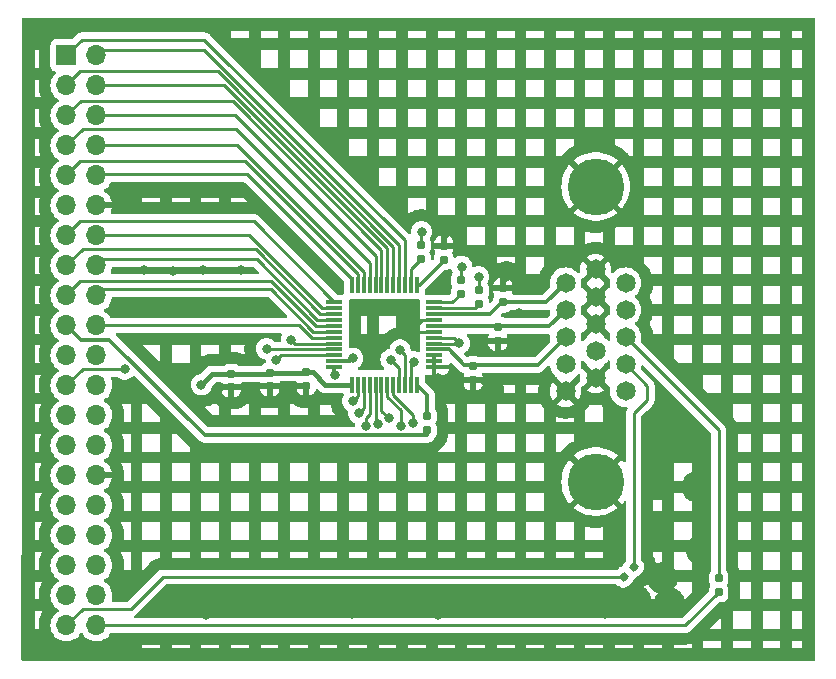
<source format=gbr>
%TF.GenerationSoftware,KiCad,Pcbnew,7.0.7*%
%TF.CreationDate,2023-11-25T23:50:18-06:00*%
%TF.ProjectId,DAC2DE0,44414332-4445-4302-9e6b-696361645f70,rev?*%
%TF.SameCoordinates,Original*%
%TF.FileFunction,Copper,L1,Top*%
%TF.FilePolarity,Positive*%
%FSLAX46Y46*%
G04 Gerber Fmt 4.6, Leading zero omitted, Abs format (unit mm)*
G04 Created by KiCad (PCBNEW 7.0.7) date 2023-11-25 23:50:18*
%MOMM*%
%LPD*%
G01*
G04 APERTURE LIST*
G04 Aperture macros list*
%AMRoundRect*
0 Rectangle with rounded corners*
0 $1 Rounding radius*
0 $2 $3 $4 $5 $6 $7 $8 $9 X,Y pos of 4 corners*
0 Add a 4 corners polygon primitive as box body*
4,1,4,$2,$3,$4,$5,$6,$7,$8,$9,$2,$3,0*
0 Add four circle primitives for the rounded corners*
1,1,$1+$1,$2,$3*
1,1,$1+$1,$4,$5*
1,1,$1+$1,$6,$7*
1,1,$1+$1,$8,$9*
0 Add four rect primitives between the rounded corners*
20,1,$1+$1,$2,$3,$4,$5,0*
20,1,$1+$1,$4,$5,$6,$7,0*
20,1,$1+$1,$6,$7,$8,$9,0*
20,1,$1+$1,$8,$9,$2,$3,0*%
G04 Aperture macros list end*
%TA.AperFunction,SMDPad,CuDef*%
%ADD10RoundRect,0.160000X0.026517X0.252791X-0.252791X-0.026517X-0.026517X-0.252791X0.252791X0.026517X0*%
%TD*%
%TA.AperFunction,SMDPad,CuDef*%
%ADD11RoundRect,0.160000X-0.160000X0.197500X-0.160000X-0.197500X0.160000X-0.197500X0.160000X0.197500X0*%
%TD*%
%TA.AperFunction,SMDPad,CuDef*%
%ADD12RoundRect,0.160000X0.160000X-0.197500X0.160000X0.197500X-0.160000X0.197500X-0.160000X-0.197500X0*%
%TD*%
%TA.AperFunction,SMDPad,CuDef*%
%ADD13RoundRect,0.155000X-0.155000X0.212500X-0.155000X-0.212500X0.155000X-0.212500X0.155000X0.212500X0*%
%TD*%
%TA.AperFunction,ComponentPad*%
%ADD14R,1.700000X1.700000*%
%TD*%
%TA.AperFunction,ComponentPad*%
%ADD15O,1.700000X1.700000*%
%TD*%
%TA.AperFunction,SMDPad,CuDef*%
%ADD16R,0.300000X1.475000*%
%TD*%
%TA.AperFunction,SMDPad,CuDef*%
%ADD17R,1.475000X0.300000*%
%TD*%
%TA.AperFunction,ComponentPad*%
%ADD18C,4.800000*%
%TD*%
%TA.AperFunction,ComponentPad*%
%ADD19C,1.650000*%
%TD*%
%TA.AperFunction,ViaPad*%
%ADD20C,0.800000*%
%TD*%
%TA.AperFunction,Conductor*%
%ADD21C,0.300000*%
%TD*%
%TA.AperFunction,Conductor*%
%ADD22C,0.400000*%
%TD*%
%TA.AperFunction,Conductor*%
%ADD23C,0.250000*%
%TD*%
G04 APERTURE END LIST*
D10*
%TO.P,R8,1*%
%TO.N,Net-(J1-Pad14)*%
X211496496Y-117433504D03*
%TO.P,R8,2*%
%TO.N,/VSYNC*%
X210651504Y-118278496D03*
%TD*%
D11*
%TO.P,R7,1*%
%TO.N,Net-(J1-Pad13)*%
X218694000Y-118376100D03*
%TO.P,R7,2*%
%TO.N,/HSYNC*%
X218694000Y-119571100D03*
%TD*%
%TO.P,R6,1*%
%TO.N,Net-(IC1-CLOCK)*%
X194005200Y-104660100D03*
%TO.P,R6,2*%
%TO.N,/PCLK*%
X194005200Y-105855100D03*
%TD*%
D12*
%TO.P,R5,1*%
%TO.N,Net-(IC1-RSET)*%
X195427600Y-91427900D03*
%TO.P,R5,2*%
%TO.N,GND*%
X195427600Y-90232900D03*
%TD*%
D11*
%TO.P,R4,1*%
%TO.N,+3.3V*%
X193497200Y-90182100D03*
%TO.P,R4,2*%
%TO.N,Net-(IC1-~{PSAVE})*%
X193497200Y-91377100D03*
%TD*%
D12*
%TO.P,R3,1*%
%TO.N,/RED*%
X200406000Y-95034700D03*
%TO.P,R3,2*%
%TO.N,GND*%
X200406000Y-93839700D03*
%TD*%
D11*
%TO.P,R2,1*%
%TO.N,/GREEN*%
X199999600Y-97090900D03*
%TO.P,R2,2*%
%TO.N,GND*%
X199999600Y-98285900D03*
%TD*%
%TO.P,R1,1*%
%TO.N,/BLUE*%
X197916800Y-100443700D03*
%TO.P,R1,2*%
%TO.N,GND*%
X197916800Y-101638700D03*
%TD*%
D13*
%TO.P,C5,1*%
%TO.N,+3.3V*%
X177444400Y-101083300D03*
%TO.P,C5,2*%
%TO.N,GND*%
X177444400Y-102218300D03*
%TD*%
%TO.P,C4,1*%
%TO.N,+3.3V*%
X180695600Y-100981700D03*
%TO.P,C4,2*%
%TO.N,GND*%
X180695600Y-102116700D03*
%TD*%
%TO.P,C3,1*%
%TO.N,+3.3V*%
X183794400Y-100960200D03*
%TO.P,C3,2*%
%TO.N,GND*%
X183794400Y-102095200D03*
%TD*%
%TO.P,C2,1*%
%TO.N,+3.3V*%
X198424800Y-94022100D03*
%TO.P,C2,2*%
%TO.N,Net-(IC1-COMP)*%
X198424800Y-95157100D03*
%TD*%
%TO.P,C1,1*%
%TO.N,+3.3V*%
X196850000Y-93158500D03*
%TO.P,C1,2*%
%TO.N,Net-(IC1-VREF)*%
X196850000Y-94293500D03*
%TD*%
D14*
%TO.P,J3,1,Pin_1*%
%TO.N,/R0*%
X163474400Y-74117200D03*
D15*
%TO.P,J3,2,Pin_2*%
%TO.N,/R1*%
X166014400Y-74117200D03*
%TO.P,J3,3,Pin_3*%
%TO.N,/R2*%
X163474400Y-76657200D03*
%TO.P,J3,4,Pin_4*%
%TO.N,/R3*%
X166014400Y-76657200D03*
%TO.P,J3,5,Pin_5*%
%TO.N,/R4*%
X163474400Y-79197200D03*
%TO.P,J3,6,Pin_6*%
%TO.N,/R5*%
X166014400Y-79197200D03*
%TO.P,J3,7,Pin_7*%
%TO.N,/R6*%
X163474400Y-81737200D03*
%TO.P,J3,8,Pin_8*%
%TO.N,/R7*%
X166014400Y-81737200D03*
%TO.P,J3,9,Pin_9*%
%TO.N,/R8*%
X163474400Y-84277200D03*
%TO.P,J3,10,Pin_10*%
%TO.N,/R9*%
X166014400Y-84277200D03*
%TO.P,J3,11,Pin_11*%
%TO.N,unconnected-(J3-Pin_11-Pad11)*%
X163474400Y-86817200D03*
%TO.P,J3,12,Pin_12*%
%TO.N,GND*%
X166014400Y-86817200D03*
%TO.P,J3,13,Pin_13*%
%TO.N,/G0*%
X163474400Y-89357200D03*
%TO.P,J3,14,Pin_14*%
%TO.N,/G1*%
X166014400Y-89357200D03*
%TO.P,J3,15,Pin_15*%
%TO.N,/G2*%
X163474400Y-91897200D03*
%TO.P,J3,16,Pin_16*%
%TO.N,/G3*%
X166014400Y-91897200D03*
%TO.P,J3,17,Pin_17*%
%TO.N,/G4*%
X163474400Y-94437200D03*
%TO.P,J3,18,Pin_18*%
%TO.N,/G5*%
X166014400Y-94437200D03*
%TO.P,J3,19,Pin_19*%
%TO.N,/PCLK*%
X163474400Y-96977200D03*
%TO.P,J3,20,Pin_20*%
%TO.N,/G6*%
X166014400Y-96977200D03*
%TO.P,J3,21,Pin_21*%
%TO.N,/G7*%
X163474400Y-99517200D03*
%TO.P,J3,22,Pin_22*%
%TO.N,/G8*%
X166014400Y-99517200D03*
%TO.P,J3,23,Pin_23*%
%TO.N,/G9*%
X163474400Y-102057200D03*
%TO.P,J3,24,Pin_24*%
%TO.N,/B0*%
X166014400Y-102057200D03*
%TO.P,J3,25,Pin_25*%
%TO.N,/B1*%
X163474400Y-104597200D03*
%TO.P,J3,26,Pin_26*%
%TO.N,/B2*%
X166014400Y-104597200D03*
%TO.P,J3,27,Pin_27*%
%TO.N,/B3*%
X163474400Y-107137200D03*
%TO.P,J3,28,Pin_28*%
%TO.N,/B4*%
X166014400Y-107137200D03*
%TO.P,J3,29,Pin_29*%
%TO.N,+3.3V*%
X163474400Y-109677200D03*
%TO.P,J3,30,Pin_30*%
%TO.N,GND*%
X166014400Y-109677200D03*
%TO.P,J3,31,Pin_31*%
%TO.N,/B5*%
X163474400Y-112217200D03*
%TO.P,J3,32,Pin_32*%
%TO.N,/B6*%
X166014400Y-112217200D03*
%TO.P,J3,33,Pin_33*%
%TO.N,/B7*%
X163474400Y-114757200D03*
%TO.P,J3,34,Pin_34*%
%TO.N,/B8*%
X166014400Y-114757200D03*
%TO.P,J3,35,Pin_35*%
%TO.N,/B9*%
X163474400Y-117297200D03*
%TO.P,J3,36,Pin_36*%
%TO.N,/BLK*%
X166014400Y-117297200D03*
%TO.P,J3,37,Pin_37*%
%TO.N,unconnected-(J3-Pin_37-Pad37)*%
X163474400Y-119837200D03*
%TO.P,J3,38,Pin_38*%
%TO.N,unconnected-(J3-Pin_38-Pad38)*%
X166014400Y-119837200D03*
%TO.P,J3,39,Pin_39*%
%TO.N,/VSYNC*%
X163474400Y-122377200D03*
%TO.P,J3,40,Pin_40*%
%TO.N,/HSYNC*%
X166014400Y-122377200D03*
%TD*%
D16*
%TO.P,IC1,48,R9*%
%TO.N,/R9*%
X187648400Y-93528600D03*
%TO.P,IC1,47,R8*%
%TO.N,/R8*%
X188148400Y-93528600D03*
%TO.P,IC1,46,R7*%
%TO.N,/R7*%
X188648400Y-93528600D03*
%TO.P,IC1,45,R6*%
%TO.N,/R6*%
X189148400Y-93528600D03*
%TO.P,IC1,44,R5*%
%TO.N,/R5*%
X189648400Y-93528600D03*
%TO.P,IC1,43,R4*%
%TO.N,/R4*%
X190148400Y-93528600D03*
%TO.P,IC1,42,R3*%
%TO.N,/R3*%
X190648400Y-93528600D03*
%TO.P,IC1,41,R2*%
%TO.N,/R2*%
X191148400Y-93528600D03*
%TO.P,IC1,40,R1*%
%TO.N,/R1*%
X191648400Y-93528600D03*
%TO.P,IC1,39,R0*%
%TO.N,/R0*%
X192148400Y-93528600D03*
%TO.P,IC1,38,~{PSAVE}*%
%TO.N,Net-(IC1-~{PSAVE})*%
X192648400Y-93528600D03*
%TO.P,IC1,37,RSET*%
%TO.N,Net-(IC1-RSET)*%
X193148400Y-93528600D03*
D17*
%TO.P,IC1,36,VREF*%
%TO.N,Net-(IC1-VREF)*%
X194636400Y-95016600D03*
%TO.P,IC1,35,COMP*%
%TO.N,Net-(IC1-COMP)*%
X194636400Y-95516600D03*
%TO.P,IC1,34,IOR*%
%TO.N,/RED*%
X194636400Y-96016600D03*
%TO.P,IC1,33,~{IOR}*%
%TO.N,GND*%
X194636400Y-96516600D03*
%TO.P,IC1,32,IOG*%
%TO.N,/GREEN*%
X194636400Y-97016600D03*
%TO.P,IC1,31,~{IOG}*%
%TO.N,GND*%
X194636400Y-97516600D03*
%TO.P,IC1,30,VAA_3*%
%TO.N,+3.3V*%
X194636400Y-98016600D03*
%TO.P,IC1,29,VAA_2*%
X194636400Y-98516600D03*
%TO.P,IC1,28,IOB*%
%TO.N,/BLUE*%
X194636400Y-99016600D03*
%TO.P,IC1,27,~{IOB}*%
%TO.N,GND*%
X194636400Y-99516600D03*
%TO.P,IC1,26,GND_2*%
X194636400Y-100016600D03*
%TO.P,IC1,25,GND_1*%
X194636400Y-100516600D03*
D16*
%TO.P,IC1,24,CLOCK*%
%TO.N,Net-(IC1-CLOCK)*%
X193148400Y-102004600D03*
%TO.P,IC1,23,B9*%
%TO.N,/B9*%
X192648400Y-102004600D03*
%TO.P,IC1,22,B8*%
%TO.N,/B8*%
X192148400Y-102004600D03*
%TO.P,IC1,21,B7*%
%TO.N,/B7*%
X191648400Y-102004600D03*
%TO.P,IC1,20,B6*%
%TO.N,/B6*%
X191148400Y-102004600D03*
%TO.P,IC1,19,B5*%
%TO.N,/B5*%
X190648400Y-102004600D03*
%TO.P,IC1,18,B4*%
%TO.N,/B4*%
X190148400Y-102004600D03*
%TO.P,IC1,17,B3*%
%TO.N,/B3*%
X189648400Y-102004600D03*
%TO.P,IC1,16,B2*%
%TO.N,/B2*%
X189148400Y-102004600D03*
%TO.P,IC1,15,B1*%
%TO.N,/B1*%
X188648400Y-102004600D03*
%TO.P,IC1,14,B0*%
%TO.N,/B0*%
X188148400Y-102004600D03*
%TO.P,IC1,13,VAA_1*%
%TO.N,+3.3V*%
X187648400Y-102004600D03*
D17*
%TO.P,IC1,12,~{SYNC}*%
%TO.N,GND*%
X186160400Y-100516600D03*
%TO.P,IC1,11,~{BLANK}*%
%TO.N,/BLK*%
X186160400Y-100016600D03*
%TO.P,IC1,10,G9*%
%TO.N,/G9*%
X186160400Y-99516600D03*
%TO.P,IC1,9,G8*%
%TO.N,/G8*%
X186160400Y-99016600D03*
%TO.P,IC1,8,G7*%
%TO.N,/G7*%
X186160400Y-98516600D03*
%TO.P,IC1,7,G6*%
%TO.N,/G6*%
X186160400Y-98016600D03*
%TO.P,IC1,6,G5*%
%TO.N,/G5*%
X186160400Y-97516600D03*
%TO.P,IC1,5,G4*%
%TO.N,/G4*%
X186160400Y-97016600D03*
%TO.P,IC1,4,G3*%
%TO.N,/G3*%
X186160400Y-96516600D03*
%TO.P,IC1,3,G2*%
%TO.N,/G2*%
X186160400Y-96016600D03*
%TO.P,IC1,2,G1*%
%TO.N,/G1*%
X186160400Y-95516600D03*
%TO.P,IC1,1,G0*%
%TO.N,/G0*%
X186160400Y-95016600D03*
%TD*%
D18*
%TO.P,J1,MH2,MH2*%
%TO.N,GND*%
X208280000Y-110214800D03*
%TO.P,J1,MH1,MH1*%
X208280000Y-85224800D03*
D19*
%TO.P,J1,15,15*%
%TO.N,unconnected-(J1-Pad15)*%
X210820000Y-102549800D03*
%TO.P,J1,14,14*%
%TO.N,Net-(J1-Pad14)*%
X210820000Y-100259800D03*
%TO.P,J1,13,13*%
%TO.N,Net-(J1-Pad13)*%
X210820000Y-97969800D03*
%TO.P,J1,12,12*%
%TO.N,unconnected-(J1-Pad12)*%
X210820000Y-95679800D03*
%TO.P,J1,11,11*%
%TO.N,unconnected-(J1-Pad11)*%
X210820000Y-93389800D03*
%TO.P,J1,10,10*%
%TO.N,GND*%
X208280000Y-101404800D03*
%TO.P,J1,9,9*%
%TO.N,unconnected-(J1-Pad9)*%
X208280000Y-99114800D03*
%TO.P,J1,8,8*%
%TO.N,GND*%
X208280000Y-96824800D03*
%TO.P,J1,7,7*%
X208280000Y-94534800D03*
%TO.P,J1,6,6*%
X208280000Y-92244800D03*
%TO.P,J1,5,5*%
X205740000Y-102549800D03*
%TO.P,J1,4,4*%
%TO.N,unconnected-(J1-Pad4)*%
X205740000Y-100259800D03*
%TO.P,J1,3,3*%
%TO.N,/BLUE*%
X205740000Y-97969800D03*
%TO.P,J1,2,2*%
%TO.N,/GREEN*%
X205740000Y-95679800D03*
%TO.P,J1,1,1*%
%TO.N,/RED*%
X205740000Y-93389800D03*
%TD*%
D20*
%TO.N,GND*%
X195072000Y-93421200D03*
X201828400Y-95910400D03*
X214223600Y-103022400D03*
X213766400Y-105968800D03*
X215392000Y-106730800D03*
X213512400Y-110439200D03*
X216865200Y-110642400D03*
X213614000Y-114300000D03*
X217220800Y-115976400D03*
X213918800Y-118364000D03*
X214528400Y-120497600D03*
X211683600Y-120243600D03*
X209042000Y-121412000D03*
X206146400Y-119735600D03*
X204774800Y-121107200D03*
X202336400Y-119532400D03*
X199999600Y-121208800D03*
X196850000Y-119583200D03*
X194970400Y-121462800D03*
X192938400Y-119380000D03*
X191566800Y-121208800D03*
X189280800Y-119481600D03*
X187655200Y-121412000D03*
X185318400Y-119684800D03*
X183692800Y-121310400D03*
X181660800Y-119888000D03*
X179374800Y-121310400D03*
X177342800Y-119837200D03*
X175310800Y-121513600D03*
X173177200Y-120091200D03*
X172466000Y-92405200D03*
X170078400Y-92303600D03*
X175056800Y-92303600D03*
X178257200Y-92252800D03*
X178765200Y-95554800D03*
X175717200Y-95504000D03*
X171704000Y-95402400D03*
X169062400Y-95351600D03*
X182575200Y-102108000D03*
X179374800Y-102158800D03*
X176479200Y-102209600D03*
%TO.N,/BLK*%
X187706000Y-99771200D03*
%TO.N,GND*%
X186182000Y-101205100D03*
%TO.N,+3.3V*%
X174904400Y-102006400D03*
%TO.N,/B9*%
X192872900Y-100076000D03*
%TO.N,/B8*%
X191719200Y-99060000D03*
%TO.N,/B7*%
X190957200Y-99872800D03*
%TO.N,/B6*%
X192836800Y-105206800D03*
%TO.N,/B5*%
X191770000Y-105508100D03*
%TO.N,/B4*%
X190784382Y-104861409D03*
%TO.N,/B3*%
X189890400Y-105308400D03*
%TO.N,/B2*%
X188823600Y-105460800D03*
%TO.N,/B1*%
X188214000Y-104394000D03*
%TO.N,/B0*%
X187706000Y-103378000D03*
%TO.N,/G9*%
X181254400Y-99872800D03*
X168402000Y-100685600D03*
%TO.N,/G8*%
X180441600Y-98958400D03*
%TO.N,/G7*%
X182524400Y-98196400D03*
%TO.N,GND*%
X192887600Y-97485200D03*
%TO.N,+3.3V*%
X196748400Y-98501200D03*
X198374000Y-92862400D03*
X196951600Y-91998800D03*
X193548000Y-89052400D03*
%TO.N,GND*%
X195529200Y-89204800D03*
X200710800Y-92862400D03*
X194919600Y-101396800D03*
X199186800Y-102362000D03*
X202031600Y-98653600D03*
%TD*%
D21*
%TO.N,GND*%
X182588000Y-102095200D02*
X182575200Y-102108000D01*
X183794400Y-102095200D02*
X182588000Y-102095200D01*
X179416900Y-102116700D02*
X179374800Y-102158800D01*
X180695600Y-102116700D02*
X179416900Y-102116700D01*
X176487900Y-102218300D02*
X176479200Y-102209600D01*
X177444400Y-102218300D02*
X176487900Y-102218300D01*
%TO.N,/BLK*%
X187706000Y-99771200D02*
X187460600Y-100016600D01*
X187460600Y-100016600D02*
X186160400Y-100016600D01*
%TO.N,GND*%
X186160400Y-101183500D02*
X186182000Y-101205100D01*
X186160400Y-100516600D02*
X186160400Y-101183500D01*
D22*
%TO.N,+3.3V*%
X185377000Y-102004600D02*
X187598400Y-102004600D01*
X183794400Y-100960200D02*
X184332600Y-100960200D01*
X184332600Y-100960200D02*
X185377000Y-102004600D01*
X183772900Y-100981700D02*
X183794400Y-100960200D01*
X180695600Y-100981700D02*
X183772900Y-100981700D01*
X177444400Y-101083300D02*
X180594000Y-101083300D01*
X180594000Y-101083300D02*
X180695600Y-100981700D01*
X175827500Y-101083300D02*
X177444400Y-101083300D01*
X174904400Y-102006400D02*
X175827500Y-101083300D01*
D23*
%TO.N,/B9*%
X192648400Y-100300500D02*
X192648400Y-102004600D01*
X192872900Y-100076000D02*
X192648400Y-100300500D01*
%TO.N,/B8*%
X192148400Y-99489200D02*
X192148400Y-102004600D01*
X191719200Y-99060000D02*
X192148400Y-99489200D01*
%TO.N,/B7*%
X191648400Y-100564000D02*
X191648400Y-102004600D01*
X190957200Y-99872800D02*
X191648400Y-100564000D01*
%TO.N,/B6*%
X191148400Y-102905704D02*
X191148400Y-102004600D01*
X192836800Y-104594104D02*
X191148400Y-102905704D01*
X192836800Y-105206800D02*
X192836800Y-104594104D01*
%TO.N,/B5*%
X191770000Y-105508100D02*
X191770000Y-104163700D01*
X191770000Y-104163700D02*
X190648400Y-103042100D01*
X190648400Y-103042100D02*
X190648400Y-102004600D01*
%TO.N,/B4*%
X190148400Y-104225427D02*
X190148400Y-102004600D01*
X190784382Y-104861409D02*
X190148400Y-104225427D01*
%TO.N,/B3*%
X189648400Y-105066400D02*
X189648400Y-102004600D01*
X189890400Y-105308400D02*
X189648400Y-105066400D01*
%TO.N,/B2*%
X188823600Y-104809705D02*
X189148400Y-104484905D01*
X189148400Y-104484905D02*
X189148400Y-102004600D01*
X188823600Y-105460800D02*
X188823600Y-104809705D01*
%TO.N,/B1*%
X188648400Y-103959600D02*
X188648400Y-102004600D01*
X188214000Y-104394000D02*
X188648400Y-103959600D01*
%TO.N,/B0*%
X188148400Y-102935600D02*
X188148400Y-102004600D01*
X187706000Y-103378000D02*
X188148400Y-102935600D01*
%TO.N,/G9*%
X181610600Y-99516600D02*
X186160400Y-99516600D01*
X181254400Y-99872800D02*
X181610600Y-99516600D01*
X168395400Y-100692200D02*
X168402000Y-100685600D01*
X164839400Y-100692200D02*
X168395400Y-100692200D01*
X163474400Y-102057200D02*
X164839400Y-100692200D01*
%TO.N,/G8*%
X180499800Y-99016600D02*
X186160400Y-99016600D01*
X180441600Y-98958400D02*
X180499800Y-99016600D01*
%TO.N,/G7*%
X182524400Y-98196400D02*
X182844600Y-98516600D01*
X182844600Y-98516600D02*
X186160400Y-98516600D01*
%TO.N,/G6*%
X184248204Y-98016600D02*
X186160400Y-98016600D01*
X183208804Y-96977200D02*
X184248204Y-98016600D01*
X166014400Y-96977200D02*
X183208804Y-96977200D01*
%TO.N,/G5*%
X166522400Y-93929200D02*
X166014400Y-94437200D01*
X180797200Y-93929200D02*
X166522400Y-93929200D01*
X184384600Y-97516600D02*
X180797200Y-93929200D01*
X186160400Y-97516600D02*
X184384600Y-97516600D01*
%TO.N,/G4*%
X180814604Y-93262200D02*
X184569004Y-97016600D01*
X184569004Y-97016600D02*
X186160400Y-97016600D01*
X164649400Y-93262200D02*
X180814604Y-93262200D01*
X163474400Y-94437200D02*
X164649400Y-93262200D01*
%TO.N,/G3*%
X166522400Y-91389200D02*
X166014400Y-91897200D01*
X179578000Y-91389200D02*
X166522400Y-91389200D01*
X184705400Y-96516600D02*
X179578000Y-91389200D01*
X186160400Y-96516600D02*
X184705400Y-96516600D01*
%TO.N,/G2*%
X184986504Y-96016600D02*
X186160400Y-96016600D01*
X179502104Y-90532200D02*
X184986504Y-96016600D01*
X163474400Y-91897200D02*
X164839400Y-90532200D01*
X164839400Y-90532200D02*
X179502104Y-90532200D01*
%TO.N,/G1*%
X178963500Y-89357200D02*
X166014400Y-89357200D01*
X186160400Y-95516600D02*
X185122900Y-95516600D01*
X185122900Y-95516600D02*
X178963500Y-89357200D01*
%TO.N,/G0*%
X179326000Y-88182200D02*
X186160400Y-95016600D01*
X164649400Y-88182200D02*
X179326000Y-88182200D01*
X163474400Y-89357200D02*
X164649400Y-88182200D01*
%TO.N,/R9*%
X166116000Y-84175600D02*
X166014400Y-84277200D01*
X178765200Y-84175600D02*
X166116000Y-84175600D01*
X187648400Y-93058800D02*
X178765200Y-84175600D01*
X187648400Y-93528600D02*
X187648400Y-93058800D01*
%TO.N,/R8*%
X188148400Y-92627496D02*
X188148400Y-93528600D01*
X178623104Y-83102200D02*
X188148400Y-92627496D01*
X163474400Y-84277200D02*
X164649400Y-83102200D01*
X164649400Y-83102200D02*
X178623104Y-83102200D01*
%TO.N,/R7*%
X177894500Y-81737200D02*
X166014400Y-81737200D01*
X188648400Y-92491100D02*
X177894500Y-81737200D01*
X188648400Y-93528600D02*
X188648400Y-92491100D01*
%TO.N,/R6*%
X189148400Y-91663200D02*
X189148400Y-93528600D01*
X164839400Y-80372200D02*
X177857400Y-80372200D01*
X177857400Y-80372200D02*
X189148400Y-91663200D01*
X163474400Y-81737200D02*
X164839400Y-80372200D01*
%TO.N,/R5*%
X177749200Y-79197200D02*
X189648400Y-91096400D01*
X189648400Y-91096400D02*
X189648400Y-93528600D01*
X166014400Y-79197200D02*
X177749200Y-79197200D01*
%TO.N,/R4*%
X164693600Y-77978000D02*
X163474400Y-79197200D01*
X190148400Y-93528600D02*
X190148400Y-90583192D01*
X190148400Y-90583192D02*
X177543208Y-77978000D01*
X177543208Y-77978000D02*
X164693600Y-77978000D01*
%TO.N,/R3*%
X190648400Y-90446796D02*
X176858804Y-76657200D01*
X190648400Y-93528600D02*
X190648400Y-90446796D01*
X176858804Y-76657200D02*
X166014400Y-76657200D01*
%TO.N,/R2*%
X164649400Y-75482200D02*
X163474400Y-76657200D01*
X176320200Y-75482200D02*
X164649400Y-75482200D01*
X191148400Y-90310400D02*
X176320200Y-75482200D01*
X191148400Y-93528600D02*
X191148400Y-90310400D01*
%TO.N,/R1*%
X166471600Y-73660000D02*
X166014400Y-74117200D01*
X175158400Y-73660000D02*
X166471600Y-73660000D01*
X191648400Y-90150000D02*
X175158400Y-73660000D01*
X191648400Y-93528600D02*
X191648400Y-90150000D01*
%TO.N,/R0*%
X164795200Y-72796400D02*
X163474400Y-74117200D01*
X175158400Y-72796400D02*
X164795200Y-72796400D01*
X192148400Y-89786400D02*
X175158400Y-72796400D01*
X192148400Y-93528600D02*
X192148400Y-89786400D01*
%TO.N,Net-(J1-Pad13)*%
X218694000Y-105843800D02*
X218694000Y-118376100D01*
X210820000Y-97969800D02*
X218694000Y-105843800D01*
%TO.N,Net-(J1-Pad14)*%
X212648800Y-102088600D02*
X210820000Y-100259800D01*
X211496496Y-104428704D02*
X212648800Y-103276400D01*
X211496496Y-117433504D02*
X211496496Y-104428704D01*
X212648800Y-103276400D02*
X212648800Y-102088600D01*
%TO.N,/HSYNC*%
X215887900Y-122377200D02*
X218694000Y-119571100D01*
X166014400Y-122377200D02*
X215887900Y-122377200D01*
%TO.N,/VSYNC*%
X164839400Y-121012200D02*
X163474400Y-122377200D01*
X171637104Y-118278496D02*
X168903400Y-121012200D01*
X168903400Y-121012200D02*
X164839400Y-121012200D01*
X210651504Y-118278496D02*
X171637104Y-118278496D01*
%TO.N,GND*%
X193598900Y-96516600D02*
X194636400Y-96516600D01*
X192887600Y-97227900D02*
X193598900Y-96516600D01*
X192887600Y-97485200D02*
X192887600Y-97227900D01*
X192919000Y-97516600D02*
X192887600Y-97485200D01*
X194636400Y-97516600D02*
X192919000Y-97516600D01*
%TO.N,+3.3V*%
X196263800Y-98016600D02*
X196748400Y-98501200D01*
X194636400Y-98016600D02*
X196263800Y-98016600D01*
X196733000Y-98516600D02*
X196748400Y-98501200D01*
X194636400Y-98516600D02*
X196733000Y-98516600D01*
X198424800Y-92913200D02*
X198374000Y-92862400D01*
X198424800Y-94022100D02*
X198424800Y-92913200D01*
X196850000Y-92100400D02*
X196951600Y-91998800D01*
X196850000Y-93158500D02*
X196850000Y-92100400D01*
X193497200Y-89103200D02*
X193548000Y-89052400D01*
X193497200Y-90182100D02*
X193497200Y-89103200D01*
%TO.N,Net-(IC1-~{PSAVE})*%
X192648400Y-92225900D02*
X193497200Y-91377100D01*
X192648400Y-93528600D02*
X192648400Y-92225900D01*
%TO.N,GND*%
X195427600Y-89306400D02*
X195529200Y-89204800D01*
X195427600Y-90232900D02*
X195427600Y-89306400D01*
%TO.N,Net-(IC1-RSET)*%
X193326900Y-93528600D02*
X195427600Y-91427900D01*
X193148400Y-93528600D02*
X193326900Y-93528600D01*
%TO.N,Net-(IC1-COMP)*%
X198090300Y-95491600D02*
X198424800Y-95157100D01*
X194661400Y-95491600D02*
X198090300Y-95491600D01*
X194636400Y-95516600D02*
X194661400Y-95491600D01*
%TO.N,Net-(IC1-VREF)*%
X196101900Y-95041600D02*
X196850000Y-94293500D01*
X194661400Y-95041600D02*
X196101900Y-95041600D01*
X194636400Y-95016600D02*
X194661400Y-95041600D01*
%TO.N,GND*%
X200406000Y-93167200D02*
X200710800Y-92862400D01*
X200406000Y-93839700D02*
X200406000Y-93167200D01*
X199999600Y-98285900D02*
X201663900Y-98285900D01*
X201663900Y-98285900D02*
X202031600Y-98653600D01*
X197916800Y-101638700D02*
X198463500Y-101638700D01*
X198463500Y-101638700D02*
X199186800Y-102362000D01*
D21*
%TO.N,/PCLK*%
X175193200Y-106257600D02*
X167112800Y-98177200D01*
X167112800Y-98177200D02*
X164674400Y-98177200D01*
X194005200Y-106257600D02*
X175193200Y-106257600D01*
X164674400Y-98177200D02*
X163474400Y-96977200D01*
%TO.N,Net-(IC1-CLOCK)*%
X194005200Y-102861400D02*
X193148400Y-102004600D01*
X194005200Y-104257600D02*
X194005200Y-102861400D01*
%TO.N,GND*%
X194636400Y-101113600D02*
X194919600Y-101396800D01*
X194636400Y-100516600D02*
X194636400Y-101113600D01*
X194636400Y-99516600D02*
X194636400Y-100516600D01*
X199170800Y-102346000D02*
X199186800Y-102362000D01*
%TO.N,/RED*%
X204099000Y-95030800D02*
X205740000Y-93389800D01*
X200355200Y-95030800D02*
X204099000Y-95030800D01*
X199369400Y-96016600D02*
X200355200Y-95030800D01*
X194636400Y-96016600D02*
X199369400Y-96016600D01*
%TO.N,/GREEN*%
X204375800Y-97044000D02*
X205740000Y-95679800D01*
X200101200Y-97044000D02*
X204375800Y-97044000D01*
X194636400Y-97016600D02*
X200073800Y-97016600D01*
X200073800Y-97016600D02*
X200101200Y-97044000D01*
%TO.N,/BLUE*%
X197510400Y-100346000D02*
X203363800Y-100346000D01*
X203363800Y-100346000D02*
X205740000Y-97969800D01*
X197158928Y-100346000D02*
X197510400Y-100346000D01*
X195829528Y-99016600D02*
X197158928Y-100346000D01*
X194636400Y-99016600D02*
X195829528Y-99016600D01*
D23*
%TO.N,Net-(IC1-CLOCK)*%
X193243200Y-102099400D02*
X193148400Y-102004600D01*
%TD*%
%TA.AperFunction,Conductor*%
%TO.N,GND*%
G36*
X212344617Y-100379007D02*
G01*
X218032181Y-106066571D01*
X218065666Y-106127894D01*
X218068500Y-106154252D01*
X218068500Y-117658648D01*
X218048815Y-117725687D01*
X218032183Y-117746328D01*
X218010247Y-117768263D01*
X217927265Y-117905533D01*
X217879548Y-118058665D01*
X217873500Y-118125221D01*
X217873500Y-118626988D01*
X217879546Y-118693526D01*
X217879548Y-118693533D01*
X217927265Y-118846666D01*
X217927267Y-118846670D01*
X217965219Y-118909451D01*
X217983055Y-118977006D01*
X217965219Y-119037749D01*
X217927267Y-119100529D01*
X217927265Y-119100533D01*
X217879548Y-119253665D01*
X217873500Y-119320221D01*
X217873500Y-119455647D01*
X217853815Y-119522686D01*
X217837181Y-119543328D01*
X215665128Y-121715381D01*
X215603805Y-121748866D01*
X215577447Y-121751700D01*
X169335021Y-121751700D01*
X169267982Y-121732015D01*
X169222227Y-121679211D01*
X169212283Y-121610053D01*
X169241308Y-121546497D01*
X169271900Y-121520968D01*
X169278600Y-121517004D01*
X169289820Y-121510370D01*
X169303989Y-121496199D01*
X169318779Y-121483568D01*
X169334987Y-121471794D01*
X169364699Y-121435876D01*
X169368612Y-121431576D01*
X171859875Y-118940315D01*
X171921199Y-118906830D01*
X171947557Y-118903996D01*
X210012247Y-118903996D01*
X210079286Y-118923681D01*
X210099928Y-118940314D01*
X210195686Y-119036071D01*
X210195697Y-119036082D01*
X210235617Y-119069352D01*
X210247025Y-119078860D01*
X210389051Y-119153401D01*
X210389053Y-119153401D01*
X210389054Y-119153402D01*
X210544789Y-119191787D01*
X210705186Y-119191787D01*
X210860924Y-119153401D01*
X210890434Y-119137913D01*
X212412900Y-119137913D01*
X212475138Y-119176450D01*
X212493398Y-119190240D01*
X212657748Y-119340065D01*
X212673164Y-119356975D01*
X212807186Y-119534448D01*
X212819232Y-119553903D01*
X212918361Y-119752981D01*
X212926627Y-119774319D01*
X212987487Y-119988222D01*
X212991692Y-120010715D01*
X213006202Y-120167300D01*
X213245830Y-120167300D01*
X213285373Y-120028319D01*
X213293639Y-120006981D01*
X213392768Y-119807903D01*
X213404814Y-119788448D01*
X213523815Y-119630864D01*
X213336828Y-119558425D01*
X213316344Y-119548225D01*
X213127262Y-119431150D01*
X213109002Y-119417360D01*
X212944652Y-119267535D01*
X212929236Y-119250625D01*
X212914216Y-119230735D01*
X214923384Y-119230735D01*
X215110372Y-119303175D01*
X215130856Y-119313375D01*
X215319938Y-119430450D01*
X215338198Y-119444240D01*
X215502548Y-119594065D01*
X215517964Y-119610975D01*
X215651986Y-119788448D01*
X215664032Y-119807903D01*
X215763161Y-120006981D01*
X215771427Y-120028319D01*
X215808944Y-120160180D01*
X216414899Y-119554224D01*
X216414900Y-118665300D01*
X215209621Y-118665300D01*
X215161827Y-118833281D01*
X215153561Y-118854619D01*
X215054432Y-119053697D01*
X215042386Y-119073152D01*
X214923384Y-119230735D01*
X212914216Y-119230735D01*
X212795214Y-119073152D01*
X212783168Y-119053697D01*
X212684039Y-118854619D01*
X212675773Y-118833281D01*
X212674154Y-118827592D01*
X212595962Y-118905785D01*
X212581605Y-118919504D01*
X212562834Y-118936642D01*
X212547962Y-118949618D01*
X212465343Y-119018475D01*
X212462769Y-119020507D01*
X212428350Y-119046235D01*
X212425670Y-119048130D01*
X212412900Y-119056661D01*
X212412900Y-119137913D01*
X210890434Y-119137913D01*
X211002950Y-119078860D01*
X211054285Y-119036077D01*
X211409083Y-118681277D01*
X211451868Y-118629942D01*
X211526409Y-118487916D01*
X211543965Y-118416685D01*
X211579119Y-118356307D01*
X211634685Y-118325965D01*
X211705916Y-118308409D01*
X211847942Y-118233868D01*
X211899277Y-118191085D01*
X212254075Y-117836285D01*
X212296860Y-117784950D01*
X212371401Y-117642924D01*
X212409787Y-117487186D01*
X212409787Y-117326789D01*
X212371401Y-117171051D01*
X212296860Y-117029025D01*
X212296858Y-117029023D01*
X212296858Y-117029022D01*
X212275468Y-117003357D01*
X212254077Y-116977690D01*
X212254069Y-116977682D01*
X212254060Y-116977672D01*
X212158315Y-116881927D01*
X212124830Y-116820604D01*
X212121996Y-116794246D01*
X212121996Y-116165300D01*
X213119996Y-116165300D01*
X213119996Y-116464579D01*
X213142265Y-116497914D01*
X213144012Y-116500684D01*
X213165928Y-116537568D01*
X213167525Y-116540426D01*
X213269970Y-116735616D01*
X213271609Y-116738983D01*
X213291743Y-116783717D01*
X213293176Y-116787177D01*
X213315899Y-116847084D01*
X213317121Y-116850626D01*
X213331726Y-116897491D01*
X213332732Y-116901101D01*
X213386454Y-117119059D01*
X213387240Y-117122721D01*
X213391915Y-117148233D01*
X213544204Y-117089237D01*
X213566213Y-117082975D01*
X213784819Y-117042111D01*
X213807604Y-117040000D01*
X213914900Y-117040000D01*
X213914900Y-116165300D01*
X214912900Y-116165300D01*
X214912900Y-117483381D01*
X215042386Y-117654848D01*
X215050096Y-117667300D01*
X216414900Y-117667300D01*
X216414900Y-117032703D01*
X216411002Y-117029760D01*
X216246652Y-116879935D01*
X216231236Y-116863025D01*
X216097214Y-116685552D01*
X216085168Y-116666097D01*
X215986039Y-116467019D01*
X215977773Y-116445681D01*
X215916913Y-116231778D01*
X215912708Y-116209285D01*
X215908632Y-116165300D01*
X214912900Y-116165300D01*
X213914900Y-116165300D01*
X213119996Y-116165300D01*
X212121996Y-116165300D01*
X212121996Y-113665300D01*
X214912900Y-113665300D01*
X214912900Y-114027091D01*
X214917888Y-114044623D01*
X214922092Y-114067115D01*
X214942612Y-114288559D01*
X214942612Y-114311441D01*
X214922092Y-114532885D01*
X214917887Y-114555378D01*
X214912900Y-114572905D01*
X214912900Y-115167300D01*
X216172691Y-115167300D01*
X216231236Y-115089775D01*
X216246652Y-115072865D01*
X216411002Y-114923040D01*
X216414900Y-114920096D01*
X216414900Y-113665300D01*
X214912900Y-113665300D01*
X212121996Y-113665300D01*
X212121996Y-111707063D01*
X213119995Y-111707063D01*
X213119996Y-112667300D01*
X213914900Y-112667300D01*
X213914900Y-111703151D01*
X213886996Y-111713962D01*
X213864987Y-111720225D01*
X213646381Y-111761089D01*
X213623596Y-111763200D01*
X213401204Y-111763200D01*
X213378419Y-111761089D01*
X213159813Y-111720225D01*
X213137803Y-111713962D01*
X213119995Y-111707063D01*
X212121996Y-111707063D01*
X212121996Y-111165300D01*
X214912900Y-111165300D01*
X214912900Y-112667300D01*
X216414900Y-112667300D01*
X216414899Y-111887834D01*
X216283228Y-111836825D01*
X216262744Y-111826625D01*
X216073662Y-111709550D01*
X216055402Y-111695760D01*
X215891052Y-111545935D01*
X215875636Y-111529025D01*
X215741614Y-111351552D01*
X215729568Y-111332097D01*
X215646513Y-111165300D01*
X214912900Y-111165300D01*
X212121996Y-111165300D01*
X212121996Y-108665300D01*
X214912900Y-108665300D01*
X214912900Y-110167300D01*
X215624426Y-110167300D01*
X215630439Y-110151781D01*
X215729568Y-109952703D01*
X215741614Y-109933248D01*
X215875636Y-109755775D01*
X215891052Y-109738865D01*
X216055402Y-109589040D01*
X216073662Y-109575250D01*
X216262744Y-109458175D01*
X216283228Y-109447975D01*
X216414899Y-109396965D01*
X216414900Y-108665300D01*
X214912900Y-108665300D01*
X212121996Y-108665300D01*
X212121996Y-104739156D01*
X212141681Y-104672117D01*
X212158315Y-104651475D01*
X212593996Y-104215794D01*
X213032588Y-103777201D01*
X213044842Y-103767386D01*
X213044659Y-103767164D01*
X213050666Y-103762192D01*
X213050677Y-103762186D01*
X213081575Y-103729282D01*
X213098027Y-103711764D01*
X213108471Y-103701318D01*
X213118920Y-103690871D01*
X213123179Y-103685378D01*
X213126952Y-103680961D01*
X213158862Y-103646982D01*
X213168515Y-103629420D01*
X213179189Y-103613170D01*
X213191473Y-103597336D01*
X213209980Y-103554567D01*
X213212549Y-103549324D01*
X213234996Y-103508493D01*
X213234997Y-103508492D01*
X213239977Y-103489091D01*
X213246278Y-103470688D01*
X213254238Y-103452296D01*
X213261530Y-103406249D01*
X213262711Y-103400552D01*
X213274300Y-103355419D01*
X213274300Y-103335374D01*
X213275825Y-103315991D01*
X213278960Y-103296204D01*
X213276231Y-103267332D01*
X213274575Y-103249815D01*
X213274300Y-103243977D01*
X213274300Y-102171342D01*
X213276024Y-102155722D01*
X213275739Y-102155695D01*
X213276473Y-102147933D01*
X213274300Y-102078772D01*
X213274300Y-102049256D01*
X213274300Y-102049250D01*
X213273431Y-102042379D01*
X213272973Y-102036552D01*
X213272896Y-102034094D01*
X213271510Y-101989973D01*
X213265919Y-101970730D01*
X213261973Y-101951678D01*
X213259464Y-101931808D01*
X213242304Y-101888467D01*
X213240424Y-101882979D01*
X213227418Y-101838210D01*
X213227322Y-101838048D01*
X213217223Y-101820971D01*
X213208661Y-101803494D01*
X213201287Y-101784870D01*
X213197073Y-101779070D01*
X213173879Y-101747145D01*
X213170688Y-101742286D01*
X213160439Y-101724956D01*
X213146970Y-101702180D01*
X213146968Y-101702178D01*
X213146965Y-101702174D01*
X213132806Y-101688015D01*
X213120168Y-101673219D01*
X213110720Y-101660215D01*
X213108394Y-101657013D01*
X213085551Y-101638116D01*
X213072488Y-101627309D01*
X213068176Y-101623386D01*
X212139824Y-100695033D01*
X212106339Y-100633711D01*
X212107731Y-100575257D01*
X212112974Y-100555693D01*
X212130349Y-100490850D01*
X212133408Y-100455881D01*
X212158860Y-100390813D01*
X212215450Y-100349834D01*
X212285212Y-100345955D01*
X212344617Y-100379007D01*
G37*
%TD.AperFunction*%
%TA.AperFunction,Conductor*%
G36*
X194729439Y-99686785D02*
G01*
X194775194Y-99739589D01*
X194786400Y-99791100D01*
X194786400Y-100366600D01*
X195873900Y-100366600D01*
X195873900Y-100318778D01*
X195873899Y-100318773D01*
X195870773Y-100289702D01*
X195883176Y-100220942D01*
X195930784Y-100169803D01*
X195998483Y-100152521D01*
X196064778Y-100174583D01*
X196081743Y-100188761D01*
X196638492Y-100745510D01*
X196648563Y-100758080D01*
X196648750Y-100757926D01*
X196653724Y-100763937D01*
X196653726Y-100763940D01*
X196682273Y-100790748D01*
X196706171Y-100813190D01*
X196727894Y-100834912D01*
X196733686Y-100839405D01*
X196738126Y-100843198D01*
X196750482Y-100854800D01*
X196773535Y-100876448D01*
X196792126Y-100886668D01*
X196808391Y-100897352D01*
X196823003Y-100908686D01*
X196825165Y-100910363D01*
X196869755Y-100929658D01*
X196874984Y-100932220D01*
X196917560Y-100955627D01*
X196938121Y-100960905D01*
X196956525Y-100967207D01*
X196976002Y-100975636D01*
X197010320Y-100981071D01*
X197023982Y-100983235D01*
X197029697Y-100984418D01*
X197069506Y-100994639D01*
X197129543Y-101030377D01*
X197160728Y-101092901D01*
X197153160Y-101162360D01*
X197151744Y-101165630D01*
X197150526Y-101168336D01*
X197102843Y-101321356D01*
X197096800Y-101387862D01*
X197096800Y-101388700D01*
X198736800Y-101388700D01*
X198736800Y-101387862D01*
X198730756Y-101321356D01*
X198680843Y-101161177D01*
X198682944Y-101160522D01*
X198674886Y-101102169D01*
X198704265Y-101038776D01*
X198763253Y-101001330D01*
X198797524Y-100996500D01*
X203278295Y-100996500D01*
X203294305Y-100998267D01*
X203294328Y-100998026D01*
X203302089Y-100998758D01*
X203302096Y-100998760D01*
X203374003Y-100996500D01*
X203404725Y-100996500D01*
X203411990Y-100995581D01*
X203417816Y-100995122D01*
X203466369Y-100993597D01*
X203486756Y-100987673D01*
X203505796Y-100983731D01*
X203526858Y-100981071D01*
X203572035Y-100963183D01*
X203577535Y-100961300D01*
X203624198Y-100947744D01*
X203642465Y-100936939D01*
X203659936Y-100928380D01*
X203679671Y-100920568D01*
X203718977Y-100892010D01*
X203723843Y-100888813D01*
X203765665Y-100864081D01*
X203780670Y-100849075D01*
X203795468Y-100836436D01*
X203801183Y-100832284D01*
X203812637Y-100823963D01*
X203843609Y-100786522D01*
X203847523Y-100782221D01*
X204218229Y-100411515D01*
X204279550Y-100378032D01*
X204349242Y-100383016D01*
X204405175Y-100424888D01*
X204428363Y-100485582D01*
X204428712Y-100485521D01*
X204429031Y-100487331D01*
X204429436Y-100488391D01*
X204429650Y-100490845D01*
X204429651Y-100490851D01*
X204489678Y-100714874D01*
X204489679Y-100714876D01*
X204489680Y-100714879D01*
X204587699Y-100925082D01*
X204720730Y-101115069D01*
X204884731Y-101279070D01*
X204945802Y-101321832D01*
X204989425Y-101376407D01*
X204998204Y-101434211D01*
X204996575Y-101452823D01*
X205446833Y-101903080D01*
X205480318Y-101964403D01*
X205475334Y-102034094D01*
X205437408Y-102086948D01*
X205334262Y-102170864D01*
X205334258Y-102170869D01*
X205283947Y-102242143D01*
X205229204Y-102285560D01*
X205159679Y-102292489D01*
X205097444Y-102260730D01*
X205094962Y-102258315D01*
X204643024Y-101806376D01*
X204643024Y-101806377D01*
X204588133Y-101884769D01*
X204588132Y-101884771D01*
X204490152Y-102094890D01*
X204490148Y-102094899D01*
X204430147Y-102318831D01*
X204430145Y-102318841D01*
X204409939Y-102549799D01*
X204409939Y-102549800D01*
X204430145Y-102780758D01*
X204430147Y-102780768D01*
X204490148Y-103004700D01*
X204490152Y-103004709D01*
X204588132Y-103214829D01*
X204588133Y-103214831D01*
X204643023Y-103293222D01*
X204643023Y-103293223D01*
X205091482Y-102844764D01*
X205152805Y-102811279D01*
X205222496Y-102816263D01*
X205278430Y-102858134D01*
X205281514Y-102863049D01*
X205281549Y-102863025D01*
X205286441Y-102869956D01*
X205363495Y-102952460D01*
X205389638Y-102980452D01*
X205424698Y-103001773D01*
X205471749Y-103053423D01*
X205483407Y-103122313D01*
X205455970Y-103186570D01*
X205447950Y-103195401D01*
X204996575Y-103646775D01*
X205074968Y-103701666D01*
X205074970Y-103701667D01*
X205285090Y-103799647D01*
X205285099Y-103799651D01*
X205509031Y-103859652D01*
X205509041Y-103859654D01*
X205739999Y-103879861D01*
X205740001Y-103879861D01*
X205970958Y-103859654D01*
X205970968Y-103859652D01*
X206194900Y-103799651D01*
X206194909Y-103799647D01*
X206405030Y-103701667D01*
X206483423Y-103646775D01*
X206033166Y-103196518D01*
X205999681Y-103135195D01*
X206004665Y-103065503D01*
X206042588Y-103012653D01*
X206145739Y-102928734D01*
X206196052Y-102857455D01*
X206250793Y-102814039D01*
X206320318Y-102807110D01*
X206382553Y-102838868D01*
X206385037Y-102841284D01*
X206836975Y-103293223D01*
X206891867Y-103214830D01*
X206989847Y-103004709D01*
X206989851Y-103004700D01*
X207049852Y-102780768D01*
X207049854Y-102780758D01*
X207070060Y-102549800D01*
X207070060Y-102549799D01*
X207049854Y-102318841D01*
X207049852Y-102318831D01*
X207045678Y-102303252D01*
X207047341Y-102233402D01*
X207086504Y-102175540D01*
X207150732Y-102148036D01*
X207176262Y-102147631D01*
X207183024Y-102148222D01*
X207631482Y-101699764D01*
X207692805Y-101666279D01*
X207762496Y-101671263D01*
X207818430Y-101713134D01*
X207821514Y-101718049D01*
X207821549Y-101718025D01*
X207826441Y-101724956D01*
X207903036Y-101806968D01*
X207929638Y-101835452D01*
X207964698Y-101856773D01*
X208011749Y-101908423D01*
X208023407Y-101977313D01*
X207995970Y-102041570D01*
X207987950Y-102050401D01*
X207536575Y-102501775D01*
X207614968Y-102556666D01*
X207614970Y-102556667D01*
X207825090Y-102654647D01*
X207825099Y-102654651D01*
X208049031Y-102714652D01*
X208049041Y-102714654D01*
X208279999Y-102734861D01*
X208280001Y-102734861D01*
X208510958Y-102714654D01*
X208510968Y-102714652D01*
X208734900Y-102654651D01*
X208734909Y-102654647D01*
X208945030Y-102556667D01*
X209023423Y-102501775D01*
X208573166Y-102051518D01*
X208539681Y-101990195D01*
X208544665Y-101920503D01*
X208582588Y-101867653D01*
X208685739Y-101783734D01*
X208736052Y-101712455D01*
X208790793Y-101669039D01*
X208860318Y-101662110D01*
X208922553Y-101693868D01*
X208925037Y-101696284D01*
X209376975Y-102148223D01*
X209383208Y-102147678D01*
X209451708Y-102161444D01*
X209501891Y-102210060D01*
X209517825Y-102278088D01*
X209513791Y-102303299D01*
X209509652Y-102318744D01*
X209509650Y-102318755D01*
X209489437Y-102549798D01*
X209489437Y-102549801D01*
X209509650Y-102780844D01*
X209509651Y-102780851D01*
X209569678Y-103004874D01*
X209569679Y-103004876D01*
X209569680Y-103004879D01*
X209667699Y-103215082D01*
X209800730Y-103405069D01*
X209964731Y-103569070D01*
X210154718Y-103702101D01*
X210364921Y-103800120D01*
X210588950Y-103860149D01*
X210820000Y-103880363D01*
X210866157Y-103876324D01*
X210934655Y-103890090D01*
X210984839Y-103938704D01*
X211000773Y-104006732D01*
X210985625Y-104059590D01*
X210976782Y-104075675D01*
X210966106Y-104091930D01*
X210953825Y-104107765D01*
X210953820Y-104107772D01*
X210935311Y-104150542D01*
X210932741Y-104155788D01*
X210910299Y-104196610D01*
X210905318Y-104216011D01*
X210899017Y-104234414D01*
X210891058Y-104252806D01*
X210891057Y-104252809D01*
X210883767Y-104298831D01*
X210882583Y-104304550D01*
X210870997Y-104349676D01*
X210870995Y-104349688D01*
X210870995Y-104369724D01*
X210869469Y-104389115D01*
X210866336Y-104408898D01*
X210866336Y-104408899D01*
X210870721Y-104455287D01*
X210870996Y-104461125D01*
X210870996Y-108464568D01*
X210851311Y-108531607D01*
X210798507Y-108577362D01*
X210729349Y-108587306D01*
X210665793Y-108558281D01*
X210647533Y-108538616D01*
X210505299Y-108347564D01*
X210503109Y-108345243D01*
X209672586Y-109175765D01*
X209611263Y-109209250D01*
X209541571Y-109204266D01*
X209490615Y-109168616D01*
X209469296Y-109143655D01*
X209414870Y-109079930D01*
X209326179Y-109004181D01*
X209287989Y-108945678D01*
X209287489Y-108875810D01*
X209319032Y-108822213D01*
X210146200Y-107995044D01*
X210014695Y-107884700D01*
X210014688Y-107884695D01*
X209732461Y-107699071D01*
X209430585Y-107547463D01*
X209430579Y-107547460D01*
X209113151Y-107431926D01*
X209113130Y-107431919D01*
X208784448Y-107354019D01*
X208784433Y-107354017D01*
X208448899Y-107314800D01*
X208111101Y-107314800D01*
X207775566Y-107354017D01*
X207775551Y-107354019D01*
X207446869Y-107431919D01*
X207446848Y-107431926D01*
X207129420Y-107547460D01*
X207129414Y-107547463D01*
X206827538Y-107699071D01*
X206545311Y-107884695D01*
X206545304Y-107884700D01*
X206413798Y-107995044D01*
X206413798Y-107995045D01*
X207240966Y-108822213D01*
X207274451Y-108883536D01*
X207269467Y-108953228D01*
X207233817Y-109004184D01*
X207145130Y-109079930D01*
X207069384Y-109168617D01*
X207010877Y-109206810D01*
X206941009Y-109207308D01*
X206887413Y-109175766D01*
X206056889Y-108345243D01*
X206054705Y-108347558D01*
X205852979Y-108618521D01*
X205684075Y-108911072D01*
X205684069Y-108911085D01*
X205550273Y-109221259D01*
X205453385Y-109544888D01*
X205453383Y-109544897D01*
X205394728Y-109877548D01*
X205394727Y-109877559D01*
X205375085Y-110214796D01*
X205375085Y-110214803D01*
X205394727Y-110552040D01*
X205394728Y-110552051D01*
X205453383Y-110884702D01*
X205453385Y-110884711D01*
X205550273Y-111208340D01*
X205684069Y-111518514D01*
X205684075Y-111518527D01*
X205852979Y-111811078D01*
X206054703Y-112082039D01*
X206056890Y-112084355D01*
X206887413Y-111253832D01*
X206948736Y-111220347D01*
X207018427Y-111225331D01*
X207069381Y-111260979D01*
X207145130Y-111349670D01*
X207191368Y-111389161D01*
X207233816Y-111425415D01*
X207272009Y-111483922D01*
X207272507Y-111553790D01*
X207240965Y-111607386D01*
X206413798Y-112434553D01*
X206413799Y-112434554D01*
X206545302Y-112544898D01*
X206827538Y-112730528D01*
X207129414Y-112882136D01*
X207129420Y-112882139D01*
X207446848Y-112997673D01*
X207446869Y-112997680D01*
X207775551Y-113075580D01*
X207775566Y-113075582D01*
X208111100Y-113114799D01*
X208111101Y-113114800D01*
X208448899Y-113114800D01*
X208448899Y-113114799D01*
X208784433Y-113075582D01*
X208784448Y-113075580D01*
X209113130Y-112997680D01*
X209113151Y-112997673D01*
X209430579Y-112882139D01*
X209430585Y-112882136D01*
X209732454Y-112730531D01*
X210014698Y-112544897D01*
X210146199Y-112434554D01*
X210146200Y-112434553D01*
X209319033Y-111607386D01*
X209285548Y-111546063D01*
X209290532Y-111476371D01*
X209326180Y-111425417D01*
X209414870Y-111349670D01*
X209490617Y-111260980D01*
X209549121Y-111222790D01*
X209618989Y-111222290D01*
X209672586Y-111253833D01*
X210503109Y-112084356D01*
X210505291Y-112082044D01*
X210505296Y-112082039D01*
X210647533Y-111890983D01*
X210703355Y-111848964D01*
X210773034Y-111843796D01*
X210834445Y-111877118D01*
X210868092Y-111938353D01*
X210870996Y-111965031D01*
X210870996Y-116847280D01*
X210851311Y-116914319D01*
X210834678Y-116934961D01*
X210738909Y-117030730D01*
X210696133Y-117082056D01*
X210696132Y-117082057D01*
X210677820Y-117116948D01*
X210621591Y-117224084D01*
X210621590Y-117224086D01*
X210621590Y-117224087D01*
X210604034Y-117295313D01*
X210568877Y-117355694D01*
X210513313Y-117386034D01*
X210442083Y-117403591D01*
X210300055Y-117478133D01*
X210248726Y-117520912D01*
X210248716Y-117520921D01*
X210152962Y-117616677D01*
X210091639Y-117650162D01*
X210065280Y-117652996D01*
X171719841Y-117652996D01*
X171704224Y-117651272D01*
X171704197Y-117651558D01*
X171696435Y-117650823D01*
X171627307Y-117652996D01*
X171597754Y-117652996D01*
X171597033Y-117653086D01*
X171590861Y-117653865D01*
X171585049Y-117654322D01*
X171538477Y-117655786D01*
X171538476Y-117655786D01*
X171519233Y-117661377D01*
X171500183Y-117665321D01*
X171480315Y-117667830D01*
X171480313Y-117667831D01*
X171436988Y-117684984D01*
X171431461Y-117686876D01*
X171386714Y-117699877D01*
X171386713Y-117699878D01*
X171369471Y-117710075D01*
X171352003Y-117718633D01*
X171333373Y-117726009D01*
X171333371Y-117726010D01*
X171295680Y-117753394D01*
X171290798Y-117756601D01*
X171250683Y-117780326D01*
X171236512Y-117794496D01*
X171221727Y-117807124D01*
X171205516Y-117818903D01*
X171175813Y-117854806D01*
X171171881Y-117859127D01*
X168680628Y-120350381D01*
X168619305Y-120383866D01*
X168592947Y-120386700D01*
X167426903Y-120386700D01*
X167359864Y-120367015D01*
X167314109Y-120314211D01*
X167304165Y-120245053D01*
X167307128Y-120230607D01*
X167327245Y-120155526D01*
X167349463Y-120072608D01*
X167370059Y-119837200D01*
X167368727Y-119821981D01*
X167364583Y-119774607D01*
X167349463Y-119601792D01*
X167288303Y-119373537D01*
X167188435Y-119159371D01*
X167184256Y-119153402D01*
X167052894Y-118965797D01*
X166885802Y-118798706D01*
X166885796Y-118798701D01*
X166700242Y-118668775D01*
X166656617Y-118614198D01*
X166649423Y-118544700D01*
X166680946Y-118482345D01*
X166700242Y-118465625D01*
X166770131Y-118416688D01*
X166885801Y-118335695D01*
X167052895Y-118168601D01*
X167188435Y-117975030D01*
X167288303Y-117760863D01*
X167349463Y-117532608D01*
X167370059Y-117297200D01*
X167349463Y-117061792D01*
X167288303Y-116833537D01*
X167188435Y-116619371D01*
X167182825Y-116611358D01*
X167052894Y-116425797D01*
X166885802Y-116258706D01*
X166885796Y-116258701D01*
X166752405Y-116165300D01*
X168077321Y-116165300D01*
X168082580Y-116175402D01*
X168203142Y-116433944D01*
X168217729Y-116469161D01*
X168234481Y-116515177D01*
X168245958Y-116551577D01*
X168319795Y-116827147D01*
X168328051Y-116864389D01*
X168336554Y-116912613D01*
X168341531Y-116950421D01*
X168366395Y-117234607D01*
X168368059Y-117272714D01*
X168368059Y-117321686D01*
X168366395Y-117359793D01*
X168341531Y-117643979D01*
X168338461Y-117667300D01*
X168914900Y-117667300D01*
X168914900Y-116165300D01*
X169912900Y-116165300D01*
X169912900Y-117667300D01*
X169952323Y-117667300D01*
X170434983Y-117184638D01*
X170457803Y-117157058D01*
X170460378Y-117154138D01*
X170495304Y-117116948D01*
X170498058Y-117114194D01*
X170546617Y-117068594D01*
X170549536Y-117066020D01*
X170580011Y-117040806D01*
X170609680Y-117014651D01*
X170612679Y-117012170D01*
X170665319Y-116971337D01*
X170668470Y-116969048D01*
X170710675Y-116940363D01*
X170713963Y-116938276D01*
X170744786Y-116920045D01*
X170773737Y-116899014D01*
X170776958Y-116896825D01*
X170820045Y-116869483D01*
X170823398Y-116867500D01*
X170881782Y-116835404D01*
X170885250Y-116833637D01*
X170921012Y-116816807D01*
X170956260Y-116798849D01*
X170959783Y-116797191D01*
X171020930Y-116770730D01*
X171024552Y-116769296D01*
X171072559Y-116752012D01*
X171076261Y-116750809D01*
X171110628Y-116740822D01*
X171143916Y-116727645D01*
X171147579Y-116726327D01*
X171196105Y-116710559D01*
X171199846Y-116709472D01*
X171264387Y-116692900D01*
X171268189Y-116692051D01*
X171307059Y-116684635D01*
X171345611Y-116676018D01*
X171349436Y-116675289D01*
X171414900Y-116664917D01*
X171414900Y-116165300D01*
X172412900Y-116165300D01*
X172412900Y-116654996D01*
X173914900Y-116654996D01*
X173914900Y-116165300D01*
X174912900Y-116165300D01*
X174912900Y-116654996D01*
X176414900Y-116654996D01*
X176414900Y-116165300D01*
X177412900Y-116165300D01*
X177412900Y-116654996D01*
X178914900Y-116654996D01*
X178914900Y-116165300D01*
X179912900Y-116165300D01*
X179912900Y-116654996D01*
X181414900Y-116654996D01*
X181414900Y-116165300D01*
X182412900Y-116165300D01*
X182412900Y-116654996D01*
X183914900Y-116654996D01*
X183914900Y-116165300D01*
X184912900Y-116165300D01*
X184912900Y-116654996D01*
X186414900Y-116654996D01*
X186414900Y-116165300D01*
X187412900Y-116165300D01*
X187412900Y-116654996D01*
X188914900Y-116654996D01*
X188914900Y-116165300D01*
X189912900Y-116165300D01*
X189912900Y-116654996D01*
X191414900Y-116654996D01*
X191414900Y-116165300D01*
X192412900Y-116165300D01*
X192412900Y-116654996D01*
X193914900Y-116654996D01*
X193914900Y-116165300D01*
X194912900Y-116165300D01*
X194912900Y-116654996D01*
X196414900Y-116654996D01*
X196414900Y-116165300D01*
X197412900Y-116165300D01*
X197412900Y-116654996D01*
X198914900Y-116654996D01*
X198914900Y-116165300D01*
X199912900Y-116165300D01*
X199912900Y-116654996D01*
X201414900Y-116654996D01*
X201414900Y-116165300D01*
X202412900Y-116165300D01*
X202412900Y-116654996D01*
X203914900Y-116654996D01*
X203914900Y-116165300D01*
X204912900Y-116165300D01*
X204912900Y-116654996D01*
X206414900Y-116654996D01*
X206414900Y-116165300D01*
X207412900Y-116165300D01*
X207412900Y-116654996D01*
X208914900Y-116654996D01*
X208914900Y-116165300D01*
X207412900Y-116165300D01*
X206414900Y-116165300D01*
X204912900Y-116165300D01*
X203914900Y-116165300D01*
X202412900Y-116165300D01*
X201414900Y-116165300D01*
X199912900Y-116165300D01*
X198914900Y-116165300D01*
X197412900Y-116165300D01*
X196414900Y-116165300D01*
X194912900Y-116165300D01*
X193914900Y-116165300D01*
X192412900Y-116165300D01*
X191414900Y-116165300D01*
X189912900Y-116165300D01*
X188914900Y-116165300D01*
X187412900Y-116165300D01*
X186414900Y-116165300D01*
X184912900Y-116165300D01*
X183914900Y-116165300D01*
X182412900Y-116165300D01*
X181414900Y-116165300D01*
X179912900Y-116165300D01*
X178914900Y-116165300D01*
X177412900Y-116165300D01*
X176414900Y-116165300D01*
X174912900Y-116165300D01*
X173914900Y-116165300D01*
X172412900Y-116165300D01*
X171414900Y-116165300D01*
X169912900Y-116165300D01*
X168914900Y-116165300D01*
X168077321Y-116165300D01*
X166752405Y-116165300D01*
X166700242Y-116128775D01*
X166656617Y-116074198D01*
X166649423Y-116004700D01*
X166680946Y-115942345D01*
X166700242Y-115925625D01*
X166722426Y-115910091D01*
X166885801Y-115795695D01*
X167052895Y-115628601D01*
X167188435Y-115435030D01*
X167288303Y-115220863D01*
X167349463Y-114992608D01*
X167370059Y-114757200D01*
X167349463Y-114521792D01*
X167288303Y-114293537D01*
X167188435Y-114079371D01*
X167182825Y-114071358D01*
X167052894Y-113885797D01*
X166885802Y-113718706D01*
X166885796Y-113718701D01*
X166809531Y-113665300D01*
X168096522Y-113665300D01*
X168203142Y-113893944D01*
X168217729Y-113929161D01*
X168234481Y-113975177D01*
X168245958Y-114011577D01*
X168319795Y-114287147D01*
X168328051Y-114324389D01*
X168336554Y-114372613D01*
X168341531Y-114410421D01*
X168366395Y-114694607D01*
X168368059Y-114732714D01*
X168368059Y-114781686D01*
X168366395Y-114819793D01*
X168341531Y-115103979D01*
X168336554Y-115141787D01*
X168332055Y-115167300D01*
X168914900Y-115167300D01*
X168914900Y-113665300D01*
X169912900Y-113665300D01*
X169912900Y-115167300D01*
X171414900Y-115167300D01*
X171414900Y-113665300D01*
X172412900Y-113665300D01*
X172412900Y-115167300D01*
X173914900Y-115167300D01*
X173914900Y-113665300D01*
X174912900Y-113665300D01*
X174912900Y-115167300D01*
X176414900Y-115167300D01*
X176414900Y-113665300D01*
X177412900Y-113665300D01*
X177412900Y-115167300D01*
X178914900Y-115167300D01*
X178914900Y-113665300D01*
X179912900Y-113665300D01*
X179912900Y-115167300D01*
X181414900Y-115167300D01*
X181414900Y-113665300D01*
X182412900Y-113665300D01*
X182412900Y-115167300D01*
X183914900Y-115167300D01*
X183914900Y-113665300D01*
X184912900Y-113665300D01*
X184912900Y-115167300D01*
X186414900Y-115167300D01*
X186414900Y-113665300D01*
X187412900Y-113665300D01*
X187412900Y-115167300D01*
X188914900Y-115167300D01*
X188914900Y-113665300D01*
X189912900Y-113665300D01*
X189912900Y-115167300D01*
X191414900Y-115167300D01*
X191414900Y-113665300D01*
X192412900Y-113665300D01*
X192412900Y-115167300D01*
X193914900Y-115167300D01*
X193914900Y-113665300D01*
X194912900Y-113665300D01*
X194912900Y-115167300D01*
X196414900Y-115167300D01*
X196414900Y-113665300D01*
X197412900Y-113665300D01*
X197412900Y-115167300D01*
X198914900Y-115167300D01*
X198914900Y-113665300D01*
X199912900Y-113665300D01*
X199912900Y-115167300D01*
X201414900Y-115167300D01*
X201414900Y-113665300D01*
X202412900Y-113665300D01*
X202412900Y-115167300D01*
X203914900Y-115167300D01*
X203914900Y-113665300D01*
X204912900Y-113665300D01*
X204912900Y-115167300D01*
X206414900Y-115167300D01*
X206414900Y-114015275D01*
X207412900Y-114015275D01*
X207412900Y-115167300D01*
X208914900Y-115167300D01*
X208914900Y-114065127D01*
X208548566Y-114107945D01*
X208523265Y-114110159D01*
X208490680Y-114112059D01*
X208465240Y-114112800D01*
X208094760Y-114112800D01*
X208069320Y-114112059D01*
X208036735Y-114110159D01*
X208011434Y-114107945D01*
X207643503Y-114064941D01*
X207618355Y-114061258D01*
X207586207Y-114055590D01*
X207561294Y-114050446D01*
X207412900Y-114015275D01*
X206414900Y-114015275D01*
X206414900Y-113665300D01*
X204912900Y-113665300D01*
X203914900Y-113665300D01*
X202412900Y-113665300D01*
X201414900Y-113665300D01*
X199912900Y-113665300D01*
X198914900Y-113665300D01*
X197412900Y-113665300D01*
X196414900Y-113665300D01*
X194912900Y-113665300D01*
X193914900Y-113665300D01*
X192412900Y-113665300D01*
X191414900Y-113665300D01*
X189912900Y-113665300D01*
X188914900Y-113665300D01*
X187412900Y-113665300D01*
X186414900Y-113665300D01*
X184912900Y-113665300D01*
X183914900Y-113665300D01*
X182412900Y-113665300D01*
X181414900Y-113665300D01*
X179912900Y-113665300D01*
X178914900Y-113665300D01*
X177412900Y-113665300D01*
X176414900Y-113665300D01*
X174912900Y-113665300D01*
X173914900Y-113665300D01*
X172412900Y-113665300D01*
X171414900Y-113665300D01*
X169912900Y-113665300D01*
X168914900Y-113665300D01*
X168096522Y-113665300D01*
X166809531Y-113665300D01*
X166700242Y-113588775D01*
X166656617Y-113534198D01*
X166649423Y-113464700D01*
X166680946Y-113402345D01*
X166700242Y-113385625D01*
X166722426Y-113370091D01*
X166885801Y-113255695D01*
X167052895Y-113088601D01*
X167188435Y-112895030D01*
X167288303Y-112680863D01*
X167349463Y-112452608D01*
X167370059Y-112217200D01*
X167349463Y-111981792D01*
X167288303Y-111753537D01*
X167188435Y-111539371D01*
X167182825Y-111531358D01*
X167052894Y-111345797D01*
X166885802Y-111178706D01*
X166885801Y-111178705D01*
X166866657Y-111165300D01*
X168115174Y-111165300D01*
X168203142Y-111353944D01*
X168217729Y-111389161D01*
X168234481Y-111435177D01*
X168245958Y-111471577D01*
X168319795Y-111747147D01*
X168328051Y-111784389D01*
X168336554Y-111832613D01*
X168341531Y-111870421D01*
X168366395Y-112154607D01*
X168368059Y-112192714D01*
X168368059Y-112241686D01*
X168366395Y-112279793D01*
X168341531Y-112563979D01*
X168336554Y-112601787D01*
X168328051Y-112650011D01*
X168324218Y-112667300D01*
X168914900Y-112667300D01*
X168914900Y-111165300D01*
X169912900Y-111165300D01*
X169912900Y-112667300D01*
X171414900Y-112667300D01*
X171414900Y-111165300D01*
X172412900Y-111165300D01*
X172412900Y-112667300D01*
X173914900Y-112667300D01*
X173914900Y-111165300D01*
X174912900Y-111165300D01*
X174912900Y-112667300D01*
X176414900Y-112667300D01*
X176414900Y-111165300D01*
X177412900Y-111165300D01*
X177412900Y-112667300D01*
X178914900Y-112667300D01*
X178914900Y-111165300D01*
X179912900Y-111165300D01*
X179912900Y-112667300D01*
X181414900Y-112667300D01*
X181414900Y-111165300D01*
X182412900Y-111165300D01*
X182412900Y-112667300D01*
X183914900Y-112667300D01*
X183914900Y-111165300D01*
X184912900Y-111165300D01*
X184912900Y-112667300D01*
X186414900Y-112667300D01*
X186414900Y-111165300D01*
X187412900Y-111165300D01*
X187412900Y-112667300D01*
X188914900Y-112667300D01*
X188914900Y-111165300D01*
X189912900Y-111165300D01*
X189912900Y-112667300D01*
X191414900Y-112667300D01*
X191414900Y-111165300D01*
X192412900Y-111165300D01*
X192412900Y-112667300D01*
X193914900Y-112667300D01*
X193914900Y-111165300D01*
X194912900Y-111165300D01*
X194912900Y-112667300D01*
X196414900Y-112667300D01*
X196414900Y-111165300D01*
X197412900Y-111165300D01*
X197412900Y-112667300D01*
X198914900Y-112667300D01*
X198914900Y-111165300D01*
X199912900Y-111165300D01*
X199912900Y-112667300D01*
X201414900Y-112667300D01*
X201414900Y-111165300D01*
X202412900Y-111165300D01*
X202412900Y-112667300D01*
X203914900Y-112667300D01*
X203914900Y-111165300D01*
X202412900Y-111165300D01*
X201414900Y-111165300D01*
X199912900Y-111165300D01*
X198914900Y-111165300D01*
X197412900Y-111165300D01*
X196414900Y-111165300D01*
X194912900Y-111165300D01*
X193914900Y-111165300D01*
X192412900Y-111165300D01*
X191414900Y-111165300D01*
X189912900Y-111165300D01*
X188914900Y-111165300D01*
X187412900Y-111165300D01*
X186414900Y-111165300D01*
X184912900Y-111165300D01*
X183914900Y-111165300D01*
X182412900Y-111165300D01*
X181414900Y-111165300D01*
X179912900Y-111165300D01*
X178914900Y-111165300D01*
X177412900Y-111165300D01*
X176414900Y-111165300D01*
X174912900Y-111165300D01*
X173914900Y-111165300D01*
X172412900Y-111165300D01*
X171414900Y-111165300D01*
X169912900Y-111165300D01*
X168914900Y-111165300D01*
X168115174Y-111165300D01*
X166866657Y-111165300D01*
X166699805Y-111048469D01*
X166656181Y-110993892D01*
X166648988Y-110924393D01*
X166680510Y-110862039D01*
X166699805Y-110845319D01*
X166885482Y-110715305D01*
X167052505Y-110548282D01*
X167188000Y-110354778D01*
X167287829Y-110140692D01*
X167287832Y-110140686D01*
X167345036Y-109927200D01*
X166627747Y-109927200D01*
X166560708Y-109907515D01*
X166514953Y-109854711D01*
X166505009Y-109785553D01*
X166508769Y-109768267D01*
X166514400Y-109749088D01*
X166514400Y-109605311D01*
X166508769Y-109586133D01*
X166508770Y-109516264D01*
X166546545Y-109457486D01*
X166610101Y-109428462D01*
X166627747Y-109427200D01*
X167345036Y-109427200D01*
X167345035Y-109427199D01*
X167287832Y-109213713D01*
X167287829Y-109213707D01*
X167188000Y-108999622D01*
X167187999Y-108999620D01*
X167052513Y-108806126D01*
X167052508Y-108806120D01*
X166911688Y-108665300D01*
X168133274Y-108665300D01*
X168202669Y-108814117D01*
X168217257Y-108849333D01*
X168234008Y-108895348D01*
X168245485Y-108931745D01*
X168370119Y-109396882D01*
X168371961Y-109453168D01*
X168327397Y-109677199D01*
X168371961Y-109901232D01*
X168370119Y-109957518D01*
X168313908Y-110167300D01*
X168914900Y-110167300D01*
X168914900Y-108665300D01*
X169912900Y-108665300D01*
X169912900Y-110167300D01*
X171414900Y-110167300D01*
X171414900Y-108665300D01*
X172412900Y-108665300D01*
X172412900Y-110167300D01*
X173914900Y-110167300D01*
X173914900Y-108665300D01*
X174912900Y-108665300D01*
X174912900Y-110167300D01*
X176414900Y-110167300D01*
X176414900Y-108665300D01*
X177412900Y-108665300D01*
X177412900Y-110167300D01*
X178914900Y-110167300D01*
X178914900Y-108665300D01*
X179912900Y-108665300D01*
X179912900Y-110167300D01*
X181414900Y-110167300D01*
X181414900Y-108665300D01*
X182412900Y-108665300D01*
X182412900Y-110167300D01*
X183914900Y-110167300D01*
X183914900Y-108665300D01*
X184912900Y-108665300D01*
X184912900Y-110167300D01*
X186414900Y-110167300D01*
X186414900Y-108665300D01*
X187412900Y-108665300D01*
X187412900Y-110167300D01*
X188914900Y-110167300D01*
X188914900Y-108665300D01*
X189912900Y-108665300D01*
X189912900Y-110167300D01*
X191414900Y-110167300D01*
X191414900Y-108665300D01*
X192412900Y-108665300D01*
X192412900Y-110167300D01*
X193914900Y-110167300D01*
X193914900Y-108665300D01*
X194912900Y-108665300D01*
X194912900Y-110167300D01*
X196414900Y-110167300D01*
X196414900Y-108665300D01*
X197412900Y-108665300D01*
X197412900Y-110167300D01*
X198914900Y-110167300D01*
X198914900Y-108665300D01*
X199912900Y-108665300D01*
X199912900Y-110167300D01*
X201414900Y-110167300D01*
X201414900Y-108665300D01*
X202412900Y-108665300D01*
X202412900Y-110167300D01*
X203914900Y-110167300D01*
X203914900Y-108665300D01*
X202412900Y-108665300D01*
X201414900Y-108665300D01*
X199912900Y-108665300D01*
X198914900Y-108665300D01*
X197412900Y-108665300D01*
X196414900Y-108665300D01*
X194912900Y-108665300D01*
X193914900Y-108665300D01*
X192412900Y-108665300D01*
X191414900Y-108665300D01*
X189912900Y-108665300D01*
X188914900Y-108665300D01*
X187412900Y-108665300D01*
X186414900Y-108665300D01*
X184912900Y-108665300D01*
X183914900Y-108665300D01*
X182412900Y-108665300D01*
X181414900Y-108665300D01*
X179912900Y-108665300D01*
X178914900Y-108665300D01*
X177412900Y-108665300D01*
X176414900Y-108665300D01*
X174912900Y-108665300D01*
X173914900Y-108665300D01*
X172412900Y-108665300D01*
X171414900Y-108665300D01*
X169912900Y-108665300D01*
X168914900Y-108665300D01*
X168133274Y-108665300D01*
X166911688Y-108665300D01*
X166885478Y-108639090D01*
X166699805Y-108509079D01*
X166656180Y-108454502D01*
X166648988Y-108385004D01*
X166680510Y-108322649D01*
X166699806Y-108305930D01*
X166700242Y-108305625D01*
X166885801Y-108175695D01*
X167052895Y-108008601D01*
X167188435Y-107815030D01*
X167288303Y-107600863D01*
X167349463Y-107372608D01*
X167370059Y-107137200D01*
X167349463Y-106901792D01*
X167288303Y-106673537D01*
X167188435Y-106459371D01*
X167182825Y-106451358D01*
X167052894Y-106265797D01*
X166952396Y-106165300D01*
X168152480Y-106165300D01*
X168203142Y-106273944D01*
X168217729Y-106309161D01*
X168234481Y-106355177D01*
X168245958Y-106391577D01*
X168319795Y-106667147D01*
X168328051Y-106704389D01*
X168336554Y-106752613D01*
X168341531Y-106790421D01*
X168366395Y-107074607D01*
X168368059Y-107112714D01*
X168368059Y-107161686D01*
X168366395Y-107199793D01*
X168341531Y-107483979D01*
X168336554Y-107521787D01*
X168328051Y-107570011D01*
X168319795Y-107607253D01*
X168303706Y-107667300D01*
X168914900Y-107667300D01*
X168914900Y-106165300D01*
X169912900Y-106165300D01*
X169912900Y-107667300D01*
X171414900Y-107667300D01*
X171414900Y-106165300D01*
X172412900Y-106165300D01*
X172412900Y-107667300D01*
X173914900Y-107667300D01*
X194912900Y-107667300D01*
X196414900Y-107667300D01*
X196414900Y-106165300D01*
X197412900Y-106165300D01*
X197412900Y-107667300D01*
X198914900Y-107667300D01*
X198914900Y-106165300D01*
X199912900Y-106165300D01*
X199912900Y-107667300D01*
X201414900Y-107667300D01*
X201414900Y-106165300D01*
X202412900Y-106165300D01*
X202412900Y-107667300D01*
X203914900Y-107667300D01*
X203914900Y-106165300D01*
X204912900Y-106165300D01*
X204912900Y-107667300D01*
X205324437Y-107667300D01*
X205471239Y-107511685D01*
X205511493Y-107483278D01*
X205548700Y-107466905D01*
X205578186Y-107407116D01*
X205609693Y-107366971D01*
X205916311Y-107109692D01*
X205936253Y-107093925D01*
X205962434Y-107074434D01*
X205983260Y-107059852D01*
X206292777Y-106856279D01*
X206314437Y-106842919D01*
X206342708Y-106826599D01*
X206365067Y-106814544D01*
X206414900Y-106789516D01*
X206414900Y-106165300D01*
X204912900Y-106165300D01*
X203914900Y-106165300D01*
X202412900Y-106165300D01*
X201414900Y-106165300D01*
X199912900Y-106165300D01*
X198914900Y-106165300D01*
X197412900Y-106165300D01*
X196414900Y-106165300D01*
X195822004Y-106165300D01*
X195820753Y-106183661D01*
X195811020Y-106290767D01*
X195810637Y-106294022D01*
X195804497Y-106336514D01*
X195803943Y-106339743D01*
X195793008Y-106394722D01*
X195792283Y-106397920D01*
X195781694Y-106439526D01*
X195780802Y-106442680D01*
X195715214Y-106653163D01*
X195713991Y-106656706D01*
X195696588Y-106702592D01*
X195695155Y-106706051D01*
X195668859Y-106764478D01*
X195667219Y-106767846D01*
X195644417Y-106811292D01*
X195642577Y-106814555D01*
X195526446Y-107006661D01*
X195524411Y-107009809D01*
X195496521Y-107050212D01*
X195494300Y-107053230D01*
X195454782Y-107103666D01*
X195452384Y-107106543D01*
X195419857Y-107143256D01*
X195417290Y-107145982D01*
X195363221Y-107200050D01*
X195351401Y-107216321D01*
X195349013Y-107219399D01*
X195201772Y-107397383D01*
X195199197Y-107400305D01*
X195164262Y-107437508D01*
X195161506Y-107440263D01*
X195112928Y-107485881D01*
X195110006Y-107488458D01*
X195070681Y-107520990D01*
X195067602Y-107523378D01*
X194912900Y-107635775D01*
X194912900Y-107667300D01*
X173914900Y-107667300D01*
X173914900Y-107310630D01*
X172769570Y-106165300D01*
X172412900Y-106165300D01*
X171414900Y-106165300D01*
X169912900Y-106165300D01*
X168914900Y-106165300D01*
X168152480Y-106165300D01*
X166952396Y-106165300D01*
X166885802Y-106098706D01*
X166885796Y-106098701D01*
X166700242Y-105968775D01*
X166656617Y-105914198D01*
X166649423Y-105844700D01*
X166680946Y-105782345D01*
X166700242Y-105765625D01*
X166784154Y-105706869D01*
X166885801Y-105635695D01*
X167052895Y-105468601D01*
X167188435Y-105275030D01*
X167288303Y-105060863D01*
X167349463Y-104832608D01*
X167370059Y-104597200D01*
X167349463Y-104361792D01*
X167294265Y-104155788D01*
X167288305Y-104133544D01*
X167288304Y-104133543D01*
X167288303Y-104133537D01*
X167188435Y-103919371D01*
X167183754Y-103912685D01*
X167052894Y-103725797D01*
X166992397Y-103665300D01*
X168171132Y-103665300D01*
X168203142Y-103733944D01*
X168217729Y-103769161D01*
X168234481Y-103815177D01*
X168245958Y-103851577D01*
X168319795Y-104127147D01*
X168328051Y-104164389D01*
X168336554Y-104212613D01*
X168341531Y-104250421D01*
X168366395Y-104534607D01*
X168368059Y-104572714D01*
X168368059Y-104621686D01*
X168366395Y-104659793D01*
X168341531Y-104943979D01*
X168336554Y-104981787D01*
X168328051Y-105030011D01*
X168319795Y-105067253D01*
X168292988Y-105167300D01*
X168914900Y-105167300D01*
X168914900Y-103665300D01*
X169912900Y-103665300D01*
X169912900Y-105167300D01*
X171414900Y-105167300D01*
X171414900Y-104810630D01*
X170269570Y-103665300D01*
X169912900Y-103665300D01*
X168914900Y-103665300D01*
X168171132Y-103665300D01*
X166992397Y-103665300D01*
X166885802Y-103558706D01*
X166885796Y-103558701D01*
X166700242Y-103428775D01*
X166656617Y-103374198D01*
X166649423Y-103304700D01*
X166680946Y-103242345D01*
X166700242Y-103225625D01*
X166829389Y-103135195D01*
X166885801Y-103095695D01*
X167052895Y-102928601D01*
X167188435Y-102735030D01*
X167288303Y-102520863D01*
X167349463Y-102292608D01*
X167370059Y-102057200D01*
X167369363Y-102049250D01*
X167359751Y-101939384D01*
X167349463Y-101821792D01*
X167300248Y-101638116D01*
X167288305Y-101593544D01*
X167288304Y-101593543D01*
X167288303Y-101593537D01*
X167241937Y-101494105D01*
X167231445Y-101425027D01*
X167259965Y-101361243D01*
X167318441Y-101323004D01*
X167354319Y-101317700D01*
X167704195Y-101317700D01*
X167771234Y-101337385D01*
X167791152Y-101354313D01*
X167791305Y-101354144D01*
X167796135Y-101358493D01*
X167949265Y-101469748D01*
X167949270Y-101469751D01*
X168122192Y-101546742D01*
X168122197Y-101546744D01*
X168307354Y-101586100D01*
X168307355Y-101586100D01*
X168496644Y-101586100D01*
X168496646Y-101586100D01*
X168681803Y-101546744D01*
X168854730Y-101469751D01*
X169007871Y-101358488D01*
X169093976Y-101262858D01*
X169153460Y-101226211D01*
X169223317Y-101227541D01*
X169273805Y-101258151D01*
X174672764Y-106657110D01*
X174682835Y-106669680D01*
X174683022Y-106669526D01*
X174687996Y-106675537D01*
X174687998Y-106675540D01*
X174716545Y-106702348D01*
X174740443Y-106724790D01*
X174762167Y-106746513D01*
X174767957Y-106751005D01*
X174772397Y-106754797D01*
X174801698Y-106782311D01*
X174807807Y-106788048D01*
X174810477Y-106789516D01*
X174826405Y-106798272D01*
X174842670Y-106808957D01*
X174859432Y-106821960D01*
X174859435Y-106821961D01*
X174859436Y-106821962D01*
X174904023Y-106841256D01*
X174909259Y-106843821D01*
X174951832Y-106867227D01*
X174967540Y-106871259D01*
X174972386Y-106872504D01*
X174990798Y-106878807D01*
X175010273Y-106887235D01*
X175058271Y-106894837D01*
X175063940Y-106896011D01*
X175111023Y-106908100D01*
X175132251Y-106908100D01*
X175151648Y-106909626D01*
X175172603Y-106912945D01*
X175172604Y-106912946D01*
X175172604Y-106912945D01*
X175172605Y-106912946D01*
X175220960Y-106908375D01*
X175226799Y-106908100D01*
X194046123Y-106908100D01*
X194046125Y-106908100D01*
X194046130Y-106908099D01*
X194046134Y-106908099D01*
X194059374Y-106906426D01*
X194168258Y-106892671D01*
X194321071Y-106832168D01*
X194328736Y-106826599D01*
X194454035Y-106735565D01*
X194454035Y-106735563D01*
X194454037Y-106735563D01*
X194558800Y-106608926D01*
X194563659Y-106598597D01*
X194588179Y-106563709D01*
X194688953Y-106462935D01*
X194771933Y-106325669D01*
X194819652Y-106172533D01*
X194825700Y-106105981D01*
X194825699Y-105604220D01*
X194825699Y-105604211D01*
X194819653Y-105537673D01*
X194819652Y-105537670D01*
X194819652Y-105537667D01*
X194780559Y-105412213D01*
X194771934Y-105384533D01*
X194771933Y-105384531D01*
X194733979Y-105321749D01*
X194716144Y-105254195D01*
X194733980Y-105193450D01*
X194743229Y-105178151D01*
X194771933Y-105130669D01*
X194819652Y-104977533D01*
X194825700Y-104910981D01*
X194825699Y-104409220D01*
X194825699Y-104409211D01*
X194819653Y-104342673D01*
X194819652Y-104342670D01*
X194819652Y-104342667D01*
X194780928Y-104218398D01*
X194771934Y-104189533D01*
X194771932Y-104189529D01*
X194688957Y-104052270D01*
X194684331Y-104046366D01*
X194686286Y-104044833D01*
X194658534Y-103994008D01*
X194655700Y-103967650D01*
X194655700Y-103665300D01*
X195653700Y-103665300D01*
X195653700Y-103721594D01*
X195667219Y-103747354D01*
X195668859Y-103750722D01*
X195695155Y-103809149D01*
X195696588Y-103812608D01*
X195713991Y-103858494D01*
X195715214Y-103862037D01*
X195780799Y-104072509D01*
X195781691Y-104075662D01*
X195792275Y-104117245D01*
X195792998Y-104120440D01*
X195803938Y-104175420D01*
X195804493Y-104178652D01*
X195810638Y-104221174D01*
X195811021Y-104224432D01*
X195820756Y-104331585D01*
X195822104Y-104351376D01*
X195823253Y-104376773D01*
X195823699Y-104396529D01*
X195823700Y-104923707D01*
X195823250Y-104943539D01*
X195822097Y-104968938D01*
X195820753Y-104988661D01*
X195811020Y-105095767D01*
X195810637Y-105099022D01*
X195804497Y-105141514D01*
X195803943Y-105144743D01*
X195799457Y-105167300D01*
X196414900Y-105167300D01*
X196414900Y-103665300D01*
X197412900Y-103665300D01*
X197412900Y-105167300D01*
X198914900Y-105167300D01*
X198914900Y-103665300D01*
X199912900Y-103665300D01*
X199912900Y-105167300D01*
X201414900Y-105167300D01*
X201414900Y-103665300D01*
X202412900Y-103665300D01*
X202412900Y-105167300D01*
X203914900Y-105167300D01*
X203914900Y-104725837D01*
X204912899Y-104725837D01*
X204912900Y-105167300D01*
X206414900Y-105167300D01*
X207412900Y-105167300D01*
X208914900Y-105167300D01*
X208914900Y-103879933D01*
X208836139Y-103767450D01*
X208815639Y-103735270D01*
X208791154Y-103692859D01*
X208781982Y-103675239D01*
X208745608Y-103684986D01*
X208708366Y-103693242D01*
X208660142Y-103701745D01*
X208622334Y-103706722D01*
X208342592Y-103731197D01*
X208304486Y-103732861D01*
X208255514Y-103732861D01*
X208217408Y-103731197D01*
X207937666Y-103706722D01*
X207899858Y-103701745D01*
X207851634Y-103693242D01*
X207814392Y-103684986D01*
X207777522Y-103675107D01*
X207768412Y-103692608D01*
X207743927Y-103735019D01*
X207723427Y-103767199D01*
X207525954Y-104049221D01*
X207486379Y-104085484D01*
X207412900Y-104127906D01*
X207412900Y-105167300D01*
X206414900Y-105167300D01*
X206414900Y-104773907D01*
X206205608Y-104829986D01*
X206168366Y-104838242D01*
X206120142Y-104846745D01*
X206082334Y-104851722D01*
X205802592Y-104876197D01*
X205764486Y-104877861D01*
X205715514Y-104877861D01*
X205677408Y-104876197D01*
X205397666Y-104851722D01*
X205359858Y-104846745D01*
X205311634Y-104838242D01*
X205274392Y-104829986D01*
X205003134Y-104757304D01*
X204966733Y-104745827D01*
X204920716Y-104729075D01*
X204912899Y-104725837D01*
X203914900Y-104725837D01*
X203914899Y-103993316D01*
X203756576Y-103767203D01*
X203736087Y-103735043D01*
X203711601Y-103692634D01*
X203697373Y-103665300D01*
X202412900Y-103665300D01*
X201414900Y-103665300D01*
X199912900Y-103665300D01*
X198914900Y-103665300D01*
X197412900Y-103665300D01*
X196414900Y-103665300D01*
X195653700Y-103665300D01*
X194655700Y-103665300D01*
X194655700Y-102946901D01*
X194657468Y-102930888D01*
X194657226Y-102930866D01*
X194657958Y-102923110D01*
X194657960Y-102923103D01*
X194655700Y-102851195D01*
X194655700Y-102820475D01*
X194654779Y-102813188D01*
X194654322Y-102807379D01*
X194654254Y-102805215D01*
X194652797Y-102758830D01*
X194646876Y-102738452D01*
X194642931Y-102719403D01*
X194640271Y-102698342D01*
X194622386Y-102653172D01*
X194620497Y-102647652D01*
X194611667Y-102617259D01*
X194606944Y-102601001D01*
X194596139Y-102582732D01*
X194587579Y-102565258D01*
X194586551Y-102562662D01*
X194579768Y-102545529D01*
X194551214Y-102506228D01*
X194548010Y-102501350D01*
X194542993Y-102492867D01*
X194523281Y-102459535D01*
X194508274Y-102444528D01*
X194495635Y-102429730D01*
X194483161Y-102412560D01*
X194445728Y-102381594D01*
X194441406Y-102377660D01*
X193952447Y-101888700D01*
X197096800Y-101888700D01*
X197096800Y-101889537D01*
X197102843Y-101956043D01*
X197150524Y-102109059D01*
X197150526Y-102109063D01*
X197233439Y-102246219D01*
X197233442Y-102246223D01*
X197346776Y-102359557D01*
X197346780Y-102359560D01*
X197483936Y-102442473D01*
X197483938Y-102442474D01*
X197636955Y-102490156D01*
X197636961Y-102490158D01*
X197666799Y-102492868D01*
X197666800Y-102492867D01*
X197666800Y-101888700D01*
X198166800Y-101888700D01*
X198166800Y-102492868D01*
X198196638Y-102490158D01*
X198196644Y-102490156D01*
X198349661Y-102442474D01*
X198349663Y-102442473D01*
X198486819Y-102359560D01*
X198486823Y-102359557D01*
X198600157Y-102246223D01*
X198600160Y-102246219D01*
X198683073Y-102109063D01*
X198683075Y-102109059D01*
X198718772Y-101994500D01*
X200458786Y-101994500D01*
X200490687Y-102106622D01*
X200494892Y-102129115D01*
X200515412Y-102350559D01*
X200515412Y-102373441D01*
X200494892Y-102594885D01*
X200490688Y-102617378D01*
X200476484Y-102667300D01*
X201414900Y-102667300D01*
X202412900Y-102667300D01*
X203418407Y-102667300D01*
X203413603Y-102612391D01*
X203411939Y-102574286D01*
X203411939Y-102525314D01*
X203413603Y-102487208D01*
X203438078Y-102207466D01*
X203443055Y-102169658D01*
X203451558Y-102121434D01*
X203459814Y-102084192D01*
X203484646Y-101991514D01*
X203482418Y-101991584D01*
X203449827Y-101993636D01*
X203422363Y-101994500D01*
X203389683Y-101994500D01*
X203300149Y-101997314D01*
X203296253Y-101997314D01*
X203245250Y-101995712D01*
X203241363Y-101995467D01*
X203231128Y-101994500D01*
X202412900Y-101994500D01*
X202412900Y-102667300D01*
X201414900Y-102667300D01*
X201414900Y-101994500D01*
X200458786Y-101994500D01*
X198718772Y-101994500D01*
X198730756Y-101956043D01*
X198736800Y-101889537D01*
X198736800Y-101888700D01*
X198166800Y-101888700D01*
X197666800Y-101888700D01*
X197096800Y-101888700D01*
X193952447Y-101888700D01*
X193835218Y-101771471D01*
X193801733Y-101710148D01*
X193798899Y-101683790D01*
X193798899Y-101290600D01*
X193818584Y-101223561D01*
X193871388Y-101177806D01*
X193922899Y-101166600D01*
X194486400Y-101166600D01*
X194486400Y-100666600D01*
X194786400Y-100666600D01*
X194786400Y-101166600D01*
X195421728Y-101166600D01*
X195421744Y-101166599D01*
X195481272Y-101160198D01*
X195481279Y-101160196D01*
X195615986Y-101109954D01*
X195615993Y-101109950D01*
X195731087Y-101023790D01*
X195731090Y-101023787D01*
X195817250Y-100908693D01*
X195817254Y-100908686D01*
X195867496Y-100773979D01*
X195867498Y-100773972D01*
X195873899Y-100714444D01*
X195873900Y-100714427D01*
X195873900Y-100666600D01*
X194786400Y-100666600D01*
X194486400Y-100666600D01*
X194486400Y-99791100D01*
X194506085Y-99724061D01*
X194558889Y-99678306D01*
X194610400Y-99667100D01*
X194662400Y-99667100D01*
X194729439Y-99686785D01*
G37*
%TD.AperFunction*%
%TA.AperFunction,Conductor*%
G36*
X181679630Y-97622385D02*
G01*
X181725385Y-97675189D01*
X181735329Y-97744347D01*
X181719978Y-97788700D01*
X181697221Y-97828115D01*
X181697218Y-97828122D01*
X181651184Y-97969801D01*
X181638726Y-98008144D01*
X181618940Y-98196400D01*
X181625008Y-98254140D01*
X181612440Y-98322868D01*
X181564708Y-98373892D01*
X181501688Y-98391100D01*
X181197751Y-98391100D01*
X181130712Y-98371415D01*
X181105601Y-98350072D01*
X181089378Y-98332055D01*
X181047471Y-98285512D01*
X181047123Y-98285259D01*
X180894334Y-98174251D01*
X180894329Y-98174248D01*
X180721407Y-98097257D01*
X180721402Y-98097255D01*
X180575600Y-98066265D01*
X180536246Y-98057900D01*
X180346954Y-98057900D01*
X180314497Y-98064798D01*
X180161797Y-98097255D01*
X180161792Y-98097257D01*
X179988870Y-98174248D01*
X179988865Y-98174251D01*
X179835729Y-98285511D01*
X179709066Y-98426185D01*
X179614421Y-98590115D01*
X179614418Y-98590122D01*
X179555927Y-98770140D01*
X179555926Y-98770144D01*
X179536140Y-98958400D01*
X179555926Y-99146656D01*
X179555927Y-99146659D01*
X179614418Y-99326677D01*
X179614421Y-99326684D01*
X179709067Y-99490616D01*
X179802622Y-99594519D01*
X179835729Y-99631288D01*
X179988865Y-99742548D01*
X179988870Y-99742551D01*
X180161792Y-99819542D01*
X180161793Y-99819542D01*
X180161797Y-99819544D01*
X180252346Y-99838790D01*
X180259367Y-99840283D01*
X180320849Y-99873475D01*
X180354626Y-99934638D01*
X180356908Y-99948612D01*
X180365586Y-100031181D01*
X180353016Y-100099911D01*
X180305284Y-100150934D01*
X180285293Y-100159574D01*
X180285361Y-100159731D01*
X180278202Y-100162828D01*
X180135646Y-100247137D01*
X180135640Y-100247141D01*
X180036301Y-100346481D01*
X179974978Y-100379966D01*
X179948620Y-100382800D01*
X178089780Y-100382800D01*
X178022741Y-100363115D01*
X178010640Y-100353364D01*
X178010520Y-100353520D01*
X178004350Y-100348734D01*
X177861798Y-100264429D01*
X177861795Y-100264428D01*
X177702762Y-100218224D01*
X177702756Y-100218223D01*
X177665605Y-100215300D01*
X177665603Y-100215300D01*
X177223680Y-100215301D01*
X177223198Y-100215301D01*
X177186045Y-100218223D01*
X177026999Y-100264430D01*
X176884449Y-100348734D01*
X176878280Y-100353520D01*
X176876950Y-100351805D01*
X176825378Y-100379966D01*
X176799020Y-100382800D01*
X175850548Y-100382800D01*
X175846803Y-100382687D01*
X175784896Y-100378942D01*
X175784889Y-100378942D01*
X175723886Y-100390121D01*
X175720185Y-100390684D01*
X175658628Y-100398159D01*
X175658621Y-100398161D01*
X175649147Y-100401754D01*
X175627549Y-100407775D01*
X175617569Y-100409604D01*
X175561019Y-100435055D01*
X175557560Y-100436488D01*
X175499571Y-100458481D01*
X175499563Y-100458485D01*
X175491221Y-100464243D01*
X175471689Y-100475260D01*
X175462446Y-100479420D01*
X175413635Y-100517660D01*
X175410620Y-100519879D01*
X175359572Y-100555116D01*
X175359565Y-100555122D01*
X175318435Y-100601548D01*
X175315868Y-100604274D01*
X174841426Y-101078716D01*
X174780103Y-101112201D01*
X174779526Y-101112325D01*
X174624597Y-101145255D01*
X174624592Y-101145257D01*
X174451670Y-101222248D01*
X174451665Y-101222251D01*
X174298529Y-101333511D01*
X174171866Y-101474185D01*
X174077221Y-101638115D01*
X174077218Y-101638122D01*
X174019445Y-101815930D01*
X174018726Y-101818144D01*
X174004731Y-101951299D01*
X174000282Y-101993636D01*
X173998940Y-102006400D01*
X174018726Y-102194656D01*
X174018727Y-102194659D01*
X174077218Y-102374677D01*
X174077221Y-102374684D01*
X174171867Y-102538616D01*
X174242678Y-102617259D01*
X174298529Y-102679288D01*
X174451665Y-102790548D01*
X174451670Y-102790551D01*
X174624592Y-102867542D01*
X174624597Y-102867544D01*
X174809754Y-102906900D01*
X174809755Y-102906900D01*
X174999044Y-102906900D01*
X174999046Y-102906900D01*
X175184203Y-102867544D01*
X175357130Y-102790551D01*
X175510271Y-102679288D01*
X175636933Y-102538616D01*
X175677530Y-102468300D01*
X176634400Y-102468300D01*
X176634400Y-102496952D01*
X176637321Y-102534077D01*
X176637322Y-102534083D01*
X176683491Y-102692994D01*
X176683492Y-102692997D01*
X176767733Y-102835442D01*
X176767739Y-102835450D01*
X176884749Y-102952460D01*
X176884757Y-102952466D01*
X177027202Y-103036707D01*
X177027205Y-103036709D01*
X177186117Y-103082877D01*
X177186124Y-103082879D01*
X177194398Y-103083529D01*
X177194400Y-103083528D01*
X177194400Y-102468300D01*
X177694400Y-102468300D01*
X177694400Y-103083528D01*
X177694401Y-103083529D01*
X177702675Y-103082879D01*
X177702682Y-103082877D01*
X177861594Y-103036709D01*
X177861597Y-103036707D01*
X178004042Y-102952466D01*
X178004050Y-102952460D01*
X178121060Y-102835450D01*
X178121066Y-102835442D01*
X178205307Y-102692997D01*
X178205308Y-102692994D01*
X178251477Y-102534083D01*
X178251478Y-102534077D01*
X178254400Y-102496952D01*
X178254400Y-102468300D01*
X177694400Y-102468300D01*
X177194400Y-102468300D01*
X176634400Y-102468300D01*
X175677530Y-102468300D01*
X175731579Y-102374684D01*
X175734173Y-102366700D01*
X179885600Y-102366700D01*
X179885600Y-102395352D01*
X179888521Y-102432477D01*
X179888522Y-102432483D01*
X179934691Y-102591394D01*
X179934692Y-102591397D01*
X180018933Y-102733842D01*
X180018939Y-102733850D01*
X180135949Y-102850860D01*
X180135957Y-102850866D01*
X180278402Y-102935107D01*
X180278405Y-102935109D01*
X180437317Y-102981277D01*
X180437324Y-102981279D01*
X180445598Y-102981929D01*
X180445599Y-102981928D01*
X180445600Y-102366700D01*
X180945600Y-102366700D01*
X180945600Y-102981928D01*
X180945601Y-102981929D01*
X180953875Y-102981279D01*
X180953882Y-102981277D01*
X181112794Y-102935109D01*
X181112797Y-102935107D01*
X181255242Y-102850866D01*
X181255250Y-102850860D01*
X181372260Y-102733850D01*
X181372266Y-102733842D01*
X181456507Y-102591397D01*
X181456508Y-102591394D01*
X181502677Y-102432483D01*
X181502678Y-102432477D01*
X181505600Y-102395352D01*
X181505600Y-102366700D01*
X180945600Y-102366700D01*
X180445600Y-102366700D01*
X179885600Y-102366700D01*
X175734173Y-102366700D01*
X175741159Y-102345200D01*
X182984400Y-102345200D01*
X182984400Y-102373852D01*
X182987321Y-102410977D01*
X182987322Y-102410983D01*
X183033491Y-102569894D01*
X183033492Y-102569897D01*
X183117733Y-102712342D01*
X183117739Y-102712350D01*
X183234749Y-102829360D01*
X183234757Y-102829366D01*
X183377202Y-102913607D01*
X183377205Y-102913609D01*
X183536117Y-102959777D01*
X183536124Y-102959779D01*
X183544398Y-102960429D01*
X183544400Y-102960428D01*
X183544400Y-102345200D01*
X182984400Y-102345200D01*
X175741159Y-102345200D01*
X175790074Y-102194656D01*
X175795264Y-102145269D01*
X175821847Y-102080658D01*
X175830894Y-102070561D01*
X176081337Y-101820118D01*
X176142660Y-101786634D01*
X176169018Y-101783800D01*
X176512523Y-101783800D01*
X176579562Y-101803485D01*
X176625317Y-101856289D01*
X176636141Y-101917529D01*
X176634400Y-101939648D01*
X176634400Y-101968300D01*
X178254400Y-101968300D01*
X178254400Y-101939648D01*
X178252659Y-101917529D01*
X178267023Y-101849151D01*
X178316075Y-101799395D01*
X178376277Y-101783800D01*
X179761600Y-101783800D01*
X179828639Y-101803485D01*
X179869233Y-101850333D01*
X179885600Y-101866700D01*
X181505600Y-101866700D01*
X181505600Y-101838048D01*
X181503859Y-101815929D01*
X181518223Y-101747551D01*
X181567275Y-101697795D01*
X181627477Y-101682200D01*
X182860831Y-101682200D01*
X182927870Y-101701885D01*
X182973625Y-101754689D01*
X182984449Y-101815930D01*
X182984400Y-101816549D01*
X182984400Y-101845200D01*
X183920400Y-101845200D01*
X183987439Y-101864885D01*
X184033194Y-101917689D01*
X184044400Y-101969200D01*
X184044400Y-102960428D01*
X184044401Y-102960429D01*
X184052675Y-102959779D01*
X184052682Y-102959777D01*
X184211594Y-102913609D01*
X184211597Y-102913607D01*
X184354042Y-102829366D01*
X184354050Y-102829360D01*
X184471060Y-102712350D01*
X184471066Y-102712342D01*
X184555307Y-102569897D01*
X184555308Y-102569894D01*
X184586035Y-102464135D01*
X184623641Y-102405249D01*
X184687114Y-102376043D01*
X184756300Y-102385789D01*
X184792792Y-102411049D01*
X184865399Y-102483656D01*
X184867935Y-102486350D01*
X184909071Y-102532783D01*
X184960130Y-102568027D01*
X184963112Y-102570221D01*
X185011944Y-102608478D01*
X185011947Y-102608480D01*
X185011946Y-102608480D01*
X185021177Y-102612634D01*
X185040731Y-102623662D01*
X185049066Y-102629416D01*
X185049068Y-102629416D01*
X185049070Y-102629418D01*
X185107079Y-102651417D01*
X185110476Y-102652824D01*
X185142640Y-102667300D01*
X185167064Y-102678293D01*
X185167065Y-102678293D01*
X185167069Y-102678295D01*
X185177034Y-102680121D01*
X185198656Y-102686148D01*
X185201777Y-102687331D01*
X185208128Y-102689740D01*
X185253251Y-102695218D01*
X185269674Y-102697213D01*
X185273371Y-102697775D01*
X185334394Y-102708958D01*
X185389752Y-102705609D01*
X185396303Y-102705213D01*
X185400048Y-102705100D01*
X186839917Y-102705100D01*
X186906956Y-102724785D01*
X186952711Y-102777589D01*
X186962655Y-102846747D01*
X186947304Y-102891100D01*
X186878821Y-103009715D01*
X186878818Y-103009722D01*
X186838050Y-103135195D01*
X186820326Y-103189744D01*
X186800540Y-103378000D01*
X186820326Y-103566256D01*
X186820327Y-103566259D01*
X186878818Y-103746277D01*
X186878821Y-103746284D01*
X186973467Y-103910216D01*
X187100129Y-104050888D01*
X187253270Y-104162151D01*
X187253280Y-104162155D01*
X187258605Y-104165230D01*
X187306824Y-104215794D01*
X187320052Y-104284400D01*
X187319934Y-104285582D01*
X187310066Y-104379477D01*
X187308540Y-104394000D01*
X187328326Y-104582256D01*
X187328327Y-104582259D01*
X187386818Y-104762277D01*
X187386821Y-104762284D01*
X187481467Y-104926216D01*
X187602697Y-105060855D01*
X187608129Y-105066888D01*
X187761265Y-105178148D01*
X187761266Y-105178148D01*
X187761270Y-105178151D01*
X187857204Y-105220864D01*
X187910441Y-105266114D01*
X187930762Y-105332963D01*
X187930089Y-105347103D01*
X187921543Y-105428419D01*
X187918140Y-105460800D01*
X187919121Y-105470139D01*
X187906553Y-105538867D01*
X187858821Y-105589891D01*
X187795801Y-105607100D01*
X175514008Y-105607100D01*
X175446969Y-105587415D01*
X175426327Y-105570781D01*
X173747708Y-103892162D01*
X175159092Y-103892162D01*
X175876030Y-104609100D01*
X176414900Y-104609100D01*
X177412900Y-104609100D01*
X178914900Y-104609100D01*
X178914900Y-103864367D01*
X179912900Y-103864367D01*
X179912900Y-104609100D01*
X181414900Y-104609100D01*
X181414900Y-103886604D01*
X181206314Y-103947205D01*
X181203251Y-103948011D01*
X181162883Y-103957534D01*
X181159785Y-103958182D01*
X181106512Y-103967909D01*
X181103383Y-103968399D01*
X181062250Y-103973757D01*
X181059101Y-103974085D01*
X180813395Y-103993404D01*
X180763042Y-103986940D01*
X180695600Y-103963548D01*
X180628158Y-103986940D01*
X180577805Y-103993404D01*
X180332099Y-103974085D01*
X180328950Y-103973757D01*
X180287817Y-103968399D01*
X180284688Y-103967909D01*
X180231415Y-103958182D01*
X180228317Y-103957534D01*
X180187949Y-103948011D01*
X180184886Y-103947205D01*
X179967961Y-103884182D01*
X179964255Y-103882977D01*
X179916226Y-103865684D01*
X179912900Y-103864367D01*
X178914900Y-103864367D01*
X178914900Y-103665300D01*
X182412900Y-103665300D01*
X182412900Y-104609100D01*
X183914900Y-104609100D01*
X183914900Y-103971691D01*
X183912195Y-103971904D01*
X183861842Y-103965440D01*
X183794399Y-103942048D01*
X183726958Y-103965440D01*
X183676605Y-103971904D01*
X183430899Y-103952585D01*
X183427750Y-103952257D01*
X183386617Y-103946899D01*
X183383488Y-103946409D01*
X183330215Y-103936682D01*
X183327117Y-103936034D01*
X183286749Y-103926511D01*
X183283686Y-103925705D01*
X183066761Y-103862682D01*
X183063055Y-103861477D01*
X183015026Y-103844184D01*
X183011403Y-103842750D01*
X182950248Y-103816284D01*
X182946723Y-103814625D01*
X182901265Y-103791462D01*
X182897852Y-103789585D01*
X182698058Y-103671428D01*
X182694769Y-103669341D01*
X182688823Y-103665300D01*
X184912900Y-103665300D01*
X184912900Y-104609100D01*
X186259804Y-104609100D01*
X186213237Y-104557382D01*
X186211130Y-104554915D01*
X186184373Y-104521874D01*
X186182397Y-104519299D01*
X186149760Y-104474381D01*
X186147920Y-104471704D01*
X186124752Y-104436029D01*
X186123055Y-104433261D01*
X186000652Y-104221250D01*
X185999104Y-104218398D01*
X185979808Y-104180531D01*
X185978411Y-104177602D01*
X185955826Y-104126881D01*
X185954583Y-104123881D01*
X185939333Y-104084159D01*
X185938249Y-104081097D01*
X185862591Y-103848247D01*
X185861669Y-103845133D01*
X185850659Y-103804043D01*
X185849901Y-103800885D01*
X185838359Y-103746574D01*
X185837768Y-103743384D01*
X185831388Y-103703100D01*
X185428332Y-103703100D01*
X185362675Y-103707072D01*
X185358930Y-103707185D01*
X185309849Y-103707185D01*
X185306103Y-103707072D01*
X185242147Y-103703201D01*
X185238417Y-103702863D01*
X185189710Y-103696948D01*
X185186007Y-103696384D01*
X185121296Y-103684525D01*
X185056039Y-103676603D01*
X185052335Y-103676040D01*
X185004069Y-103667196D01*
X185000407Y-103666410D01*
X184995904Y-103665300D01*
X184912900Y-103665300D01*
X182688823Y-103665300D01*
X182412900Y-103665300D01*
X178914900Y-103665300D01*
X178702596Y-103665300D01*
X178686175Y-103681721D01*
X178683334Y-103684388D01*
X178645047Y-103718143D01*
X178642045Y-103720626D01*
X178589389Y-103761469D01*
X178586236Y-103763760D01*
X178544030Y-103792441D01*
X178540742Y-103794528D01*
X178340948Y-103912685D01*
X178337535Y-103914562D01*
X178292077Y-103937725D01*
X178288552Y-103939384D01*
X178227397Y-103965850D01*
X178223774Y-103967284D01*
X178175745Y-103984577D01*
X178172039Y-103985782D01*
X177955114Y-104048805D01*
X177952051Y-104049611D01*
X177911683Y-104059134D01*
X177908585Y-104059782D01*
X177855312Y-104069509D01*
X177852183Y-104069999D01*
X177811050Y-104075357D01*
X177807901Y-104075685D01*
X177562195Y-104095004D01*
X177511842Y-104088540D01*
X177444400Y-104065148D01*
X177412900Y-104076074D01*
X177412900Y-104609100D01*
X176414900Y-104609100D01*
X176414900Y-103834057D01*
X176348058Y-103794528D01*
X176344770Y-103792441D01*
X176302564Y-103763760D01*
X176299411Y-103761469D01*
X176246755Y-103720626D01*
X176243753Y-103718143D01*
X176205466Y-103684388D01*
X176202625Y-103681721D01*
X176186204Y-103665300D01*
X175838018Y-103665300D01*
X175832063Y-103668738D01*
X175829210Y-103670287D01*
X175791338Y-103689582D01*
X175788410Y-103690979D01*
X175564767Y-103790553D01*
X175561767Y-103791796D01*
X175522054Y-103807041D01*
X175518991Y-103808125D01*
X175466183Y-103825282D01*
X175463072Y-103826203D01*
X175422004Y-103837207D01*
X175418847Y-103837965D01*
X175179392Y-103888862D01*
X175176200Y-103889453D01*
X175159092Y-103892162D01*
X173747708Y-103892162D01*
X168520846Y-98665300D01*
X169932230Y-98665300D01*
X171414900Y-100147970D01*
X171414900Y-98665300D01*
X172412900Y-98665300D01*
X172412900Y-100167300D01*
X173914900Y-100167300D01*
X173914900Y-98665300D01*
X174912900Y-98665300D01*
X174912900Y-99645808D01*
X174915553Y-99643977D01*
X174918697Y-99641945D01*
X174973508Y-99608806D01*
X174976769Y-99606967D01*
X174990706Y-99599650D01*
X175004181Y-99591506D01*
X175007441Y-99589668D01*
X175064154Y-99559904D01*
X175067521Y-99558265D01*
X175112252Y-99538133D01*
X175115711Y-99536700D01*
X175177221Y-99513370D01*
X175237198Y-99486378D01*
X175240658Y-99484945D01*
X175286546Y-99467542D01*
X175290088Y-99466320D01*
X175351238Y-99447267D01*
X175354840Y-99446262D01*
X175370103Y-99442498D01*
X175385121Y-99437820D01*
X175388727Y-99436815D01*
X175450913Y-99421490D01*
X175454573Y-99420705D01*
X175502819Y-99411863D01*
X175506520Y-99411299D01*
X175571804Y-99403370D01*
X175636524Y-99391513D01*
X175640225Y-99390950D01*
X175688923Y-99385036D01*
X175692653Y-99384697D01*
X175756607Y-99380828D01*
X175760352Y-99380715D01*
X175809431Y-99380715D01*
X175813176Y-99380828D01*
X175878833Y-99384800D01*
X176414900Y-99384800D01*
X176414900Y-98665300D01*
X177412900Y-98665300D01*
X177412900Y-99217300D01*
X177685183Y-99217300D01*
X177724347Y-99218837D01*
X177808043Y-99225423D01*
X177811193Y-99225752D01*
X177852320Y-99231113D01*
X177855449Y-99231602D01*
X177908702Y-99241330D01*
X177911799Y-99241977D01*
X177952143Y-99251496D01*
X177955203Y-99252301D01*
X178172236Y-99315354D01*
X178175943Y-99316559D01*
X178223976Y-99333853D01*
X178227598Y-99335287D01*
X178288754Y-99361755D01*
X178292278Y-99363413D01*
X178334251Y-99384800D01*
X178586355Y-99384800D01*
X178586259Y-99384443D01*
X178585501Y-99381285D01*
X178573959Y-99326974D01*
X178573368Y-99323784D01*
X178566719Y-99281795D01*
X178566295Y-99278577D01*
X178540706Y-99035109D01*
X178540451Y-99031873D01*
X178538225Y-98989406D01*
X178538140Y-98986160D01*
X178538140Y-98930640D01*
X178538225Y-98927394D01*
X178540451Y-98884927D01*
X178540706Y-98881691D01*
X178563449Y-98665300D01*
X177412900Y-98665300D01*
X176414900Y-98665300D01*
X174912900Y-98665300D01*
X173914900Y-98665300D01*
X172412900Y-98665300D01*
X171414900Y-98665300D01*
X169932230Y-98665300D01*
X168520846Y-98665300D01*
X167669927Y-97814381D01*
X167636442Y-97753058D01*
X167641426Y-97683366D01*
X167683298Y-97627433D01*
X167748762Y-97603016D01*
X167757608Y-97602700D01*
X181612591Y-97602700D01*
X181679630Y-97622385D01*
G37*
%TD.AperFunction*%
%TA.AperFunction,Conductor*%
G36*
X206886110Y-101090741D02*
G01*
X206942044Y-101132612D01*
X206966461Y-101198076D01*
X206966305Y-101217730D01*
X206949939Y-101404797D01*
X206949939Y-101404800D01*
X206970145Y-101635758D01*
X206970147Y-101635770D01*
X206974322Y-101651351D01*
X206972657Y-101721201D01*
X206933492Y-101779062D01*
X206869263Y-101806564D01*
X206843739Y-101806968D01*
X206836974Y-101806376D01*
X206388517Y-102254834D01*
X206327194Y-102288319D01*
X206257502Y-102283335D01*
X206201569Y-102241463D01*
X206198486Y-102236550D01*
X206198451Y-102236575D01*
X206193558Y-102229643D01*
X206137535Y-102169658D01*
X206090362Y-102119148D01*
X206055300Y-102097826D01*
X206008248Y-102046174D01*
X205996591Y-101977284D01*
X206024029Y-101913027D01*
X206032048Y-101904197D01*
X206483423Y-101452823D01*
X206481795Y-101434213D01*
X206495561Y-101365713D01*
X206534197Y-101321832D01*
X206595269Y-101279070D01*
X206755099Y-101119239D01*
X206816418Y-101085757D01*
X206886110Y-101090741D01*
G37*
%TD.AperFunction*%
%TA.AperFunction,Conductor*%
G36*
X207250498Y-99962039D02*
G01*
X207265453Y-99974792D01*
X207424731Y-100134070D01*
X207485802Y-100176832D01*
X207529425Y-100231407D01*
X207538204Y-100289211D01*
X207536575Y-100307823D01*
X207986833Y-100758080D01*
X208020318Y-100819403D01*
X208015334Y-100889094D01*
X207977408Y-100941948D01*
X207874262Y-101025864D01*
X207874258Y-101025869D01*
X207823947Y-101097143D01*
X207769204Y-101140560D01*
X207699679Y-101147489D01*
X207637444Y-101115730D01*
X207634962Y-101113315D01*
X207183024Y-100661376D01*
X207176790Y-100661922D01*
X207108290Y-100648155D01*
X207058107Y-100599540D01*
X207042174Y-100531512D01*
X207046209Y-100506299D01*
X207050349Y-100490850D01*
X207070563Y-100259800D01*
X207069455Y-100247141D01*
X207067143Y-100220713D01*
X207054244Y-100073277D01*
X207068010Y-100004781D01*
X207116625Y-99954598D01*
X207184654Y-99938664D01*
X207250498Y-99962039D01*
G37*
%TD.AperFunction*%
%TA.AperFunction,Conductor*%
G36*
X209425560Y-99946291D02*
G01*
X209481494Y-99988162D01*
X209505911Y-100053626D01*
X209505755Y-100073280D01*
X209489437Y-100259797D01*
X209489437Y-100259801D01*
X209509650Y-100490844D01*
X209509651Y-100490851D01*
X209513791Y-100506299D01*
X209512128Y-100576149D01*
X209472966Y-100634012D01*
X209408738Y-100661516D01*
X209383210Y-100661921D01*
X209376975Y-100661375D01*
X208928517Y-101109834D01*
X208867194Y-101143319D01*
X208797502Y-101138335D01*
X208741569Y-101096463D01*
X208738486Y-101091550D01*
X208738451Y-101091575D01*
X208733558Y-101084643D01*
X208676724Y-101023790D01*
X208630362Y-100974148D01*
X208612574Y-100963331D01*
X208595300Y-100952826D01*
X208548248Y-100901174D01*
X208536591Y-100832284D01*
X208564029Y-100768027D01*
X208572048Y-100759197D01*
X209023423Y-100307823D01*
X209021795Y-100289213D01*
X209035561Y-100220713D01*
X209074197Y-100176832D01*
X209135269Y-100134070D01*
X209294549Y-99974789D01*
X209355868Y-99941307D01*
X209425560Y-99946291D01*
G37*
%TD.AperFunction*%
%TA.AperFunction,Conductor*%
G36*
X187950527Y-94766600D02*
G01*
X188346272Y-94766599D01*
X188346273Y-94766598D01*
X188346285Y-94766598D01*
X188385144Y-94762420D01*
X188411652Y-94762420D01*
X188450527Y-94766600D01*
X188846272Y-94766599D01*
X188846273Y-94766598D01*
X188846285Y-94766598D01*
X188885144Y-94762420D01*
X188911652Y-94762420D01*
X188950527Y-94766600D01*
X189346272Y-94766599D01*
X189346273Y-94766598D01*
X189346285Y-94766598D01*
X189385144Y-94762420D01*
X189411652Y-94762420D01*
X189450527Y-94766600D01*
X189846272Y-94766599D01*
X189846273Y-94766598D01*
X189846285Y-94766598D01*
X189885144Y-94762420D01*
X189911652Y-94762420D01*
X189950527Y-94766600D01*
X190346272Y-94766599D01*
X190346273Y-94766598D01*
X190346285Y-94766598D01*
X190385144Y-94762420D01*
X190411652Y-94762420D01*
X190450527Y-94766600D01*
X190846272Y-94766599D01*
X190846273Y-94766598D01*
X190846285Y-94766598D01*
X190885144Y-94762420D01*
X190911652Y-94762420D01*
X190950527Y-94766600D01*
X191346272Y-94766599D01*
X191346273Y-94766598D01*
X191346285Y-94766598D01*
X191385144Y-94762420D01*
X191411652Y-94762420D01*
X191450527Y-94766600D01*
X191846272Y-94766599D01*
X191846273Y-94766598D01*
X191846285Y-94766598D01*
X191885144Y-94762420D01*
X191911652Y-94762420D01*
X191950527Y-94766600D01*
X192346272Y-94766599D01*
X192346273Y-94766598D01*
X192346285Y-94766598D01*
X192385144Y-94762420D01*
X192411652Y-94762420D01*
X192450527Y-94766600D01*
X192846272Y-94766599D01*
X192846273Y-94766598D01*
X192846285Y-94766598D01*
X192885144Y-94762420D01*
X192911652Y-94762420D01*
X192950527Y-94766600D01*
X193274400Y-94766599D01*
X193341439Y-94786283D01*
X193387194Y-94839087D01*
X193398400Y-94890599D01*
X193398400Y-95214468D01*
X193398401Y-95214478D01*
X193402579Y-95253345D01*
X193402579Y-95279850D01*
X193398400Y-95318722D01*
X193398400Y-95714469D01*
X193398401Y-95714478D01*
X193402579Y-95753345D01*
X193402579Y-95779850D01*
X193398400Y-95818722D01*
X193398400Y-96214469D01*
X193398401Y-96214480D01*
X193402831Y-96255693D01*
X193402831Y-96282196D01*
X193398900Y-96318765D01*
X193398900Y-96366600D01*
X193414511Y-96382211D01*
X193428384Y-96386285D01*
X193460613Y-96416290D01*
X193480076Y-96442290D01*
X193504492Y-96507755D01*
X193489640Y-96576028D01*
X193480076Y-96590910D01*
X193460613Y-96616910D01*
X193412790Y-96652709D01*
X193398900Y-96666600D01*
X193398900Y-96714432D01*
X193402831Y-96750999D01*
X193402831Y-96777505D01*
X193398400Y-96818722D01*
X193398400Y-97214469D01*
X193398401Y-97214480D01*
X193402831Y-97255693D01*
X193402831Y-97282196D01*
X193398900Y-97318765D01*
X193398900Y-97366600D01*
X193414511Y-97382211D01*
X193428384Y-97386285D01*
X193460610Y-97416286D01*
X193480074Y-97442287D01*
X193504493Y-97507749D01*
X193489643Y-97576022D01*
X193480078Y-97590907D01*
X193471250Y-97602700D01*
X193460613Y-97616909D01*
X193412782Y-97652717D01*
X193398900Y-97666600D01*
X193398900Y-97714432D01*
X193402831Y-97750999D01*
X193402831Y-97777505D01*
X193398400Y-97818722D01*
X193398400Y-98214469D01*
X193398401Y-98214478D01*
X193402579Y-98253345D01*
X193402579Y-98279850D01*
X193398400Y-98318722D01*
X193398400Y-98714469D01*
X193398401Y-98714478D01*
X193402579Y-98753345D01*
X193402579Y-98779850D01*
X193398400Y-98818722D01*
X193398400Y-99133304D01*
X193378715Y-99200343D01*
X193325911Y-99246098D01*
X193256753Y-99256042D01*
X193223964Y-99246584D01*
X193152703Y-99214856D01*
X193152701Y-99214855D01*
X193152700Y-99214855D01*
X193014442Y-99185468D01*
X192967546Y-99175500D01*
X192778254Y-99175500D01*
X192778253Y-99175500D01*
X192773935Y-99175954D01*
X192705205Y-99163384D01*
X192654243Y-99115754D01*
X192646570Y-99102779D01*
X192646568Y-99102777D01*
X192642597Y-99096062D01*
X192644209Y-99095108D01*
X192622734Y-99041681D01*
X192604874Y-98871744D01*
X192546379Y-98691716D01*
X192451733Y-98527784D01*
X192325071Y-98387112D01*
X192321691Y-98384656D01*
X192171934Y-98275851D01*
X192171929Y-98275848D01*
X191999007Y-98198857D01*
X191999002Y-98198855D01*
X191853200Y-98167865D01*
X191813846Y-98159500D01*
X191624554Y-98159500D01*
X191592097Y-98166398D01*
X191439397Y-98198855D01*
X191439392Y-98198857D01*
X191266470Y-98275848D01*
X191266465Y-98275851D01*
X191113329Y-98387111D01*
X190986666Y-98527785D01*
X190892021Y-98691715D01*
X190892018Y-98691722D01*
X190833527Y-98871739D01*
X190833525Y-98871748D01*
X190831468Y-98891316D01*
X190804881Y-98955929D01*
X190747582Y-98995912D01*
X190733930Y-98999639D01*
X190677396Y-99011656D01*
X190677392Y-99011657D01*
X190504470Y-99088648D01*
X190504465Y-99088651D01*
X190351329Y-99199911D01*
X190224666Y-99340585D01*
X190130021Y-99504515D01*
X190130018Y-99504522D01*
X190071527Y-99684540D01*
X190071526Y-99684544D01*
X190051740Y-99872800D01*
X190071526Y-100061056D01*
X190071527Y-100061059D01*
X190130018Y-100241077D01*
X190130021Y-100241084D01*
X190224667Y-100405016D01*
X190338565Y-100531512D01*
X190351329Y-100545688D01*
X190356158Y-100550036D01*
X190354250Y-100552155D01*
X190389300Y-100597595D01*
X190395290Y-100667207D01*
X190362693Y-100729007D01*
X190301860Y-100763373D01*
X190273756Y-100766600D01*
X189950531Y-100766600D01*
X189950519Y-100766601D01*
X189911653Y-100770779D01*
X189885148Y-100770779D01*
X189846274Y-100766600D01*
X189450530Y-100766600D01*
X189450519Y-100766601D01*
X189411653Y-100770779D01*
X189385148Y-100770779D01*
X189346274Y-100766600D01*
X188950530Y-100766600D01*
X188950519Y-100766601D01*
X188911653Y-100770779D01*
X188885148Y-100770779D01*
X188846274Y-100766600D01*
X188450530Y-100766600D01*
X188450519Y-100766601D01*
X188411653Y-100770779D01*
X188385148Y-100770779D01*
X188346275Y-100766600D01*
X188249603Y-100766600D01*
X188182564Y-100746915D01*
X188136809Y-100694111D01*
X188126865Y-100624953D01*
X188155890Y-100561397D01*
X188176718Y-100542282D01*
X188207553Y-100519879D01*
X188311871Y-100444088D01*
X188438533Y-100303416D01*
X188533179Y-100139484D01*
X188591674Y-99959456D01*
X188611460Y-99771200D01*
X188591674Y-99582944D01*
X188533179Y-99402916D01*
X188438533Y-99238984D01*
X188311871Y-99098312D01*
X188311870Y-99098311D01*
X188158734Y-98987051D01*
X188158729Y-98987048D01*
X187985807Y-98910057D01*
X187985802Y-98910055D01*
X187805576Y-98871748D01*
X187800646Y-98870700D01*
X187611354Y-98870700D01*
X187543588Y-98885103D01*
X187473922Y-98879787D01*
X187418188Y-98837649D01*
X187394084Y-98772069D01*
X187394520Y-98750556D01*
X187398399Y-98714478D01*
X187398400Y-98714473D01*
X187398399Y-98318728D01*
X187398399Y-98318727D01*
X187398398Y-98318711D01*
X187394220Y-98279853D01*
X187394220Y-98253345D01*
X187398400Y-98214473D01*
X187398399Y-97818728D01*
X187398399Y-97818727D01*
X187398398Y-97818711D01*
X187394220Y-97779853D01*
X187394220Y-97753347D01*
X187398400Y-97714473D01*
X187398399Y-97318728D01*
X187398398Y-97318711D01*
X187394220Y-97279853D01*
X187394220Y-97266606D01*
X188395037Y-97266606D01*
X188395774Y-97280355D01*
X188396399Y-97303720D01*
X188396400Y-97667300D01*
X188914900Y-97667300D01*
X188914900Y-96165300D01*
X189912900Y-96165300D01*
X189912900Y-97667300D01*
X190421516Y-97667300D01*
X190422555Y-97666261D01*
X190424910Y-97664025D01*
X190466171Y-97626875D01*
X190468638Y-97624768D01*
X190501683Y-97598007D01*
X190504260Y-97596030D01*
X190702327Y-97452127D01*
X190705004Y-97450287D01*
X190740684Y-97427118D01*
X190743452Y-97425422D01*
X190791536Y-97397662D01*
X190794390Y-97396113D01*
X190832262Y-97376818D01*
X190835190Y-97375421D01*
X191058833Y-97275847D01*
X191061833Y-97274604D01*
X191101546Y-97259359D01*
X191104609Y-97258275D01*
X191157417Y-97241118D01*
X191160528Y-97240197D01*
X191201596Y-97229193D01*
X191204753Y-97228435D01*
X191414900Y-97183767D01*
X191414900Y-96165300D01*
X189912900Y-96165300D01*
X188914900Y-96165300D01*
X188396400Y-96165300D01*
X188396400Y-96229509D01*
X188395772Y-96252938D01*
X188395037Y-96266606D01*
X188395774Y-96280355D01*
X188396399Y-96303720D01*
X188396400Y-96729509D01*
X188395772Y-96752938D01*
X188395037Y-96766606D01*
X188395774Y-96780355D01*
X188396399Y-96803720D01*
X188396400Y-97229509D01*
X188395772Y-97252938D01*
X188395037Y-97266606D01*
X187394220Y-97266606D01*
X187394220Y-97253347D01*
X187398400Y-97214473D01*
X187398399Y-96818728D01*
X187398399Y-96818727D01*
X187398398Y-96818711D01*
X187394220Y-96779853D01*
X187394220Y-96753347D01*
X187398400Y-96714473D01*
X187398399Y-96318728D01*
X187398398Y-96318711D01*
X187394220Y-96279853D01*
X187394220Y-96253347D01*
X187398400Y-96214473D01*
X187398399Y-95818728D01*
X187398399Y-95818727D01*
X187398398Y-95818711D01*
X187394220Y-95779853D01*
X187394220Y-95753345D01*
X187398400Y-95714473D01*
X187398399Y-95318728D01*
X187398399Y-95318727D01*
X187398398Y-95318711D01*
X187394220Y-95279853D01*
X187394220Y-95253345D01*
X187398400Y-95214473D01*
X187398399Y-94890598D01*
X187418083Y-94823560D01*
X187470887Y-94777805D01*
X187522395Y-94766599D01*
X187846272Y-94766599D01*
X187846285Y-94766598D01*
X187885144Y-94762420D01*
X187911652Y-94762420D01*
X187950527Y-94766600D01*
G37*
%TD.AperFunction*%
%TA.AperFunction,Conductor*%
G36*
X199178099Y-97686785D02*
G01*
X199223854Y-97739589D01*
X199233798Y-97808747D01*
X199229446Y-97827990D01*
X199185642Y-97968561D01*
X199179600Y-98035062D01*
X199179600Y-98035900D01*
X200819600Y-98035900D01*
X200819600Y-98035062D01*
X200813557Y-97968561D01*
X200778292Y-97855390D01*
X200777142Y-97785530D01*
X200813943Y-97726137D01*
X200877012Y-97696069D01*
X200896678Y-97694500D01*
X204290295Y-97694500D01*
X204306280Y-97696265D01*
X204306303Y-97696024D01*
X204309728Y-97696347D01*
X204310763Y-97696760D01*
X204317347Y-97697487D01*
X204321713Y-97698463D01*
X204321165Y-97700910D01*
X204374623Y-97722239D01*
X204415219Y-97779105D01*
X204421614Y-97830606D01*
X204409437Y-97969797D01*
X204409437Y-97969801D01*
X204429650Y-98200844D01*
X204429652Y-98200855D01*
X204444797Y-98257376D01*
X204443134Y-98327226D01*
X204412703Y-98377150D01*
X203130673Y-99659181D01*
X203069350Y-99692666D01*
X203042992Y-99695500D01*
X198477127Y-99695500D01*
X198412978Y-99677617D01*
X198349870Y-99639467D01*
X198349866Y-99639465D01*
X198196733Y-99591748D01*
X198196735Y-99591748D01*
X198170112Y-99589328D01*
X198130181Y-99585700D01*
X198130178Y-99585700D01*
X197703411Y-99585700D01*
X197636873Y-99591746D01*
X197636866Y-99591748D01*
X197476570Y-99641698D01*
X197476085Y-99640142D01*
X197415734Y-99648472D01*
X197352343Y-99619090D01*
X197346391Y-99613517D01*
X197197854Y-99464980D01*
X197164369Y-99403657D01*
X197169353Y-99333965D01*
X197211225Y-99278032D01*
X197212650Y-99276981D01*
X197216639Y-99274083D01*
X197354271Y-99174088D01*
X197480933Y-99033416D01*
X197575579Y-98869484D01*
X197634074Y-98689456D01*
X197650213Y-98535900D01*
X199179600Y-98535900D01*
X199179600Y-98536737D01*
X199185643Y-98603243D01*
X199233324Y-98756259D01*
X199233326Y-98756263D01*
X199316239Y-98893419D01*
X199316242Y-98893423D01*
X199429576Y-99006757D01*
X199429580Y-99006760D01*
X199566736Y-99089673D01*
X199566738Y-99089674D01*
X199719755Y-99137356D01*
X199719761Y-99137358D01*
X199749599Y-99140068D01*
X199749600Y-99140068D01*
X199749600Y-98535900D01*
X200249600Y-98535900D01*
X200249600Y-99140068D01*
X200279438Y-99137358D01*
X200279444Y-99137356D01*
X200432461Y-99089674D01*
X200432463Y-99089673D01*
X200569619Y-99006760D01*
X200569623Y-99006757D01*
X200682957Y-98893423D01*
X200682960Y-98893419D01*
X200765873Y-98756263D01*
X200765875Y-98756259D01*
X200813556Y-98603243D01*
X200819600Y-98536737D01*
X200819600Y-98535900D01*
X200249600Y-98535900D01*
X199749600Y-98535900D01*
X199179600Y-98535900D01*
X197650213Y-98535900D01*
X197653860Y-98501200D01*
X197634074Y-98312944D01*
X197575579Y-98132916D01*
X197480933Y-97968984D01*
X197395474Y-97874072D01*
X197365244Y-97811080D01*
X197373869Y-97741745D01*
X197418611Y-97688080D01*
X197485263Y-97667122D01*
X197487624Y-97667100D01*
X199111060Y-97667100D01*
X199178099Y-97686785D01*
G37*
%TD.AperFunction*%
%TA.AperFunction,Conductor*%
G36*
X208922553Y-97113868D02*
G01*
X208925037Y-97116284D01*
X209376975Y-97568223D01*
X209383208Y-97567678D01*
X209451708Y-97581444D01*
X209501891Y-97630060D01*
X209517825Y-97698088D01*
X209513791Y-97723299D01*
X209509652Y-97738744D01*
X209509650Y-97738755D01*
X209489437Y-97969798D01*
X209489437Y-97969802D01*
X209505755Y-98156319D01*
X209491988Y-98224819D01*
X209443373Y-98275002D01*
X209375344Y-98290935D01*
X209309501Y-98267560D01*
X209294546Y-98254807D01*
X209135269Y-98095530D01*
X209074199Y-98052768D01*
X209030574Y-97998191D01*
X209021795Y-97940386D01*
X209023423Y-97921775D01*
X208573166Y-97471518D01*
X208539681Y-97410195D01*
X208544665Y-97340503D01*
X208582588Y-97287653D01*
X208685739Y-97203734D01*
X208736052Y-97132455D01*
X208790793Y-97089039D01*
X208860318Y-97082110D01*
X208922553Y-97113868D01*
G37*
%TD.AperFunction*%
%TA.AperFunction,Conductor*%
G36*
X207762496Y-97091263D02*
G01*
X207818430Y-97133134D01*
X207821514Y-97138049D01*
X207821549Y-97138025D01*
X207826441Y-97144956D01*
X207904406Y-97228435D01*
X207929638Y-97255452D01*
X207964698Y-97276773D01*
X208011749Y-97328423D01*
X208023407Y-97397313D01*
X207995970Y-97461570D01*
X207987950Y-97470401D01*
X207536575Y-97921775D01*
X207538204Y-97940386D01*
X207524438Y-98008886D01*
X207485801Y-98052768D01*
X207424731Y-98095530D01*
X207265453Y-98254808D01*
X207204130Y-98288292D01*
X207134438Y-98283308D01*
X207078505Y-98241436D01*
X207054088Y-98175972D01*
X207054243Y-98156330D01*
X207070563Y-97969800D01*
X207068734Y-97948899D01*
X207061349Y-97864480D01*
X207050349Y-97738750D01*
X207046209Y-97723299D01*
X207047870Y-97653452D01*
X207087031Y-97595588D01*
X207151259Y-97568082D01*
X207176793Y-97567677D01*
X207183024Y-97568222D01*
X207631482Y-97119764D01*
X207692805Y-97086279D01*
X207762496Y-97091263D01*
G37*
%TD.AperFunction*%
%TA.AperFunction,Conductor*%
G36*
X207762496Y-94801263D02*
G01*
X207818430Y-94843134D01*
X207821514Y-94848049D01*
X207821549Y-94848025D01*
X207826441Y-94854956D01*
X207908456Y-94942772D01*
X207929638Y-94965452D01*
X207964698Y-94986773D01*
X208011749Y-95038423D01*
X208023407Y-95107313D01*
X207995970Y-95171570D01*
X207987950Y-95180401D01*
X207536575Y-95631775D01*
X207539832Y-95668990D01*
X207539832Y-95690606D01*
X207536575Y-95727822D01*
X207986833Y-96178080D01*
X208020318Y-96239403D01*
X208015334Y-96309095D01*
X207977408Y-96361948D01*
X207874262Y-96445864D01*
X207874258Y-96445869D01*
X207823947Y-96517143D01*
X207769204Y-96560560D01*
X207699679Y-96567489D01*
X207637444Y-96535730D01*
X207634962Y-96533315D01*
X207183024Y-96081376D01*
X207176790Y-96081922D01*
X207108290Y-96068155D01*
X207058107Y-96019540D01*
X207042174Y-95951512D01*
X207046209Y-95926299D01*
X207050349Y-95910850D01*
X207070563Y-95679800D01*
X207069617Y-95668992D01*
X207063978Y-95604531D01*
X207050349Y-95448750D01*
X207046209Y-95433299D01*
X207047870Y-95363452D01*
X207087031Y-95305588D01*
X207151259Y-95278082D01*
X207176793Y-95277677D01*
X207183024Y-95278222D01*
X207631482Y-94829764D01*
X207692805Y-94796279D01*
X207762496Y-94801263D01*
G37*
%TD.AperFunction*%
%TA.AperFunction,Conductor*%
G36*
X208922553Y-94823868D02*
G01*
X208925037Y-94826284D01*
X209376975Y-95278223D01*
X209383208Y-95277678D01*
X209451708Y-95291444D01*
X209501891Y-95340060D01*
X209517825Y-95408088D01*
X209513791Y-95433299D01*
X209509652Y-95448744D01*
X209509650Y-95448755D01*
X209489437Y-95679798D01*
X209489437Y-95679801D01*
X209509650Y-95910844D01*
X209509651Y-95910851D01*
X209513791Y-95926299D01*
X209512128Y-95996149D01*
X209472966Y-96054012D01*
X209408738Y-96081516D01*
X209383210Y-96081921D01*
X209376975Y-96081375D01*
X208928517Y-96529834D01*
X208867194Y-96563319D01*
X208797502Y-96558335D01*
X208741569Y-96516463D01*
X208738486Y-96511550D01*
X208738451Y-96511575D01*
X208733558Y-96504643D01*
X208675323Y-96442290D01*
X208630362Y-96394148D01*
X208595300Y-96372826D01*
X208548248Y-96321174D01*
X208536591Y-96252284D01*
X208564029Y-96188027D01*
X208572048Y-96179197D01*
X209023423Y-95727823D01*
X209020167Y-95690608D01*
X209020167Y-95668992D01*
X209023423Y-95631775D01*
X208573166Y-95181518D01*
X208539681Y-95120195D01*
X208544665Y-95050503D01*
X208582588Y-94997653D01*
X208685739Y-94913734D01*
X208736052Y-94842455D01*
X208790793Y-94799039D01*
X208860318Y-94792110D01*
X208922553Y-94823868D01*
G37*
%TD.AperFunction*%
%TA.AperFunction,Conductor*%
G36*
X204269914Y-95665756D02*
G01*
X204333201Y-95667920D01*
X204390654Y-95707680D01*
X204417491Y-95772190D01*
X204417750Y-95774826D01*
X204429650Y-95910845D01*
X204429652Y-95910855D01*
X204444797Y-95967376D01*
X204443134Y-96037226D01*
X204412703Y-96087150D01*
X204142673Y-96357181D01*
X204081350Y-96390666D01*
X204054992Y-96393500D01*
X200643171Y-96393500D01*
X200576132Y-96373815D01*
X200572153Y-96370986D01*
X200432670Y-96286667D01*
X200432666Y-96286665D01*
X200313323Y-96249477D01*
X200255175Y-96210740D01*
X200227201Y-96146715D01*
X200238283Y-96077729D01*
X200262526Y-96043418D01*
X200376928Y-95929015D01*
X200438249Y-95895533D01*
X200464607Y-95892699D01*
X200619388Y-95892699D01*
X200685926Y-95886653D01*
X200685927Y-95886652D01*
X200685933Y-95886652D01*
X200839069Y-95838933D01*
X200916615Y-95792055D01*
X200976329Y-95755957D01*
X200976330Y-95755955D01*
X200976335Y-95755953D01*
X201014669Y-95717618D01*
X201075992Y-95684134D01*
X201102350Y-95681300D01*
X204013495Y-95681300D01*
X204029505Y-95683067D01*
X204029528Y-95682826D01*
X204037289Y-95683558D01*
X204037296Y-95683560D01*
X204109203Y-95681300D01*
X204139925Y-95681300D01*
X204147190Y-95680381D01*
X204153016Y-95679922D01*
X204201569Y-95678397D01*
X204221956Y-95672473D01*
X204240996Y-95668531D01*
X204262058Y-95665871D01*
X204262067Y-95665867D01*
X204263372Y-95665533D01*
X204264445Y-95665569D01*
X204269805Y-95664893D01*
X204269914Y-95665756D01*
G37*
%TD.AperFunction*%
%TA.AperFunction,Conductor*%
G36*
X180553787Y-94574385D02*
G01*
X180574429Y-94591019D01*
X182123429Y-96140019D01*
X182156914Y-96201342D01*
X182151930Y-96271034D01*
X182110058Y-96326967D01*
X182044594Y-96351384D01*
X182035748Y-96351700D01*
X167289627Y-96351700D01*
X167222588Y-96332015D01*
X167188052Y-96298823D01*
X167052894Y-96105797D01*
X166885802Y-95938706D01*
X166885796Y-95938701D01*
X166700242Y-95808775D01*
X166656617Y-95754198D01*
X166649423Y-95684700D01*
X166680946Y-95622345D01*
X166700242Y-95605625D01*
X166722426Y-95590091D01*
X166885801Y-95475695D01*
X167052895Y-95308601D01*
X167188435Y-95115030D01*
X167288303Y-94900863D01*
X167349463Y-94672608D01*
X167349875Y-94667894D01*
X167375324Y-94602828D01*
X167431913Y-94561847D01*
X167473403Y-94554700D01*
X180486748Y-94554700D01*
X180553787Y-94574385D01*
G37*
%TD.AperFunction*%
%TA.AperFunction,Conductor*%
G36*
X196044722Y-92205572D02*
G01*
X196089010Y-92259612D01*
X196092775Y-92269689D01*
X196124419Y-92367080D01*
X196124420Y-92367081D01*
X196124421Y-92367084D01*
X196162980Y-92433870D01*
X196179452Y-92501770D01*
X196162324Y-92558990D01*
X196088629Y-92683601D01*
X196088628Y-92683604D01*
X196042424Y-92842637D01*
X196042423Y-92842643D01*
X196039500Y-92879795D01*
X196039501Y-93437202D01*
X196042423Y-93474354D01*
X196042423Y-93474357D01*
X196042424Y-93474358D01*
X196088630Y-93633400D01*
X196105256Y-93661512D01*
X196106064Y-93662879D01*
X196123245Y-93730603D01*
X196106065Y-93789117D01*
X196088629Y-93818600D01*
X196088628Y-93818604D01*
X196042424Y-93977637D01*
X196042423Y-93977643D01*
X196039500Y-94014795D01*
X196039500Y-94168046D01*
X196019815Y-94235085D01*
X196003185Y-94255722D01*
X195879126Y-94379782D01*
X195817806Y-94413266D01*
X195791447Y-94416100D01*
X195620629Y-94416100D01*
X195577296Y-94408282D01*
X195481382Y-94372508D01*
X195481383Y-94372508D01*
X195421783Y-94366101D01*
X195421781Y-94366100D01*
X195421773Y-94366100D01*
X195421765Y-94366100D01*
X193922899Y-94366100D01*
X193855860Y-94346415D01*
X193810105Y-94293611D01*
X193798899Y-94242103D01*
X193798899Y-93992550D01*
X193818584Y-93925512D01*
X193835213Y-93904875D01*
X195417871Y-92322218D01*
X195479195Y-92288733D01*
X195505553Y-92285899D01*
X195640988Y-92285899D01*
X195707526Y-92279853D01*
X195707527Y-92279852D01*
X195707533Y-92279852D01*
X195860669Y-92232133D01*
X195910696Y-92201890D01*
X195978248Y-92184055D01*
X196044722Y-92205572D01*
G37*
%TD.AperFunction*%
%TA.AperFunction,Conductor*%
G36*
X178521787Y-84820785D02*
G01*
X178542429Y-84837419D01*
X186961581Y-93256572D01*
X186995066Y-93317895D01*
X186997900Y-93344253D01*
X186997900Y-93797150D01*
X186997901Y-94242100D01*
X186978217Y-94309139D01*
X186925413Y-94354894D01*
X186873901Y-94366100D01*
X186445853Y-94366100D01*
X186378814Y-94346415D01*
X186358172Y-94329781D01*
X179826803Y-87798412D01*
X179816980Y-87786150D01*
X179816759Y-87786334D01*
X179811786Y-87780323D01*
X179769412Y-87740531D01*
X179761364Y-87732973D01*
X179750919Y-87722528D01*
X179740475Y-87712083D01*
X179734986Y-87707825D01*
X179730561Y-87704047D01*
X179696582Y-87672138D01*
X179696580Y-87672136D01*
X179696577Y-87672135D01*
X179679029Y-87662488D01*
X179662763Y-87651804D01*
X179646936Y-87639527D01*
X179646935Y-87639526D01*
X179646933Y-87639525D01*
X179604168Y-87621018D01*
X179598922Y-87618448D01*
X179558093Y-87596003D01*
X179558092Y-87596002D01*
X179538693Y-87591022D01*
X179520281Y-87584718D01*
X179501898Y-87576762D01*
X179501892Y-87576760D01*
X179455874Y-87569472D01*
X179450152Y-87568287D01*
X179405021Y-87556700D01*
X179405019Y-87556700D01*
X179384984Y-87556700D01*
X179365586Y-87555173D01*
X179358162Y-87553997D01*
X179345805Y-87552040D01*
X179345804Y-87552040D01*
X179299416Y-87556425D01*
X179293578Y-87556700D01*
X167353767Y-87556700D01*
X167286728Y-87537015D01*
X167240973Y-87484211D01*
X167231029Y-87415053D01*
X167241385Y-87380296D01*
X167287828Y-87280697D01*
X167287832Y-87280686D01*
X167345036Y-87067200D01*
X166627747Y-87067200D01*
X166560708Y-87047515D01*
X166514953Y-86994711D01*
X166505009Y-86925553D01*
X166508769Y-86908267D01*
X166514400Y-86889088D01*
X166514400Y-86745311D01*
X166508769Y-86726133D01*
X166508770Y-86656264D01*
X166546545Y-86597486D01*
X166610101Y-86568462D01*
X166627747Y-86567200D01*
X167345036Y-86567200D01*
X167345035Y-86567199D01*
X167287832Y-86353713D01*
X167287829Y-86353707D01*
X167199974Y-86165300D01*
X169912900Y-86165300D01*
X169912900Y-86558700D01*
X171414900Y-86558700D01*
X171414900Y-86165300D01*
X172412900Y-86165300D01*
X172412900Y-86558700D01*
X173914900Y-86558700D01*
X173914900Y-86165300D01*
X174912900Y-86165300D01*
X174912900Y-86558700D01*
X176414900Y-86558700D01*
X176414900Y-86165300D01*
X177412900Y-86165300D01*
X177412900Y-86558700D01*
X178852326Y-86558700D01*
X178458926Y-86165300D01*
X177412900Y-86165300D01*
X176414900Y-86165300D01*
X174912900Y-86165300D01*
X173914900Y-86165300D01*
X172412900Y-86165300D01*
X171414900Y-86165300D01*
X169912900Y-86165300D01*
X167199974Y-86165300D01*
X167188000Y-86139622D01*
X167187999Y-86139620D01*
X167052513Y-85946126D01*
X167052508Y-85946120D01*
X166885478Y-85779090D01*
X166699805Y-85649079D01*
X166656180Y-85594502D01*
X166648988Y-85525004D01*
X166680510Y-85462649D01*
X166699806Y-85445930D01*
X166700242Y-85445625D01*
X166885801Y-85315695D01*
X167052895Y-85148601D01*
X167188435Y-84955030D01*
X167208664Y-84911648D01*
X167226829Y-84872695D01*
X167273002Y-84820256D01*
X167339211Y-84801100D01*
X178454748Y-84801100D01*
X178521787Y-84820785D01*
G37*
%TD.AperFunction*%
%TA.AperFunction,Conductor*%
G36*
X207762496Y-92511263D02*
G01*
X207818430Y-92553134D01*
X207821514Y-92558049D01*
X207821549Y-92558025D01*
X207826441Y-92564956D01*
X207928413Y-92674140D01*
X207929638Y-92675452D01*
X207964698Y-92696773D01*
X208011749Y-92748423D01*
X208023407Y-92817313D01*
X207995970Y-92881570D01*
X207987950Y-92890401D01*
X207536575Y-93341775D01*
X207539832Y-93378990D01*
X207539832Y-93400606D01*
X207536575Y-93437822D01*
X207986833Y-93888080D01*
X208020318Y-93949403D01*
X208015334Y-94019095D01*
X207977408Y-94071948D01*
X207874262Y-94155864D01*
X207874258Y-94155869D01*
X207823947Y-94227143D01*
X207769204Y-94270560D01*
X207699679Y-94277489D01*
X207637444Y-94245730D01*
X207634962Y-94243315D01*
X207183024Y-93791376D01*
X207176790Y-93791922D01*
X207108290Y-93778155D01*
X207058107Y-93729540D01*
X207042174Y-93661512D01*
X207046209Y-93636299D01*
X207050349Y-93620850D01*
X207070563Y-93389800D01*
X207050349Y-93158750D01*
X207046209Y-93143299D01*
X207047870Y-93073452D01*
X207087031Y-93015588D01*
X207151259Y-92988082D01*
X207176793Y-92987677D01*
X207183024Y-92988222D01*
X207631482Y-92539764D01*
X207692805Y-92506279D01*
X207762496Y-92511263D01*
G37*
%TD.AperFunction*%
%TA.AperFunction,Conductor*%
G36*
X208922553Y-92533868D02*
G01*
X208925037Y-92536284D01*
X209376975Y-92988223D01*
X209383208Y-92987678D01*
X209451708Y-93001444D01*
X209501891Y-93050060D01*
X209517825Y-93118088D01*
X209513791Y-93143299D01*
X209509652Y-93158744D01*
X209509650Y-93158755D01*
X209489437Y-93389798D01*
X209489437Y-93389801D01*
X209509650Y-93620844D01*
X209509651Y-93620851D01*
X209513791Y-93636299D01*
X209512128Y-93706149D01*
X209472966Y-93764012D01*
X209408738Y-93791516D01*
X209383210Y-93791921D01*
X209376975Y-93791375D01*
X208928517Y-94239834D01*
X208867194Y-94273319D01*
X208797502Y-94268335D01*
X208741569Y-94226463D01*
X208738486Y-94221550D01*
X208738451Y-94221575D01*
X208733558Y-94214643D01*
X208678661Y-94155864D01*
X208630362Y-94104148D01*
X208607789Y-94090421D01*
X208595300Y-94082826D01*
X208548248Y-94031174D01*
X208536591Y-93962284D01*
X208564029Y-93898027D01*
X208572048Y-93889197D01*
X209023422Y-93437823D01*
X209020166Y-93400600D01*
X209020166Y-93378985D01*
X209023421Y-93341774D01*
X208573165Y-92891518D01*
X208539680Y-92830195D01*
X208544664Y-92760503D01*
X208582588Y-92707653D01*
X208685739Y-92623734D01*
X208736052Y-92552455D01*
X208790793Y-92509039D01*
X208860318Y-92502110D01*
X208922553Y-92533868D01*
G37*
%TD.AperFunction*%
%TA.AperFunction,Conductor*%
G36*
X179334587Y-92034385D02*
G01*
X179355229Y-92051019D01*
X179729229Y-92425019D01*
X179762714Y-92486342D01*
X179757730Y-92556034D01*
X179715858Y-92611967D01*
X179650394Y-92636384D01*
X179641548Y-92636700D01*
X167354319Y-92636700D01*
X167287280Y-92617015D01*
X167241525Y-92564211D01*
X167231581Y-92495053D01*
X167241937Y-92460295D01*
X167255192Y-92431869D01*
X167288303Y-92360863D01*
X167349463Y-92132608D01*
X167349875Y-92127894D01*
X167375324Y-92062828D01*
X167431913Y-92021847D01*
X167473403Y-92014700D01*
X179267548Y-92014700D01*
X179334587Y-92034385D01*
G37*
%TD.AperFunction*%
%TA.AperFunction,Conductor*%
G36*
X226815339Y-70936985D02*
G01*
X226861094Y-70989789D01*
X226872300Y-71041300D01*
X226872300Y-125300700D01*
X226852615Y-125367739D01*
X226799811Y-125413494D01*
X226748300Y-125424700D01*
X159788900Y-125424700D01*
X159721861Y-125405015D01*
X159676106Y-125352211D01*
X159664900Y-125300700D01*
X159664900Y-124888699D01*
X159665727Y-124000700D01*
X169912900Y-124000700D01*
X169912900Y-124301200D01*
X171414900Y-124301200D01*
X171414900Y-124000700D01*
X172412900Y-124000700D01*
X172412900Y-124301200D01*
X173914900Y-124301200D01*
X173914900Y-124000700D01*
X174912900Y-124000700D01*
X174912900Y-124301200D01*
X176414900Y-124301200D01*
X176414900Y-124000700D01*
X177412900Y-124000700D01*
X177412900Y-124301200D01*
X178914900Y-124301200D01*
X178914900Y-124000700D01*
X179912900Y-124000700D01*
X179912900Y-124301200D01*
X181414900Y-124301200D01*
X181414900Y-124000700D01*
X182412900Y-124000700D01*
X182412900Y-124301200D01*
X183914900Y-124301200D01*
X183914900Y-124000700D01*
X184912900Y-124000700D01*
X184912900Y-124301200D01*
X186414900Y-124301200D01*
X186414900Y-124000700D01*
X187412900Y-124000700D01*
X187412900Y-124301200D01*
X188914900Y-124301200D01*
X188914900Y-124000700D01*
X189912900Y-124000700D01*
X189912900Y-124301200D01*
X191414900Y-124301200D01*
X191414900Y-124000700D01*
X192412900Y-124000700D01*
X192412900Y-124301200D01*
X193914900Y-124301200D01*
X193914900Y-124000700D01*
X194912900Y-124000700D01*
X194912900Y-124301200D01*
X196414900Y-124301200D01*
X196414900Y-124000700D01*
X197412900Y-124000700D01*
X197412900Y-124301200D01*
X198914900Y-124301200D01*
X198914900Y-124000700D01*
X199912900Y-124000700D01*
X199912900Y-124301200D01*
X201414900Y-124301200D01*
X201414900Y-124000700D01*
X202412900Y-124000700D01*
X202412900Y-124301200D01*
X203914900Y-124301200D01*
X203914900Y-124000700D01*
X204912900Y-124000700D01*
X204912900Y-124301200D01*
X206414900Y-124301200D01*
X206414900Y-124000700D01*
X207412900Y-124000700D01*
X207412900Y-124301200D01*
X208914900Y-124301200D01*
X208914900Y-124000700D01*
X209912900Y-124000700D01*
X209912900Y-124301200D01*
X211414900Y-124301200D01*
X211414900Y-124000700D01*
X212412900Y-124000700D01*
X212412900Y-124301200D01*
X213914900Y-124301200D01*
X214912900Y-124301200D01*
X216414900Y-124301200D01*
X216414900Y-123914719D01*
X216414366Y-123914875D01*
X216381106Y-123928045D01*
X216377440Y-123929365D01*
X216328896Y-123945138D01*
X216325153Y-123946225D01*
X216260590Y-123962801D01*
X216256785Y-123963652D01*
X216217934Y-123971060D01*
X216179440Y-123979669D01*
X216175611Y-123980399D01*
X216109772Y-123990831D01*
X216105903Y-123991320D01*
X216055064Y-123996126D01*
X216051173Y-123996371D01*
X216003743Y-123997859D01*
X215972358Y-123999836D01*
X215944888Y-124000700D01*
X215913392Y-124000700D01*
X215826604Y-124003427D01*
X215822707Y-124003427D01*
X215771682Y-124001823D01*
X215767793Y-124001578D01*
X215758511Y-124000700D01*
X214912900Y-124000700D01*
X214912900Y-124301200D01*
X213914900Y-124301200D01*
X213914900Y-124000700D01*
X212412900Y-124000700D01*
X211414900Y-124000700D01*
X209912900Y-124000700D01*
X208914900Y-124000700D01*
X207412900Y-124000700D01*
X206414900Y-124000700D01*
X204912900Y-124000700D01*
X203914900Y-124000700D01*
X202412900Y-124000700D01*
X201414900Y-124000700D01*
X199912900Y-124000700D01*
X198914900Y-124000700D01*
X197412900Y-124000700D01*
X196414900Y-124000700D01*
X194912900Y-124000700D01*
X193914900Y-124000700D01*
X192412900Y-124000700D01*
X191414900Y-124000700D01*
X189912900Y-124000700D01*
X188914900Y-124000700D01*
X187412900Y-124000700D01*
X186414900Y-124000700D01*
X184912900Y-124000700D01*
X183914900Y-124000700D01*
X182412900Y-124000700D01*
X181414900Y-124000700D01*
X179912900Y-124000700D01*
X178914900Y-124000700D01*
X177412900Y-124000700D01*
X176414900Y-124000700D01*
X174912900Y-124000700D01*
X173914900Y-124000700D01*
X172412900Y-124000700D01*
X171414900Y-124000700D01*
X169912900Y-124000700D01*
X159665727Y-124000700D01*
X159666970Y-122667300D01*
X160790972Y-122667300D01*
X161142310Y-122667300D01*
X161122405Y-122439793D01*
X161120741Y-122401686D01*
X161120741Y-122377200D01*
X162118741Y-122377200D01*
X162139336Y-122612603D01*
X162139338Y-122612613D01*
X162200494Y-122840855D01*
X162200496Y-122840859D01*
X162200497Y-122840863D01*
X162247030Y-122940653D01*
X162300365Y-123055030D01*
X162300367Y-123055034D01*
X162408681Y-123209721D01*
X162435905Y-123248601D01*
X162602999Y-123415695D01*
X162699784Y-123483464D01*
X162796565Y-123551232D01*
X162796567Y-123551233D01*
X162796570Y-123551235D01*
X163010737Y-123651103D01*
X163238992Y-123712263D01*
X163427318Y-123728739D01*
X163474399Y-123732859D01*
X163474400Y-123732859D01*
X163474401Y-123732859D01*
X163513634Y-123729426D01*
X163709808Y-123712263D01*
X163938063Y-123651103D01*
X164152230Y-123551235D01*
X164345801Y-123415695D01*
X164512895Y-123248601D01*
X164642824Y-123063042D01*
X164697402Y-123019417D01*
X164766900Y-123012223D01*
X164829255Y-123043746D01*
X164845975Y-123063042D01*
X164975900Y-123248595D01*
X164975905Y-123248601D01*
X165142999Y-123415695D01*
X165239784Y-123483464D01*
X165336565Y-123551232D01*
X165336567Y-123551233D01*
X165336570Y-123551235D01*
X165550737Y-123651103D01*
X165778992Y-123712263D01*
X165967318Y-123728739D01*
X166014399Y-123732859D01*
X166014400Y-123732859D01*
X166014401Y-123732859D01*
X166053634Y-123729426D01*
X166249808Y-123712263D01*
X166425078Y-123665300D01*
X217412900Y-123665300D01*
X217412900Y-124301200D01*
X218914900Y-124301200D01*
X218914900Y-123665300D01*
X219912900Y-123665300D01*
X219912900Y-124301200D01*
X221414900Y-124301200D01*
X221414900Y-123665300D01*
X222412900Y-123665300D01*
X222412900Y-124301200D01*
X223914900Y-124301200D01*
X223914900Y-123665300D01*
X224912900Y-123665300D01*
X224912900Y-124301200D01*
X225748800Y-124301200D01*
X225748800Y-123665300D01*
X224912900Y-123665300D01*
X223914900Y-123665300D01*
X222412900Y-123665300D01*
X221414900Y-123665300D01*
X219912900Y-123665300D01*
X218914900Y-123665300D01*
X217412900Y-123665300D01*
X166425078Y-123665300D01*
X166478063Y-123651103D01*
X166692230Y-123551235D01*
X166885801Y-123415695D01*
X167052895Y-123248601D01*
X167188051Y-123055577D01*
X167242629Y-123011952D01*
X167289627Y-123002700D01*
X215805157Y-123002700D01*
X215820777Y-123004424D01*
X215820804Y-123004139D01*
X215828560Y-123004871D01*
X215828567Y-123004873D01*
X215897714Y-123002700D01*
X215927250Y-123002700D01*
X215934128Y-123001830D01*
X215939941Y-123001372D01*
X215986527Y-122999909D01*
X216005769Y-122994317D01*
X216024812Y-122990374D01*
X216044692Y-122987864D01*
X216088022Y-122970707D01*
X216093546Y-122968817D01*
X216097296Y-122967727D01*
X216138290Y-122955818D01*
X216155529Y-122945622D01*
X216173003Y-122937062D01*
X216191627Y-122929688D01*
X216191627Y-122929687D01*
X216191632Y-122929686D01*
X216229349Y-122902282D01*
X216234205Y-122899092D01*
X216274320Y-122875370D01*
X216288489Y-122861199D01*
X216303279Y-122848568D01*
X216319487Y-122836794D01*
X216349199Y-122800876D01*
X216353112Y-122796576D01*
X216482388Y-122667300D01*
X217893771Y-122667300D01*
X218914900Y-122667300D01*
X218914900Y-121646171D01*
X217893771Y-122667300D01*
X216482388Y-122667300D01*
X217984388Y-121165300D01*
X219912900Y-121165300D01*
X219912900Y-122667300D01*
X221414900Y-122667300D01*
X221414900Y-121165300D01*
X222412900Y-121165300D01*
X222412900Y-122667300D01*
X223914900Y-122667300D01*
X223914900Y-121165300D01*
X224912900Y-121165300D01*
X224912900Y-122667300D01*
X225748800Y-122667300D01*
X225748800Y-121165300D01*
X224912900Y-121165300D01*
X223914900Y-121165300D01*
X222412900Y-121165300D01*
X221414900Y-121165300D01*
X219912900Y-121165300D01*
X217984388Y-121165300D01*
X218684270Y-120465418D01*
X218745594Y-120431933D01*
X218771952Y-120429099D01*
X218907388Y-120429099D01*
X218973926Y-120423053D01*
X218973927Y-120423052D01*
X218973933Y-120423052D01*
X219127069Y-120375333D01*
X219197717Y-120332624D01*
X219264329Y-120292357D01*
X219264330Y-120292355D01*
X219264335Y-120292353D01*
X219377753Y-120178935D01*
X219460733Y-120041669D01*
X219508452Y-119888533D01*
X219514500Y-119821981D01*
X219514499Y-119320220D01*
X219514499Y-119320219D01*
X219514499Y-119320211D01*
X219508453Y-119253673D01*
X219508452Y-119253670D01*
X219508452Y-119253667D01*
X219460733Y-119100531D01*
X219422779Y-119037749D01*
X219405843Y-118973599D01*
X220466510Y-118973599D01*
X220469599Y-118983509D01*
X220470491Y-118986662D01*
X220481075Y-119028245D01*
X220481798Y-119031440D01*
X220492738Y-119086420D01*
X220493293Y-119089652D01*
X220499438Y-119132174D01*
X220499821Y-119135432D01*
X220509556Y-119242585D01*
X220510904Y-119262376D01*
X220512053Y-119287773D01*
X220512499Y-119307529D01*
X220512500Y-119834707D01*
X220512050Y-119854539D01*
X220510897Y-119879938D01*
X220509553Y-119899661D01*
X220499820Y-120006767D01*
X220499437Y-120010022D01*
X220493297Y-120052514D01*
X220492743Y-120055743D01*
X220481808Y-120110722D01*
X220481083Y-120113920D01*
X220470494Y-120155526D01*
X220469602Y-120158680D01*
X220466916Y-120167300D01*
X221414900Y-120167300D01*
X221414900Y-118665300D01*
X222412900Y-118665300D01*
X222412900Y-120167300D01*
X223914900Y-120167300D01*
X223914900Y-118665300D01*
X224912900Y-118665300D01*
X224912900Y-120167300D01*
X225748800Y-120167300D01*
X225748800Y-118665300D01*
X224912900Y-118665300D01*
X223914900Y-118665300D01*
X222412900Y-118665300D01*
X221414900Y-118665300D01*
X220511788Y-118665300D01*
X220510897Y-118684938D01*
X220509553Y-118704661D01*
X220499820Y-118811767D01*
X220499437Y-118815022D01*
X220493297Y-118857514D01*
X220492743Y-118860743D01*
X220481808Y-118915722D01*
X220481083Y-118918920D01*
X220470494Y-118960527D01*
X220469602Y-118963680D01*
X220466510Y-118973599D01*
X219405843Y-118973599D01*
X219404944Y-118970195D01*
X219422780Y-118909450D01*
X219426077Y-118903996D01*
X219460733Y-118846669D01*
X219508452Y-118693533D01*
X219514500Y-118626981D01*
X219514499Y-118125220D01*
X219514499Y-118125219D01*
X219514499Y-118125211D01*
X219508453Y-118058673D01*
X219508452Y-118058670D01*
X219508452Y-118058667D01*
X219460733Y-117905531D01*
X219432681Y-117859127D01*
X219377757Y-117768270D01*
X219377753Y-117768265D01*
X219355819Y-117746331D01*
X219322334Y-117685008D01*
X219319500Y-117658650D01*
X219319500Y-116165300D01*
X220317500Y-116165300D01*
X220317500Y-117393689D01*
X220331377Y-117416645D01*
X220333217Y-117419908D01*
X220356019Y-117463354D01*
X220357659Y-117466722D01*
X220383955Y-117525149D01*
X220385388Y-117528608D01*
X220402791Y-117574494D01*
X220404014Y-117578037D01*
X220431829Y-117667300D01*
X221414900Y-117667300D01*
X221414900Y-116165300D01*
X222412900Y-116165300D01*
X222412900Y-117667300D01*
X223914900Y-117667300D01*
X223914900Y-116165300D01*
X224912900Y-116165300D01*
X224912900Y-117667300D01*
X225748800Y-117667300D01*
X225748800Y-116165300D01*
X224912900Y-116165300D01*
X223914900Y-116165300D01*
X222412900Y-116165300D01*
X221414900Y-116165300D01*
X220317500Y-116165300D01*
X219319500Y-116165300D01*
X219319500Y-113665300D01*
X220317500Y-113665300D01*
X220317500Y-115167300D01*
X221414900Y-115167300D01*
X221414900Y-113665300D01*
X222412900Y-113665300D01*
X222412900Y-115167300D01*
X223914900Y-115167300D01*
X223914900Y-113665300D01*
X224912900Y-113665300D01*
X224912900Y-115167300D01*
X225748800Y-115167300D01*
X225748800Y-113665300D01*
X224912900Y-113665300D01*
X223914900Y-113665300D01*
X222412900Y-113665300D01*
X221414900Y-113665300D01*
X220317500Y-113665300D01*
X219319500Y-113665300D01*
X219319500Y-111165300D01*
X220317500Y-111165300D01*
X220317500Y-112667300D01*
X221414900Y-112667300D01*
X221414900Y-111165300D01*
X222412900Y-111165300D01*
X222412900Y-112667300D01*
X223914900Y-112667300D01*
X223914900Y-111165300D01*
X224912900Y-111165300D01*
X224912900Y-112667300D01*
X225748800Y-112667300D01*
X225748800Y-111165300D01*
X224912900Y-111165300D01*
X223914900Y-111165300D01*
X222412900Y-111165300D01*
X221414900Y-111165300D01*
X220317500Y-111165300D01*
X219319500Y-111165300D01*
X219319500Y-108665300D01*
X220317500Y-108665300D01*
X220317500Y-110167300D01*
X221414900Y-110167300D01*
X221414900Y-108665300D01*
X222412900Y-108665300D01*
X222412900Y-110167300D01*
X223914900Y-110167300D01*
X223914900Y-108665300D01*
X224912900Y-108665300D01*
X224912900Y-110167300D01*
X225748800Y-110167300D01*
X225748800Y-108665300D01*
X224912900Y-108665300D01*
X223914900Y-108665300D01*
X222412900Y-108665300D01*
X221414900Y-108665300D01*
X220317500Y-108665300D01*
X219319500Y-108665300D01*
X219319500Y-106165300D01*
X220317500Y-106165300D01*
X220317500Y-107667300D01*
X221414900Y-107667300D01*
X221414900Y-106165300D01*
X222412900Y-106165300D01*
X222412900Y-107667300D01*
X223914900Y-107667300D01*
X223914900Y-106165300D01*
X224912900Y-106165300D01*
X224912900Y-107667300D01*
X225748800Y-107667300D01*
X225748800Y-106165300D01*
X224912900Y-106165300D01*
X223914900Y-106165300D01*
X222412900Y-106165300D01*
X221414900Y-106165300D01*
X220317500Y-106165300D01*
X219319500Y-106165300D01*
X219319500Y-105926542D01*
X219321224Y-105910922D01*
X219320939Y-105910895D01*
X219321673Y-105903133D01*
X219319500Y-105833972D01*
X219319500Y-105804456D01*
X219319500Y-105804450D01*
X219318631Y-105797579D01*
X219318173Y-105791752D01*
X219316710Y-105745173D01*
X219311119Y-105725930D01*
X219307173Y-105706878D01*
X219304664Y-105687008D01*
X219287504Y-105643667D01*
X219285624Y-105638179D01*
X219272618Y-105593410D01*
X219262422Y-105576170D01*
X219253861Y-105558694D01*
X219246487Y-105540070D01*
X219245613Y-105538867D01*
X219219079Y-105502345D01*
X219215888Y-105497486D01*
X219192172Y-105457383D01*
X219192165Y-105457374D01*
X219178006Y-105443215D01*
X219165368Y-105428419D01*
X219153594Y-105412213D01*
X219120134Y-105384533D01*
X219117688Y-105382509D01*
X219113376Y-105378586D01*
X218498783Y-104763993D01*
X219912899Y-104763993D01*
X219931691Y-104786708D01*
X219957848Y-104816379D01*
X219960332Y-104819381D01*
X220001175Y-104872038D01*
X220003465Y-104875190D01*
X220032151Y-104917402D01*
X220034239Y-104920692D01*
X220052439Y-104951468D01*
X220073461Y-104980403D01*
X220075650Y-104983624D01*
X220102989Y-105026702D01*
X220104972Y-105030055D01*
X220137079Y-105088450D01*
X220138848Y-105091923D01*
X220155689Y-105127710D01*
X220173657Y-105162974D01*
X220175316Y-105166501D01*
X220175662Y-105167300D01*
X221414900Y-105167300D01*
X221414900Y-103665300D01*
X222412900Y-103665300D01*
X222412900Y-105167300D01*
X223914900Y-105167300D01*
X223914900Y-103665300D01*
X224912900Y-103665300D01*
X224912900Y-105167300D01*
X225748800Y-105167300D01*
X225748800Y-103665300D01*
X224912900Y-103665300D01*
X223914900Y-103665300D01*
X222412900Y-103665300D01*
X221414900Y-103665300D01*
X219912900Y-103665300D01*
X219912899Y-104763993D01*
X218498783Y-104763993D01*
X214900091Y-101165300D01*
X217412900Y-101165300D01*
X217412900Y-102266725D01*
X217813474Y-102667300D01*
X218914900Y-102667300D01*
X218914900Y-101165300D01*
X219912900Y-101165300D01*
X219912900Y-102667300D01*
X221414900Y-102667300D01*
X221414900Y-101165300D01*
X222412900Y-101165300D01*
X222412900Y-102667300D01*
X223914900Y-102667300D01*
X223914900Y-101165300D01*
X224912900Y-101165300D01*
X224912900Y-102667300D01*
X225748800Y-102667300D01*
X225748800Y-101165300D01*
X224912900Y-101165300D01*
X223914900Y-101165300D01*
X222412900Y-101165300D01*
X221414900Y-101165300D01*
X219912900Y-101165300D01*
X218914900Y-101165300D01*
X217412900Y-101165300D01*
X214900091Y-101165300D01*
X212400091Y-98665300D01*
X214912900Y-98665300D01*
X214912900Y-99766724D01*
X215313475Y-100167300D01*
X216414900Y-100167300D01*
X216414900Y-98665300D01*
X217412900Y-98665300D01*
X217412900Y-100167300D01*
X218914900Y-100167300D01*
X218914900Y-98665300D01*
X219912900Y-98665300D01*
X219912900Y-100167300D01*
X221414900Y-100167300D01*
X221414900Y-98665300D01*
X222412900Y-98665300D01*
X222412900Y-100167300D01*
X223914900Y-100167300D01*
X223914900Y-98665300D01*
X224912900Y-98665300D01*
X224912900Y-100167300D01*
X225748800Y-100167300D01*
X225748800Y-98665300D01*
X224912900Y-98665300D01*
X223914900Y-98665300D01*
X222412900Y-98665300D01*
X221414900Y-98665300D01*
X219912900Y-98665300D01*
X218914900Y-98665300D01*
X217412900Y-98665300D01*
X216414900Y-98665300D01*
X214912900Y-98665300D01*
X212400091Y-98665300D01*
X212139825Y-98405034D01*
X212106340Y-98343711D01*
X212107731Y-98285259D01*
X212109180Y-98279853D01*
X212130349Y-98200850D01*
X212150563Y-97969800D01*
X212148734Y-97948899D01*
X212141349Y-97864480D01*
X212130349Y-97738750D01*
X212070320Y-97514721D01*
X211972301Y-97304519D01*
X211972299Y-97304516D01*
X211972298Y-97304514D01*
X211839273Y-97114535D01*
X211839268Y-97114529D01*
X211675272Y-96950533D01*
X211675269Y-96950530D01*
X211640770Y-96926373D01*
X211597146Y-96871795D01*
X211592283Y-96824799D01*
X212847725Y-96824799D01*
X212848846Y-96826741D01*
X212866451Y-96860561D01*
X212985165Y-97115145D01*
X212999767Y-97150398D01*
X213016513Y-97196413D01*
X213027977Y-97232772D01*
X213100680Y-97504099D01*
X213108937Y-97541345D01*
X213117440Y-97589572D01*
X213122417Y-97627380D01*
X213125910Y-97667300D01*
X213914900Y-97667300D01*
X213914900Y-96165300D01*
X214912900Y-96165300D01*
X214912900Y-97667300D01*
X216414900Y-97667300D01*
X216414900Y-96165300D01*
X217412900Y-96165300D01*
X217412900Y-97667300D01*
X218914900Y-97667300D01*
X218914900Y-96165300D01*
X219912900Y-96165300D01*
X219912900Y-97667300D01*
X221414900Y-97667300D01*
X221414900Y-96165300D01*
X222412900Y-96165300D01*
X222412900Y-97667300D01*
X223914900Y-97667300D01*
X223914900Y-96165300D01*
X224912900Y-96165300D01*
X224912900Y-97667300D01*
X225748800Y-97667300D01*
X225748800Y-96165300D01*
X224912900Y-96165300D01*
X223914900Y-96165300D01*
X222412900Y-96165300D01*
X221414900Y-96165300D01*
X219912900Y-96165300D01*
X218914900Y-96165300D01*
X217412900Y-96165300D01*
X216414900Y-96165300D01*
X214912900Y-96165300D01*
X213914900Y-96165300D01*
X213095375Y-96165300D01*
X213027974Y-96416842D01*
X213016497Y-96453240D01*
X212999746Y-96499253D01*
X212985159Y-96534471D01*
X212866451Y-96789039D01*
X212848846Y-96822859D01*
X212847725Y-96824799D01*
X211592283Y-96824799D01*
X211589954Y-96802297D01*
X211621477Y-96739943D01*
X211640765Y-96723229D01*
X211675269Y-96699070D01*
X211839270Y-96535069D01*
X211972301Y-96345082D01*
X212070320Y-96134879D01*
X212130349Y-95910850D01*
X212150563Y-95679800D01*
X212149617Y-95668992D01*
X212143978Y-95604531D01*
X212130349Y-95448750D01*
X212070320Y-95224721D01*
X211972301Y-95014519D01*
X211972299Y-95014516D01*
X211972298Y-95014514D01*
X211839273Y-94824535D01*
X211839268Y-94824529D01*
X211675270Y-94660531D01*
X211675264Y-94660526D01*
X211640772Y-94636375D01*
X211597147Y-94581799D01*
X211592282Y-94534799D01*
X212847725Y-94534799D01*
X212848846Y-94536741D01*
X212866451Y-94570561D01*
X212985165Y-94825145D01*
X212999767Y-94860398D01*
X213016513Y-94906413D01*
X213027977Y-94942772D01*
X213088140Y-95167300D01*
X213914900Y-95167300D01*
X213914900Y-93665300D01*
X214912900Y-93665300D01*
X214912900Y-95167300D01*
X216414900Y-95167300D01*
X216414900Y-93665300D01*
X217412900Y-93665300D01*
X217412900Y-95167300D01*
X218914900Y-95167300D01*
X218914900Y-93665300D01*
X219912900Y-93665300D01*
X219912900Y-95167300D01*
X221414900Y-95167300D01*
X221414900Y-93665300D01*
X222412900Y-93665300D01*
X222412900Y-95167300D01*
X223914900Y-95167300D01*
X223914900Y-93665300D01*
X224912900Y-93665300D01*
X224912900Y-95167300D01*
X225748800Y-95167300D01*
X225748800Y-93665300D01*
X224912900Y-93665300D01*
X223914900Y-93665300D01*
X222412900Y-93665300D01*
X221414900Y-93665300D01*
X219912900Y-93665300D01*
X218914900Y-93665300D01*
X217412900Y-93665300D01*
X216414900Y-93665300D01*
X214912900Y-93665300D01*
X213914900Y-93665300D01*
X213128272Y-93665300D01*
X213122417Y-93732220D01*
X213117440Y-93770028D01*
X213108938Y-93818253D01*
X213100681Y-93855498D01*
X213027974Y-94126842D01*
X213016497Y-94163240D01*
X212999746Y-94209253D01*
X212985159Y-94244471D01*
X212866451Y-94499039D01*
X212848846Y-94532859D01*
X212847725Y-94534799D01*
X211592282Y-94534799D01*
X211589953Y-94512301D01*
X211621475Y-94449946D01*
X211640772Y-94433225D01*
X211649855Y-94426865D01*
X211675269Y-94409070D01*
X211839270Y-94245069D01*
X211972301Y-94055082D01*
X212070320Y-93844879D01*
X212130349Y-93620850D01*
X212150563Y-93389800D01*
X212130349Y-93158750D01*
X212070320Y-92934721D01*
X211972301Y-92724519D01*
X211972299Y-92724516D01*
X211972298Y-92724514D01*
X211839273Y-92534535D01*
X211839268Y-92534529D01*
X211675269Y-92370530D01*
X211642099Y-92347304D01*
X211485282Y-92237499D01*
X211275079Y-92139480D01*
X211275076Y-92139479D01*
X211275074Y-92139478D01*
X211051051Y-92079451D01*
X211051044Y-92079450D01*
X210820002Y-92059237D01*
X210819998Y-92059237D01*
X210588955Y-92079450D01*
X210588948Y-92079451D01*
X210364917Y-92139481D01*
X210154718Y-92237499D01*
X210154714Y-92237501D01*
X209964735Y-92370526D01*
X209804903Y-92530358D01*
X209743580Y-92563842D01*
X209673888Y-92558858D01*
X209617955Y-92516986D01*
X209593538Y-92451522D01*
X209593694Y-92431868D01*
X209610060Y-92244800D01*
X209610060Y-92244799D01*
X209589854Y-92013841D01*
X209589852Y-92013831D01*
X209529851Y-91789899D01*
X209529847Y-91789890D01*
X209431868Y-91579772D01*
X209376974Y-91501376D01*
X208928517Y-91949834D01*
X208867194Y-91983319D01*
X208797502Y-91978335D01*
X208741569Y-91936463D01*
X208738486Y-91931550D01*
X208738451Y-91931575D01*
X208733558Y-91924643D01*
X208649469Y-91834607D01*
X208630362Y-91814148D01*
X208595300Y-91792826D01*
X208548248Y-91741174D01*
X208536591Y-91672284D01*
X208564029Y-91608027D01*
X208572048Y-91599197D01*
X209005946Y-91165300D01*
X212412900Y-91165300D01*
X212412900Y-91696775D01*
X212562270Y-91846145D01*
X212588023Y-91874251D01*
X212619501Y-91911761D01*
X212642734Y-91942036D01*
X212803862Y-92172152D01*
X212824363Y-92204332D01*
X212848846Y-92246741D01*
X212866451Y-92280561D01*
X212985165Y-92535145D01*
X212999767Y-92570398D01*
X213016513Y-92616413D01*
X213027977Y-92652772D01*
X213031870Y-92667300D01*
X213914900Y-92667300D01*
X213914900Y-91165300D01*
X214912900Y-91165300D01*
X214912900Y-92667300D01*
X216414900Y-92667300D01*
X216414900Y-91165300D01*
X217412900Y-91165300D01*
X217412900Y-92667300D01*
X218914900Y-92667300D01*
X218914900Y-91165300D01*
X219912900Y-91165300D01*
X219912900Y-92667300D01*
X221414900Y-92667300D01*
X221414900Y-91165300D01*
X222412900Y-91165300D01*
X222412900Y-92667300D01*
X223914900Y-92667300D01*
X223914900Y-91165300D01*
X224912900Y-91165300D01*
X224912900Y-92667300D01*
X225748800Y-92667300D01*
X225748800Y-91165300D01*
X224912900Y-91165300D01*
X223914900Y-91165300D01*
X222412900Y-91165300D01*
X221414900Y-91165300D01*
X219912900Y-91165300D01*
X218914900Y-91165300D01*
X217412900Y-91165300D01*
X216414900Y-91165300D01*
X214912900Y-91165300D01*
X213914900Y-91165300D01*
X212412900Y-91165300D01*
X209005946Y-91165300D01*
X209023423Y-91147823D01*
X208945031Y-91092933D01*
X208945029Y-91092932D01*
X208734909Y-90994952D01*
X208734900Y-90994948D01*
X208510968Y-90934947D01*
X208510958Y-90934945D01*
X208280001Y-90914739D01*
X208279999Y-90914739D01*
X208049041Y-90934945D01*
X208049031Y-90934947D01*
X207825099Y-90994948D01*
X207825090Y-90994952D01*
X207614971Y-91092932D01*
X207614969Y-91092933D01*
X207536577Y-91147824D01*
X207536576Y-91147824D01*
X207986833Y-91598080D01*
X208020318Y-91659403D01*
X208015334Y-91729094D01*
X207977408Y-91781948D01*
X207874262Y-91865864D01*
X207874258Y-91865869D01*
X207823947Y-91937143D01*
X207769204Y-91980560D01*
X207699679Y-91987489D01*
X207637444Y-91955730D01*
X207634962Y-91953315D01*
X207183024Y-91501376D01*
X207183024Y-91501377D01*
X207128133Y-91579769D01*
X207128132Y-91579771D01*
X207030152Y-91789890D01*
X207030148Y-91789899D01*
X206970147Y-92013831D01*
X206970145Y-92013841D01*
X206949939Y-92244799D01*
X206949939Y-92244802D01*
X206966305Y-92431869D01*
X206952538Y-92500369D01*
X206903923Y-92550552D01*
X206835894Y-92566485D01*
X206770051Y-92543110D01*
X206755096Y-92530357D01*
X206595269Y-92370530D01*
X206562099Y-92347304D01*
X206405282Y-92237499D01*
X206195079Y-92139480D01*
X206195076Y-92139479D01*
X206195074Y-92139478D01*
X205971051Y-92079451D01*
X205971044Y-92079450D01*
X205740002Y-92059237D01*
X205739998Y-92059237D01*
X205508955Y-92079450D01*
X205508948Y-92079451D01*
X205284917Y-92139481D01*
X205074718Y-92237499D01*
X205074714Y-92237501D01*
X204884735Y-92370526D01*
X204884729Y-92370531D01*
X204720731Y-92534529D01*
X204720726Y-92534535D01*
X204587701Y-92724514D01*
X204587699Y-92724518D01*
X204489681Y-92934717D01*
X204429651Y-93158748D01*
X204429650Y-93158755D01*
X204409437Y-93389798D01*
X204409437Y-93389801D01*
X204429650Y-93620844D01*
X204429652Y-93620855D01*
X204444797Y-93677376D01*
X204443134Y-93747226D01*
X204412703Y-93797150D01*
X203865873Y-94343981D01*
X203804550Y-94377466D01*
X203778192Y-94380300D01*
X201318908Y-94380300D01*
X201251869Y-94360615D01*
X201206114Y-94307811D01*
X201196170Y-94238653D01*
X201200522Y-94219411D01*
X201219956Y-94157040D01*
X201226000Y-94090537D01*
X201226000Y-94089700D01*
X199586000Y-94089700D01*
X199586000Y-94090537D01*
X199592043Y-94157043D01*
X199639724Y-94310059D01*
X199639726Y-94310063D01*
X199677511Y-94372567D01*
X199695347Y-94440121D01*
X199677512Y-94500864D01*
X199639267Y-94564131D01*
X199639264Y-94564137D01*
X199591548Y-94717265D01*
X199585500Y-94783821D01*
X199585500Y-94829190D01*
X199565815Y-94896229D01*
X199549181Y-94916871D01*
X199446978Y-95019074D01*
X199385658Y-95052558D01*
X199315966Y-95047574D01*
X199260032Y-95005703D01*
X199235615Y-94940239D01*
X199235299Y-94931392D01*
X199235299Y-94878398D01*
X199234639Y-94870011D01*
X199232376Y-94841242D01*
X199186170Y-94682200D01*
X199168735Y-94652721D01*
X199151552Y-94584999D01*
X199168736Y-94526477D01*
X199186170Y-94497000D01*
X199220898Y-94377466D01*
X199232375Y-94337962D01*
X199232376Y-94337956D01*
X199233020Y-94329781D01*
X199234644Y-94309139D01*
X199235300Y-94300805D01*
X199235299Y-93743398D01*
X199232376Y-93706245D01*
X199232376Y-93706242D01*
X199198517Y-93589700D01*
X199586000Y-93589700D01*
X200155999Y-93589700D01*
X200156000Y-92985531D01*
X200656000Y-92985531D01*
X200656000Y-93589700D01*
X201226000Y-93589700D01*
X201226000Y-93588862D01*
X201219956Y-93522356D01*
X201172275Y-93369340D01*
X201172273Y-93369336D01*
X201089360Y-93232180D01*
X201089357Y-93232176D01*
X200976023Y-93118842D01*
X200976019Y-93118839D01*
X200838863Y-93035926D01*
X200838859Y-93035924D01*
X200685843Y-92988243D01*
X200685844Y-92988243D01*
X200656000Y-92985531D01*
X200156000Y-92985531D01*
X200126155Y-92988243D01*
X199973140Y-93035924D01*
X199973136Y-93035926D01*
X199835980Y-93118839D01*
X199835976Y-93118842D01*
X199722642Y-93232176D01*
X199722639Y-93232180D01*
X199639726Y-93369336D01*
X199639724Y-93369340D01*
X199592043Y-93522356D01*
X199586000Y-93588862D01*
X199586000Y-93589700D01*
X199198517Y-93589700D01*
X199186170Y-93547200D01*
X199138179Y-93466052D01*
X199120997Y-93398332D01*
X199137523Y-93340939D01*
X199201179Y-93230684D01*
X199259674Y-93050656D01*
X199279460Y-92862400D01*
X199259674Y-92674144D01*
X199201179Y-92494116D01*
X199106533Y-92330184D01*
X198979871Y-92189512D01*
X198955977Y-92172152D01*
X198826734Y-92078251D01*
X198826729Y-92078248D01*
X198653807Y-92001257D01*
X198653802Y-92001255D01*
X198508000Y-91970265D01*
X198468646Y-91961900D01*
X198279354Y-91961900D01*
X198246897Y-91968798D01*
X198094197Y-92001255D01*
X198094192Y-92001257D01*
X198023824Y-92032588D01*
X197954574Y-92041873D01*
X197891297Y-92012245D01*
X197854084Y-91953110D01*
X197850068Y-91932276D01*
X197837274Y-91810544D01*
X197778779Y-91630516D01*
X197684133Y-91466584D01*
X197557471Y-91325912D01*
X197538937Y-91312446D01*
X197404334Y-91214651D01*
X197404329Y-91214648D01*
X197293493Y-91165300D01*
X199912900Y-91165300D01*
X199912900Y-91742154D01*
X199930240Y-91766019D01*
X199932080Y-91768696D01*
X199940703Y-91781974D01*
X200108344Y-91678175D01*
X200128828Y-91667975D01*
X200336204Y-91587637D01*
X200358213Y-91581375D01*
X200576819Y-91540511D01*
X200599604Y-91538400D01*
X200821996Y-91538400D01*
X200844781Y-91540511D01*
X201063387Y-91581375D01*
X201085396Y-91587637D01*
X201292772Y-91667975D01*
X201313256Y-91678175D01*
X201414900Y-91741110D01*
X201414900Y-91165300D01*
X202412900Y-91165300D01*
X202412900Y-92667300D01*
X203528130Y-92667300D01*
X203532023Y-92652772D01*
X203543487Y-92616413D01*
X203560233Y-92570398D01*
X203574835Y-92535145D01*
X203693549Y-92280561D01*
X203711154Y-92246741D01*
X203735637Y-92204332D01*
X203756138Y-92172152D01*
X203914900Y-91945415D01*
X203914900Y-91165300D01*
X202412900Y-91165300D01*
X201414900Y-91165300D01*
X199912900Y-91165300D01*
X197293493Y-91165300D01*
X197231407Y-91137657D01*
X197231402Y-91137655D01*
X197085600Y-91106665D01*
X197046246Y-91098300D01*
X196856954Y-91098300D01*
X196824497Y-91105198D01*
X196671797Y-91137655D01*
X196671792Y-91137657D01*
X196498870Y-91214648D01*
X196498866Y-91214651D01*
X196443456Y-91254908D01*
X196377649Y-91278387D01*
X196309596Y-91262561D01*
X196260901Y-91212454D01*
X196247081Y-91165809D01*
X196242053Y-91110473D01*
X196242052Y-91110470D01*
X196242052Y-91110467D01*
X196194333Y-90957331D01*
X196194332Y-90957329D01*
X196156088Y-90894065D01*
X196138252Y-90826511D01*
X196156089Y-90765765D01*
X196193873Y-90703262D01*
X196241557Y-90550238D01*
X196247600Y-90483737D01*
X196247600Y-90482900D01*
X194607600Y-90482900D01*
X194607600Y-90483737D01*
X194613643Y-90550243D01*
X194661324Y-90703259D01*
X194661326Y-90703263D01*
X194699111Y-90765767D01*
X194716947Y-90833321D01*
X194699112Y-90894064D01*
X194660867Y-90957331D01*
X194660864Y-90957337D01*
X194613148Y-91110465D01*
X194607100Y-91177021D01*
X194607100Y-91312446D01*
X194587415Y-91379485D01*
X194570780Y-91400128D01*
X194529379Y-91441528D01*
X194468056Y-91475013D01*
X194398364Y-91470027D01*
X194342431Y-91428155D01*
X194318015Y-91362691D01*
X194317699Y-91353846D01*
X194317699Y-91126211D01*
X194311653Y-91059673D01*
X194311652Y-91059670D01*
X194311652Y-91059667D01*
X194263933Y-90906531D01*
X194256397Y-90894065D01*
X194225980Y-90843748D01*
X194208144Y-90776194D01*
X194225980Y-90715449D01*
X194263933Y-90652669D01*
X194311652Y-90499533D01*
X194317700Y-90432981D01*
X194317699Y-89982900D01*
X194607600Y-89982900D01*
X195177600Y-89982900D01*
X195177600Y-89378731D01*
X195677600Y-89378731D01*
X195677600Y-89982900D01*
X196247600Y-89982900D01*
X196247600Y-89982062D01*
X196241556Y-89915556D01*
X196193875Y-89762540D01*
X196193873Y-89762536D01*
X196110960Y-89625380D01*
X196110957Y-89625376D01*
X195997623Y-89512042D01*
X195997619Y-89512039D01*
X195860463Y-89429126D01*
X195860459Y-89429124D01*
X195707443Y-89381443D01*
X195707444Y-89381443D01*
X195677600Y-89378731D01*
X195177600Y-89378731D01*
X195147755Y-89381443D01*
X194994740Y-89429124D01*
X194994736Y-89429126D01*
X194857580Y-89512039D01*
X194857576Y-89512042D01*
X194744242Y-89625376D01*
X194744239Y-89625380D01*
X194661326Y-89762536D01*
X194661324Y-89762540D01*
X194613643Y-89915556D01*
X194607600Y-89982062D01*
X194607600Y-89982900D01*
X194317699Y-89982900D01*
X194317699Y-89931220D01*
X194317699Y-89931219D01*
X194317699Y-89931211D01*
X194311653Y-89864673D01*
X194311652Y-89864670D01*
X194311652Y-89864667D01*
X194263933Y-89711531D01*
X194261702Y-89704370D01*
X194263288Y-89703875D01*
X194254967Y-89643642D01*
X194277292Y-89589076D01*
X194280528Y-89584621D01*
X194280533Y-89584616D01*
X194375179Y-89420684D01*
X194433674Y-89240656D01*
X194453460Y-89052400D01*
X194433674Y-88864144D01*
X194375179Y-88684116D01*
X194364316Y-88665300D01*
X197412900Y-88665300D01*
X197412900Y-90155938D01*
X197466048Y-90167235D01*
X197466319Y-90167300D01*
X198914900Y-90167300D01*
X198914900Y-88665300D01*
X199912900Y-88665300D01*
X199912900Y-90167300D01*
X201414900Y-90167300D01*
X201414900Y-88665300D01*
X202412900Y-88665300D01*
X202412900Y-90167300D01*
X203914900Y-90167300D01*
X203914900Y-88665300D01*
X204912900Y-88665300D01*
X204912900Y-90167300D01*
X206414900Y-90167300D01*
X209912900Y-90167300D01*
X211414900Y-90167300D01*
X211414900Y-88665300D01*
X212412900Y-88665300D01*
X212412900Y-90167300D01*
X213914900Y-90167300D01*
X213914900Y-88665300D01*
X214912900Y-88665300D01*
X214912900Y-90167300D01*
X216414900Y-90167300D01*
X216414900Y-88665300D01*
X217412900Y-88665300D01*
X217412900Y-90167300D01*
X218914900Y-90167300D01*
X218914900Y-88665300D01*
X219912900Y-88665300D01*
X219912900Y-90167300D01*
X221414900Y-90167300D01*
X221414900Y-88665300D01*
X222412900Y-88665300D01*
X222412900Y-90167300D01*
X223914900Y-90167300D01*
X223914900Y-88665300D01*
X224912900Y-88665300D01*
X224912900Y-90167300D01*
X225748800Y-90167300D01*
X225748800Y-88665300D01*
X224912900Y-88665300D01*
X223914900Y-88665300D01*
X222412900Y-88665300D01*
X221414900Y-88665300D01*
X219912900Y-88665300D01*
X218914900Y-88665300D01*
X217412900Y-88665300D01*
X216414900Y-88665300D01*
X214912900Y-88665300D01*
X213914900Y-88665300D01*
X212412900Y-88665300D01*
X211414900Y-88665300D01*
X210114800Y-88665300D01*
X209912900Y-88766698D01*
X209912900Y-90167300D01*
X206414900Y-90167300D01*
X206414900Y-89025275D01*
X207412899Y-89025275D01*
X207412900Y-90085988D01*
X207425498Y-90080114D01*
X207460715Y-90065526D01*
X207506733Y-90048773D01*
X207543134Y-90037296D01*
X207814392Y-89964614D01*
X207851634Y-89956358D01*
X207899858Y-89947855D01*
X207937666Y-89942878D01*
X208217408Y-89918403D01*
X208255514Y-89916739D01*
X208304486Y-89916739D01*
X208342592Y-89918403D01*
X208622334Y-89942878D01*
X208660142Y-89947855D01*
X208708366Y-89956358D01*
X208745608Y-89964614D01*
X208914900Y-90009974D01*
X208914900Y-89075127D01*
X208548566Y-89117945D01*
X208523265Y-89120159D01*
X208490680Y-89122059D01*
X208465240Y-89122800D01*
X208094760Y-89122800D01*
X208069320Y-89122059D01*
X208036735Y-89120159D01*
X208011434Y-89117945D01*
X207643503Y-89074941D01*
X207618355Y-89071258D01*
X207586207Y-89065590D01*
X207561294Y-89060446D01*
X207412899Y-89025275D01*
X206414900Y-89025275D01*
X206414900Y-88665300D01*
X204912900Y-88665300D01*
X203914900Y-88665300D01*
X202412900Y-88665300D01*
X201414900Y-88665300D01*
X199912900Y-88665300D01*
X198914900Y-88665300D01*
X197412900Y-88665300D01*
X194364316Y-88665300D01*
X194280533Y-88520184D01*
X194153871Y-88379512D01*
X194153870Y-88379511D01*
X194000734Y-88268251D01*
X194000729Y-88268248D01*
X193827807Y-88191257D01*
X193827802Y-88191255D01*
X193682001Y-88160265D01*
X193642646Y-88151900D01*
X193453354Y-88151900D01*
X193420897Y-88158798D01*
X193268197Y-88191255D01*
X193268192Y-88191257D01*
X193095270Y-88268248D01*
X193095265Y-88268251D01*
X192942129Y-88379511D01*
X192815466Y-88520185D01*
X192720821Y-88684115D01*
X192720818Y-88684122D01*
X192693988Y-88766698D01*
X192662326Y-88864144D01*
X192650926Y-88972613D01*
X192642540Y-89052400D01*
X192646287Y-89088053D01*
X192633717Y-89156782D01*
X192585984Y-89207806D01*
X192518244Y-89224923D01*
X192452003Y-89202700D01*
X192435285Y-89188694D01*
X189411891Y-86165300D01*
X192412900Y-86165300D01*
X192412900Y-87530423D01*
X192531127Y-87444527D01*
X192533804Y-87442687D01*
X192569484Y-87419518D01*
X192572252Y-87417822D01*
X192620336Y-87390062D01*
X192623190Y-87388513D01*
X192661062Y-87369218D01*
X192663990Y-87367821D01*
X192887633Y-87268247D01*
X192890633Y-87267004D01*
X192930346Y-87251759D01*
X192933409Y-87250675D01*
X192986217Y-87233518D01*
X192989328Y-87232597D01*
X193030396Y-87221593D01*
X193033553Y-87220835D01*
X193273008Y-87169938D01*
X193276200Y-87169347D01*
X193318184Y-87162697D01*
X193321399Y-87162274D01*
X193376615Y-87156467D01*
X193379854Y-87156212D01*
X193422338Y-87153985D01*
X193425584Y-87153900D01*
X193670416Y-87153900D01*
X193673662Y-87153985D01*
X193716146Y-87156212D01*
X193719385Y-87156467D01*
X193774601Y-87162274D01*
X193777816Y-87162697D01*
X193819800Y-87169347D01*
X193822992Y-87169938D01*
X193914900Y-87189473D01*
X193914900Y-86165300D01*
X194912900Y-86165300D01*
X194912900Y-87667300D01*
X196414900Y-87667300D01*
X196414900Y-86165300D01*
X197412900Y-86165300D01*
X197412900Y-87667300D01*
X198914900Y-87667300D01*
X198914900Y-86165300D01*
X199912900Y-86165300D01*
X199912900Y-87667300D01*
X201414900Y-87667300D01*
X201414900Y-86165300D01*
X202412900Y-86165300D01*
X202412900Y-87667300D01*
X203914900Y-87667300D01*
X203914900Y-86165300D01*
X202412900Y-86165300D01*
X201414900Y-86165300D01*
X199912900Y-86165300D01*
X198914900Y-86165300D01*
X197412900Y-86165300D01*
X196414900Y-86165300D01*
X194912900Y-86165300D01*
X193914900Y-86165300D01*
X192412900Y-86165300D01*
X189411891Y-86165300D01*
X188471394Y-85224803D01*
X205375085Y-85224803D01*
X205394727Y-85562040D01*
X205394728Y-85562051D01*
X205453383Y-85894702D01*
X205453385Y-85894711D01*
X205550273Y-86218340D01*
X205684069Y-86528514D01*
X205684075Y-86528527D01*
X205852979Y-86821078D01*
X206054703Y-87092039D01*
X206056890Y-87094355D01*
X206887413Y-86263832D01*
X206948736Y-86230347D01*
X207018427Y-86235331D01*
X207069381Y-86270979D01*
X207145130Y-86359670D01*
X207208855Y-86414096D01*
X207233816Y-86435415D01*
X207272009Y-86493922D01*
X207272507Y-86563790D01*
X207240965Y-86617386D01*
X206413798Y-87444553D01*
X206413799Y-87444554D01*
X206545302Y-87554898D01*
X206827538Y-87740528D01*
X207129414Y-87892136D01*
X207129420Y-87892139D01*
X207446848Y-88007673D01*
X207446869Y-88007680D01*
X207775551Y-88085580D01*
X207775566Y-88085582D01*
X208111100Y-88124799D01*
X208111101Y-88124800D01*
X208448899Y-88124800D01*
X208448899Y-88124799D01*
X208784433Y-88085582D01*
X208784448Y-88085580D01*
X209113130Y-88007680D01*
X209113151Y-88007673D01*
X209430579Y-87892139D01*
X209430585Y-87892136D01*
X209732454Y-87740531D01*
X210014698Y-87554897D01*
X210146199Y-87444554D01*
X210146200Y-87444553D01*
X209319033Y-86617386D01*
X209285548Y-86556063D01*
X209290532Y-86486371D01*
X209326180Y-86435417D01*
X209414870Y-86359670D01*
X209490617Y-86270980D01*
X209549121Y-86232790D01*
X209618989Y-86232290D01*
X209672586Y-86263833D01*
X210503109Y-87094356D01*
X210505291Y-87092044D01*
X210505296Y-87092039D01*
X210707020Y-86821078D01*
X210875924Y-86528527D01*
X210875930Y-86528514D01*
X211009726Y-86218340D01*
X211025605Y-86165300D01*
X212412900Y-86165300D01*
X212412900Y-87667300D01*
X213914900Y-87667300D01*
X213914900Y-86165300D01*
X214912900Y-86165300D01*
X214912900Y-87667300D01*
X216414900Y-87667300D01*
X216414900Y-86165300D01*
X217412900Y-86165300D01*
X217412900Y-87667300D01*
X218914900Y-87667300D01*
X218914900Y-86165300D01*
X219912900Y-86165300D01*
X219912900Y-87667300D01*
X221414900Y-87667300D01*
X221414900Y-86165300D01*
X222412900Y-86165300D01*
X222412900Y-87667300D01*
X223914900Y-87667300D01*
X223914900Y-86165300D01*
X224912900Y-86165300D01*
X224912900Y-87667300D01*
X225748800Y-87667300D01*
X225748800Y-86165300D01*
X224912900Y-86165300D01*
X223914900Y-86165300D01*
X222412900Y-86165300D01*
X221414900Y-86165300D01*
X219912900Y-86165300D01*
X218914900Y-86165300D01*
X217412900Y-86165300D01*
X216414900Y-86165300D01*
X214912900Y-86165300D01*
X213914900Y-86165300D01*
X212412900Y-86165300D01*
X211025605Y-86165300D01*
X211106614Y-85894711D01*
X211106616Y-85894702D01*
X211165271Y-85562051D01*
X211165272Y-85562040D01*
X211184915Y-85224803D01*
X211184915Y-85224796D01*
X211165272Y-84887559D01*
X211165271Y-84887548D01*
X211106616Y-84554897D01*
X211106614Y-84554888D01*
X211009726Y-84231259D01*
X210875930Y-83921085D01*
X210875924Y-83921072D01*
X210728254Y-83665300D01*
X212412900Y-83665300D01*
X212412900Y-85167300D01*
X213914900Y-85167300D01*
X213914900Y-83665300D01*
X214912900Y-83665300D01*
X214912900Y-85167300D01*
X216414900Y-85167300D01*
X216414900Y-83665300D01*
X217412900Y-83665300D01*
X217412900Y-85167300D01*
X218914900Y-85167300D01*
X218914900Y-83665300D01*
X219912900Y-83665300D01*
X219912900Y-85167300D01*
X221414900Y-85167300D01*
X221414900Y-83665300D01*
X222412900Y-83665300D01*
X222412900Y-85167300D01*
X223914900Y-85167300D01*
X223914900Y-83665300D01*
X224912900Y-83665300D01*
X224912900Y-85167300D01*
X225748800Y-85167300D01*
X225748800Y-83665300D01*
X224912900Y-83665300D01*
X223914900Y-83665300D01*
X222412900Y-83665300D01*
X221414900Y-83665300D01*
X219912900Y-83665300D01*
X218914900Y-83665300D01*
X217412900Y-83665300D01*
X216414900Y-83665300D01*
X214912900Y-83665300D01*
X213914900Y-83665300D01*
X212412900Y-83665300D01*
X210728254Y-83665300D01*
X210707020Y-83628521D01*
X210505299Y-83357564D01*
X210503109Y-83355243D01*
X209672586Y-84185765D01*
X209611263Y-84219250D01*
X209541571Y-84214266D01*
X209490615Y-84178616D01*
X209469296Y-84153655D01*
X209414870Y-84089930D01*
X209326179Y-84014181D01*
X209287989Y-83955678D01*
X209287489Y-83885810D01*
X209319032Y-83832213D01*
X210146200Y-83005044D01*
X210014695Y-82894700D01*
X210014688Y-82894695D01*
X209732461Y-82709071D01*
X209430585Y-82557463D01*
X209430579Y-82557460D01*
X209113151Y-82441926D01*
X209113130Y-82441919D01*
X208784448Y-82364019D01*
X208784433Y-82364017D01*
X208448899Y-82324800D01*
X208111101Y-82324800D01*
X207775566Y-82364017D01*
X207775551Y-82364019D01*
X207446869Y-82441919D01*
X207446848Y-82441926D01*
X207129420Y-82557460D01*
X207129414Y-82557463D01*
X206827538Y-82709071D01*
X206545311Y-82894695D01*
X206545304Y-82894700D01*
X206413798Y-83005044D01*
X206413798Y-83005045D01*
X207240966Y-83832213D01*
X207274451Y-83893536D01*
X207269467Y-83963228D01*
X207233817Y-84014184D01*
X207145130Y-84089930D01*
X207069384Y-84178617D01*
X207010877Y-84216810D01*
X206941009Y-84217308D01*
X206887413Y-84185766D01*
X206056889Y-83355243D01*
X206054705Y-83357558D01*
X205852979Y-83628521D01*
X205684075Y-83921072D01*
X205684069Y-83921085D01*
X205550273Y-84231259D01*
X205453385Y-84554888D01*
X205453383Y-84554897D01*
X205394728Y-84887548D01*
X205394727Y-84887559D01*
X205375085Y-85224796D01*
X205375085Y-85224803D01*
X188471394Y-85224803D01*
X186911891Y-83665300D01*
X189912900Y-83665300D01*
X189912900Y-85167300D01*
X191414900Y-85167300D01*
X191414900Y-83665300D01*
X192412900Y-83665300D01*
X192412900Y-85167300D01*
X193914900Y-85167300D01*
X193914900Y-83665300D01*
X194912900Y-83665300D01*
X194912900Y-85167300D01*
X196414900Y-85167300D01*
X196414900Y-83665300D01*
X197412900Y-83665300D01*
X197412900Y-85167300D01*
X198914900Y-85167300D01*
X198914900Y-83665300D01*
X199912900Y-83665300D01*
X199912900Y-85167300D01*
X201414900Y-85167300D01*
X201414900Y-83665300D01*
X202412900Y-83665300D01*
X202412900Y-85167300D01*
X203914900Y-85167300D01*
X203914900Y-83665300D01*
X202412900Y-83665300D01*
X201414900Y-83665300D01*
X199912900Y-83665300D01*
X198914900Y-83665300D01*
X197412900Y-83665300D01*
X196414900Y-83665300D01*
X194912900Y-83665300D01*
X193914900Y-83665300D01*
X192412900Y-83665300D01*
X191414900Y-83665300D01*
X189912900Y-83665300D01*
X186911891Y-83665300D01*
X184411891Y-81165300D01*
X187412900Y-81165300D01*
X187412900Y-82667300D01*
X188914900Y-82667300D01*
X188914900Y-81165300D01*
X189912900Y-81165300D01*
X189912900Y-82667300D01*
X191414900Y-82667300D01*
X191414900Y-81165300D01*
X192412900Y-81165300D01*
X192412900Y-82667300D01*
X193914900Y-82667300D01*
X193914900Y-81165300D01*
X194912900Y-81165300D01*
X194912900Y-82667300D01*
X196414900Y-82667300D01*
X196414900Y-81165300D01*
X197412900Y-81165300D01*
X197412900Y-82667300D01*
X198914900Y-82667300D01*
X198914900Y-81165300D01*
X199912900Y-81165300D01*
X199912900Y-82667300D01*
X201414900Y-82667300D01*
X201414900Y-81165300D01*
X202412900Y-81165300D01*
X202412900Y-82667300D01*
X203914900Y-82667300D01*
X203914900Y-81165300D01*
X204912900Y-81165300D01*
X204912900Y-82667300D01*
X205333871Y-82667300D01*
X205471239Y-82521685D01*
X205511493Y-82493278D01*
X205548700Y-82476905D01*
X205578186Y-82417116D01*
X205609693Y-82376971D01*
X205916311Y-82119692D01*
X205936253Y-82103925D01*
X205962434Y-82084434D01*
X205983260Y-82069852D01*
X206292777Y-81866279D01*
X206314437Y-81852919D01*
X206342708Y-81836599D01*
X206365067Y-81824544D01*
X206414900Y-81799516D01*
X206414900Y-81165300D01*
X209912900Y-81165300D01*
X209912900Y-81682901D01*
X210194933Y-81824544D01*
X210217292Y-81836599D01*
X210245563Y-81852919D01*
X210267223Y-81866279D01*
X210576740Y-82069852D01*
X210597566Y-82084434D01*
X210623748Y-82103925D01*
X210643690Y-82119694D01*
X210950307Y-82376972D01*
X210981814Y-82417118D01*
X211011287Y-82476884D01*
X211048337Y-82493180D01*
X211088591Y-82521575D01*
X211226127Y-82667300D01*
X211414900Y-82667300D01*
X211414900Y-81165300D01*
X212412900Y-81165300D01*
X212412900Y-82667300D01*
X213914900Y-82667300D01*
X213914900Y-81165300D01*
X214912900Y-81165300D01*
X214912900Y-82667300D01*
X216414900Y-82667300D01*
X216414900Y-81165300D01*
X217412900Y-81165300D01*
X217412900Y-82667300D01*
X218914900Y-82667300D01*
X218914900Y-81165300D01*
X219912900Y-81165300D01*
X219912900Y-82667300D01*
X221414900Y-82667300D01*
X221414900Y-81165300D01*
X222412900Y-81165300D01*
X222412900Y-82667300D01*
X223914900Y-82667300D01*
X223914900Y-81165300D01*
X224912900Y-81165300D01*
X224912900Y-82667300D01*
X225748800Y-82667300D01*
X225748800Y-81165300D01*
X224912900Y-81165300D01*
X223914900Y-81165300D01*
X222412900Y-81165300D01*
X221414900Y-81165300D01*
X219912900Y-81165300D01*
X218914900Y-81165300D01*
X217412900Y-81165300D01*
X216414900Y-81165300D01*
X214912900Y-81165300D01*
X213914900Y-81165300D01*
X212412900Y-81165300D01*
X211414900Y-81165300D01*
X209912900Y-81165300D01*
X206414900Y-81165300D01*
X204912900Y-81165300D01*
X203914900Y-81165300D01*
X202412900Y-81165300D01*
X201414900Y-81165300D01*
X199912900Y-81165300D01*
X198914900Y-81165300D01*
X197412900Y-81165300D01*
X196414900Y-81165300D01*
X194912900Y-81165300D01*
X193914900Y-81165300D01*
X192412900Y-81165300D01*
X191414900Y-81165300D01*
X189912900Y-81165300D01*
X188914900Y-81165300D01*
X187412900Y-81165300D01*
X184411891Y-81165300D01*
X181911891Y-78665300D01*
X184912900Y-78665300D01*
X184912900Y-80167300D01*
X186414900Y-80167300D01*
X186414900Y-78665300D01*
X187412900Y-78665300D01*
X187412900Y-80167300D01*
X188914900Y-80167300D01*
X188914900Y-78665300D01*
X189912900Y-78665300D01*
X189912900Y-80167300D01*
X191414900Y-80167300D01*
X191414900Y-78665300D01*
X192412900Y-78665300D01*
X192412900Y-80167300D01*
X193914900Y-80167300D01*
X193914900Y-78665300D01*
X194912900Y-78665300D01*
X194912900Y-80167300D01*
X196414900Y-80167300D01*
X196414900Y-78665300D01*
X197412900Y-78665300D01*
X197412900Y-80167300D01*
X198914900Y-80167300D01*
X198914900Y-78665300D01*
X199912900Y-78665300D01*
X199912900Y-80167300D01*
X201414900Y-80167300D01*
X201414900Y-78665300D01*
X202412900Y-78665300D01*
X202412900Y-80167300D01*
X203914900Y-80167300D01*
X203914900Y-78665300D01*
X204912900Y-78665300D01*
X204912900Y-80167300D01*
X206414900Y-80167300D01*
X206414900Y-78665300D01*
X207412900Y-78665300D01*
X207412900Y-80167300D01*
X208914900Y-80167300D01*
X208914900Y-78665300D01*
X209912900Y-78665300D01*
X209912900Y-80167300D01*
X211414900Y-80167300D01*
X211414900Y-78665300D01*
X212412900Y-78665300D01*
X212412900Y-80167300D01*
X213914900Y-80167300D01*
X213914900Y-78665300D01*
X214912900Y-78665300D01*
X214912900Y-80167300D01*
X216414900Y-80167300D01*
X216414900Y-78665300D01*
X217412900Y-78665300D01*
X217412900Y-80167300D01*
X218914900Y-80167300D01*
X218914900Y-78665300D01*
X219912900Y-78665300D01*
X219912900Y-80167300D01*
X221414900Y-80167300D01*
X221414900Y-78665300D01*
X222412900Y-78665300D01*
X222412900Y-80167300D01*
X223914900Y-80167300D01*
X223914900Y-78665300D01*
X224912900Y-78665300D01*
X224912900Y-80167300D01*
X225748800Y-80167300D01*
X225748800Y-78665300D01*
X224912900Y-78665300D01*
X223914900Y-78665300D01*
X222412900Y-78665300D01*
X221414900Y-78665300D01*
X219912900Y-78665300D01*
X218914900Y-78665300D01*
X217412900Y-78665300D01*
X216414900Y-78665300D01*
X214912900Y-78665300D01*
X213914900Y-78665300D01*
X212412900Y-78665300D01*
X211414900Y-78665300D01*
X209912900Y-78665300D01*
X208914900Y-78665300D01*
X207412900Y-78665300D01*
X206414900Y-78665300D01*
X204912900Y-78665300D01*
X203914900Y-78665300D01*
X202412900Y-78665300D01*
X201414900Y-78665300D01*
X199912900Y-78665300D01*
X198914900Y-78665300D01*
X197412900Y-78665300D01*
X196414900Y-78665300D01*
X194912900Y-78665300D01*
X193914900Y-78665300D01*
X192412900Y-78665300D01*
X191414900Y-78665300D01*
X189912900Y-78665300D01*
X188914900Y-78665300D01*
X187412900Y-78665300D01*
X186414900Y-78665300D01*
X184912900Y-78665300D01*
X181911891Y-78665300D01*
X179411891Y-76165300D01*
X182412900Y-76165300D01*
X182412900Y-77667300D01*
X183914900Y-77667300D01*
X183914900Y-76165300D01*
X184912900Y-76165300D01*
X184912900Y-77667300D01*
X186414900Y-77667300D01*
X186414900Y-76165300D01*
X187412900Y-76165300D01*
X187412900Y-77667300D01*
X188914900Y-77667300D01*
X188914900Y-76165300D01*
X189912900Y-76165300D01*
X189912900Y-77667300D01*
X191414900Y-77667300D01*
X191414900Y-76165300D01*
X192412900Y-76165300D01*
X192412900Y-77667300D01*
X193914900Y-77667300D01*
X193914900Y-76165300D01*
X194912900Y-76165300D01*
X194912900Y-77667300D01*
X196414900Y-77667300D01*
X196414900Y-76165300D01*
X197412900Y-76165300D01*
X197412900Y-77667300D01*
X198914900Y-77667300D01*
X198914900Y-76165300D01*
X199912900Y-76165300D01*
X199912900Y-77667300D01*
X201414900Y-77667300D01*
X201414900Y-76165300D01*
X202412900Y-76165300D01*
X202412900Y-77667300D01*
X203914900Y-77667300D01*
X203914900Y-76165300D01*
X204912900Y-76165300D01*
X204912900Y-77667300D01*
X206414900Y-77667300D01*
X206414900Y-76165300D01*
X207412900Y-76165300D01*
X207412900Y-77667300D01*
X208914900Y-77667300D01*
X208914900Y-76165300D01*
X209912900Y-76165300D01*
X209912900Y-77667300D01*
X211414900Y-77667300D01*
X211414900Y-76165300D01*
X212412900Y-76165300D01*
X212412900Y-77667300D01*
X213914900Y-77667300D01*
X213914900Y-76165300D01*
X214912900Y-76165300D01*
X214912900Y-77667300D01*
X216414900Y-77667300D01*
X216414900Y-76165300D01*
X217412900Y-76165300D01*
X217412900Y-77667300D01*
X218914900Y-77667300D01*
X218914900Y-76165300D01*
X219912900Y-76165300D01*
X219912900Y-77667300D01*
X221414900Y-77667300D01*
X221414900Y-76165300D01*
X222412900Y-76165300D01*
X222412900Y-77667300D01*
X223914900Y-77667300D01*
X223914900Y-76165300D01*
X224912900Y-76165300D01*
X224912900Y-77667300D01*
X225748800Y-77667300D01*
X225748800Y-76165300D01*
X224912900Y-76165300D01*
X223914900Y-76165300D01*
X222412900Y-76165300D01*
X221414900Y-76165300D01*
X219912900Y-76165300D01*
X218914900Y-76165300D01*
X217412900Y-76165300D01*
X216414900Y-76165300D01*
X214912900Y-76165300D01*
X213914900Y-76165300D01*
X212412900Y-76165300D01*
X211414900Y-76165300D01*
X209912900Y-76165300D01*
X208914900Y-76165300D01*
X207412900Y-76165300D01*
X206414900Y-76165300D01*
X204912900Y-76165300D01*
X203914900Y-76165300D01*
X202412900Y-76165300D01*
X201414900Y-76165300D01*
X199912900Y-76165300D01*
X198914900Y-76165300D01*
X197412900Y-76165300D01*
X196414900Y-76165300D01*
X194912900Y-76165300D01*
X193914900Y-76165300D01*
X192412900Y-76165300D01*
X191414900Y-76165300D01*
X189912900Y-76165300D01*
X188914900Y-76165300D01*
X187412900Y-76165300D01*
X186414900Y-76165300D01*
X184912900Y-76165300D01*
X183914900Y-76165300D01*
X182412900Y-76165300D01*
X179411891Y-76165300D01*
X176911891Y-73665300D01*
X179912900Y-73665300D01*
X179912900Y-75167300D01*
X181414900Y-75167300D01*
X181414900Y-73665300D01*
X182412900Y-73665300D01*
X182412900Y-75167300D01*
X183914900Y-75167300D01*
X183914900Y-73665300D01*
X184912900Y-73665300D01*
X184912900Y-75167300D01*
X186414900Y-75167300D01*
X186414900Y-73665300D01*
X187412900Y-73665300D01*
X187412900Y-75167300D01*
X188914900Y-75167300D01*
X188914900Y-73665300D01*
X189912900Y-73665300D01*
X189912900Y-75167300D01*
X191414900Y-75167300D01*
X191414900Y-73665300D01*
X192412900Y-73665300D01*
X192412900Y-75167300D01*
X193914900Y-75167300D01*
X193914900Y-73665300D01*
X194912900Y-73665300D01*
X194912900Y-75167300D01*
X196414900Y-75167300D01*
X196414900Y-73665300D01*
X197412900Y-73665300D01*
X197412900Y-75167300D01*
X198914900Y-75167300D01*
X198914900Y-73665300D01*
X199912900Y-73665300D01*
X199912900Y-75167300D01*
X201414900Y-75167300D01*
X201414900Y-73665300D01*
X202412900Y-73665300D01*
X202412900Y-75167300D01*
X203914900Y-75167300D01*
X203914900Y-73665300D01*
X204912900Y-73665300D01*
X204912900Y-75167300D01*
X206414900Y-75167300D01*
X206414900Y-73665300D01*
X207412900Y-73665300D01*
X207412900Y-75167300D01*
X208914900Y-75167300D01*
X208914900Y-73665300D01*
X209912900Y-73665300D01*
X209912900Y-75167300D01*
X211414900Y-75167300D01*
X211414900Y-73665300D01*
X212412900Y-73665300D01*
X212412900Y-75167300D01*
X213914900Y-75167300D01*
X213914900Y-73665300D01*
X214912900Y-73665300D01*
X214912900Y-75167300D01*
X216414900Y-75167300D01*
X216414900Y-73665300D01*
X217412900Y-73665300D01*
X217412900Y-75167300D01*
X218914900Y-75167300D01*
X218914900Y-73665300D01*
X219912900Y-73665300D01*
X219912900Y-75167300D01*
X221414900Y-75167300D01*
X221414900Y-73665300D01*
X222412900Y-73665300D01*
X222412900Y-75167300D01*
X223914900Y-75167300D01*
X223914900Y-73665300D01*
X224912900Y-73665300D01*
X224912900Y-75167300D01*
X225748800Y-75167300D01*
X225748800Y-73665300D01*
X224912900Y-73665300D01*
X223914900Y-73665300D01*
X222412900Y-73665300D01*
X221414900Y-73665300D01*
X219912900Y-73665300D01*
X218914900Y-73665300D01*
X217412900Y-73665300D01*
X216414900Y-73665300D01*
X214912900Y-73665300D01*
X213914900Y-73665300D01*
X212412900Y-73665300D01*
X211414900Y-73665300D01*
X209912900Y-73665300D01*
X208914900Y-73665300D01*
X207412900Y-73665300D01*
X206414900Y-73665300D01*
X204912900Y-73665300D01*
X203914900Y-73665300D01*
X202412900Y-73665300D01*
X201414900Y-73665300D01*
X199912900Y-73665300D01*
X198914900Y-73665300D01*
X197412900Y-73665300D01*
X196414900Y-73665300D01*
X194912900Y-73665300D01*
X193914900Y-73665300D01*
X192412900Y-73665300D01*
X191414900Y-73665300D01*
X189912900Y-73665300D01*
X188914900Y-73665300D01*
X187412900Y-73665300D01*
X186414900Y-73665300D01*
X184912900Y-73665300D01*
X183914900Y-73665300D01*
X182412900Y-73665300D01*
X181414900Y-73665300D01*
X179912900Y-73665300D01*
X176911891Y-73665300D01*
X175659203Y-72412612D01*
X175649380Y-72400350D01*
X175649159Y-72400534D01*
X175644186Y-72394523D01*
X175625559Y-72377031D01*
X175593764Y-72347173D01*
X175583319Y-72336728D01*
X175572875Y-72326283D01*
X175567386Y-72322025D01*
X175562961Y-72318247D01*
X175528982Y-72286338D01*
X175528980Y-72286336D01*
X175528977Y-72286335D01*
X175511429Y-72276688D01*
X175495163Y-72266004D01*
X175479333Y-72253725D01*
X175436568Y-72235218D01*
X175431322Y-72232648D01*
X175390493Y-72210203D01*
X175390492Y-72210202D01*
X175371093Y-72205222D01*
X175352681Y-72198918D01*
X175334298Y-72190962D01*
X175334292Y-72190960D01*
X175288274Y-72183672D01*
X175282552Y-72182487D01*
X175237421Y-72170900D01*
X175237419Y-72170900D01*
X175217384Y-72170900D01*
X175197986Y-72169373D01*
X175190562Y-72168197D01*
X175178205Y-72166240D01*
X175178204Y-72166240D01*
X175131816Y-72170625D01*
X175125978Y-72170900D01*
X164877937Y-72170900D01*
X164862320Y-72169176D01*
X164862293Y-72169462D01*
X164854531Y-72168727D01*
X164785403Y-72170900D01*
X164755850Y-72170900D01*
X164755129Y-72170990D01*
X164748957Y-72171769D01*
X164743145Y-72172226D01*
X164696573Y-72173690D01*
X164696572Y-72173690D01*
X164677329Y-72179281D01*
X164658279Y-72183225D01*
X164638411Y-72185734D01*
X164638409Y-72185735D01*
X164595084Y-72202888D01*
X164589557Y-72204780D01*
X164544810Y-72217781D01*
X164544809Y-72217782D01*
X164527567Y-72227979D01*
X164510099Y-72236537D01*
X164491469Y-72243913D01*
X164491467Y-72243914D01*
X164453776Y-72271298D01*
X164448894Y-72274505D01*
X164408779Y-72298230D01*
X164394608Y-72312400D01*
X164379823Y-72325028D01*
X164363612Y-72336807D01*
X164333909Y-72372710D01*
X164329977Y-72377031D01*
X163976626Y-72730381D01*
X163915303Y-72763866D01*
X163888945Y-72766700D01*
X162576529Y-72766700D01*
X162576523Y-72766701D01*
X162516916Y-72773108D01*
X162382071Y-72823402D01*
X162382064Y-72823406D01*
X162266855Y-72909652D01*
X162266852Y-72909655D01*
X162180606Y-73024864D01*
X162180602Y-73024871D01*
X162130308Y-73159717D01*
X162123901Y-73219316D01*
X162123900Y-73219335D01*
X162123900Y-75015070D01*
X162123901Y-75015076D01*
X162130308Y-75074683D01*
X162180602Y-75209528D01*
X162180606Y-75209535D01*
X162266852Y-75324744D01*
X162266855Y-75324747D01*
X162382064Y-75410993D01*
X162382071Y-75410997D01*
X162513481Y-75460010D01*
X162569415Y-75501881D01*
X162593832Y-75567345D01*
X162578980Y-75635618D01*
X162557830Y-75663873D01*
X162435903Y-75785800D01*
X162300365Y-75979369D01*
X162300364Y-75979371D01*
X162200498Y-76193535D01*
X162200494Y-76193544D01*
X162139338Y-76421786D01*
X162139336Y-76421796D01*
X162118741Y-76657199D01*
X162118741Y-76657200D01*
X162139336Y-76892603D01*
X162139338Y-76892613D01*
X162200494Y-77120855D01*
X162200496Y-77120859D01*
X162200497Y-77120863D01*
X162203477Y-77127253D01*
X162300365Y-77335030D01*
X162300367Y-77335034D01*
X162435901Y-77528595D01*
X162435906Y-77528602D01*
X162602997Y-77695693D01*
X162603003Y-77695698D01*
X162788558Y-77825625D01*
X162832183Y-77880202D01*
X162839377Y-77949700D01*
X162807854Y-78012055D01*
X162788558Y-78028775D01*
X162602997Y-78158705D01*
X162435905Y-78325797D01*
X162300365Y-78519369D01*
X162300364Y-78519371D01*
X162200498Y-78733535D01*
X162200494Y-78733544D01*
X162139338Y-78961786D01*
X162139336Y-78961796D01*
X162118741Y-79197199D01*
X162118741Y-79197200D01*
X162139336Y-79432603D01*
X162139338Y-79432613D01*
X162200494Y-79660855D01*
X162200496Y-79660859D01*
X162200497Y-79660863D01*
X162241825Y-79749490D01*
X162300365Y-79875030D01*
X162300367Y-79875034D01*
X162435901Y-80068595D01*
X162435906Y-80068602D01*
X162602997Y-80235693D01*
X162603003Y-80235698D01*
X162788558Y-80365625D01*
X162832183Y-80420202D01*
X162839377Y-80489700D01*
X162807854Y-80552055D01*
X162788558Y-80568775D01*
X162602997Y-80698705D01*
X162435905Y-80865797D01*
X162300365Y-81059369D01*
X162300364Y-81059371D01*
X162200498Y-81273535D01*
X162200494Y-81273544D01*
X162139338Y-81501786D01*
X162139336Y-81501796D01*
X162118741Y-81737199D01*
X162118741Y-81737200D01*
X162139336Y-81972603D01*
X162139338Y-81972613D01*
X162200494Y-82200855D01*
X162200496Y-82200859D01*
X162200497Y-82200863D01*
X162203477Y-82207253D01*
X162300365Y-82415030D01*
X162300367Y-82415034D01*
X162435901Y-82608595D01*
X162435906Y-82608602D01*
X162602997Y-82775693D01*
X162603003Y-82775698D01*
X162788558Y-82905625D01*
X162832183Y-82960202D01*
X162839377Y-83029700D01*
X162807854Y-83092055D01*
X162788558Y-83108775D01*
X162602997Y-83238705D01*
X162435905Y-83405797D01*
X162300365Y-83599369D01*
X162300364Y-83599371D01*
X162200498Y-83813535D01*
X162200494Y-83813544D01*
X162139338Y-84041786D01*
X162139336Y-84041796D01*
X162118741Y-84277199D01*
X162118741Y-84277200D01*
X162139336Y-84512603D01*
X162139338Y-84512613D01*
X162200494Y-84740855D01*
X162200496Y-84740859D01*
X162200497Y-84740863D01*
X162268898Y-84887548D01*
X162300365Y-84955030D01*
X162300367Y-84955034D01*
X162347834Y-85022823D01*
X162435901Y-85148596D01*
X162435906Y-85148602D01*
X162602997Y-85315693D01*
X162603003Y-85315698D01*
X162788558Y-85445625D01*
X162832183Y-85500202D01*
X162839377Y-85569700D01*
X162807854Y-85632055D01*
X162788558Y-85648775D01*
X162602997Y-85778705D01*
X162435905Y-85945797D01*
X162300365Y-86139369D01*
X162300364Y-86139371D01*
X162200498Y-86353535D01*
X162200494Y-86353544D01*
X162139338Y-86581786D01*
X162139336Y-86581796D01*
X162118741Y-86817199D01*
X162118741Y-86817200D01*
X162139336Y-87052603D01*
X162139338Y-87052613D01*
X162200494Y-87280855D01*
X162200496Y-87280859D01*
X162200497Y-87280863D01*
X162263071Y-87415053D01*
X162300365Y-87495030D01*
X162300367Y-87495034D01*
X162388583Y-87621018D01*
X162424377Y-87672138D01*
X162435901Y-87688595D01*
X162435906Y-87688602D01*
X162602997Y-87855693D01*
X162603003Y-87855698D01*
X162788558Y-87985625D01*
X162832183Y-88040202D01*
X162839377Y-88109700D01*
X162807854Y-88172055D01*
X162788558Y-88188775D01*
X162602997Y-88318705D01*
X162435905Y-88485797D01*
X162300365Y-88679369D01*
X162300364Y-88679371D01*
X162200498Y-88893535D01*
X162200494Y-88893544D01*
X162139338Y-89121786D01*
X162139336Y-89121796D01*
X162118741Y-89357199D01*
X162118741Y-89357200D01*
X162139336Y-89592603D01*
X162139338Y-89592613D01*
X162200494Y-89820855D01*
X162200496Y-89820859D01*
X162200497Y-89820863D01*
X162275666Y-89982062D01*
X162300365Y-90035030D01*
X162300367Y-90035034D01*
X162435901Y-90228595D01*
X162435906Y-90228602D01*
X162602997Y-90395693D01*
X162603003Y-90395698D01*
X162788558Y-90525625D01*
X162832183Y-90580202D01*
X162839377Y-90649700D01*
X162807854Y-90712055D01*
X162788558Y-90728775D01*
X162602997Y-90858705D01*
X162435905Y-91025797D01*
X162300365Y-91219369D01*
X162300364Y-91219371D01*
X162200498Y-91433535D01*
X162200494Y-91433544D01*
X162139338Y-91661786D01*
X162139336Y-91661796D01*
X162118741Y-91897199D01*
X162118741Y-91897200D01*
X162139336Y-92132603D01*
X162139338Y-92132613D01*
X162200494Y-92360855D01*
X162200496Y-92360859D01*
X162200497Y-92360863D01*
X162269593Y-92509039D01*
X162300365Y-92575030D01*
X162300367Y-92575034D01*
X162435901Y-92768595D01*
X162435906Y-92768602D01*
X162602997Y-92935693D01*
X162603003Y-92935698D01*
X162788558Y-93065625D01*
X162832183Y-93120202D01*
X162839377Y-93189700D01*
X162807854Y-93252055D01*
X162788558Y-93268775D01*
X162602997Y-93398705D01*
X162435905Y-93565797D01*
X162300365Y-93759369D01*
X162300364Y-93759371D01*
X162200498Y-93973535D01*
X162200494Y-93973544D01*
X162139338Y-94201786D01*
X162139336Y-94201796D01*
X162118741Y-94437199D01*
X162118741Y-94437200D01*
X162139336Y-94672603D01*
X162139338Y-94672613D01*
X162200494Y-94900855D01*
X162200496Y-94900859D01*
X162200497Y-94900863D01*
X162300365Y-95115030D01*
X162300367Y-95115034D01*
X162381396Y-95230754D01*
X162435901Y-95308596D01*
X162435906Y-95308602D01*
X162602997Y-95475693D01*
X162603003Y-95475698D01*
X162788558Y-95605625D01*
X162832183Y-95660202D01*
X162839377Y-95729700D01*
X162807854Y-95792055D01*
X162788558Y-95808775D01*
X162602997Y-95938705D01*
X162435905Y-96105797D01*
X162300365Y-96299369D01*
X162300364Y-96299371D01*
X162200498Y-96513535D01*
X162200494Y-96513544D01*
X162139338Y-96741786D01*
X162139336Y-96741796D01*
X162118741Y-96977199D01*
X162118741Y-96977200D01*
X162139336Y-97212603D01*
X162139338Y-97212613D01*
X162200494Y-97440855D01*
X162200496Y-97440859D01*
X162200497Y-97440863D01*
X162282588Y-97616908D01*
X162300365Y-97655030D01*
X162300367Y-97655034D01*
X162378487Y-97766600D01*
X162421698Y-97828312D01*
X162435901Y-97848595D01*
X162435906Y-97848602D01*
X162602997Y-98015693D01*
X162603003Y-98015698D01*
X162788558Y-98145625D01*
X162832183Y-98200202D01*
X162839377Y-98269700D01*
X162807854Y-98332055D01*
X162788558Y-98348775D01*
X162602997Y-98478705D01*
X162435905Y-98645797D01*
X162300365Y-98839369D01*
X162300364Y-98839371D01*
X162200498Y-99053535D01*
X162200494Y-99053544D01*
X162139338Y-99281786D01*
X162139337Y-99281789D01*
X162139337Y-99281792D01*
X162124217Y-99454607D01*
X162118741Y-99517199D01*
X162118741Y-99517200D01*
X162139336Y-99752603D01*
X162139338Y-99752613D01*
X162200494Y-99980855D01*
X162200496Y-99980859D01*
X162200497Y-99980863D01*
X162279803Y-100150934D01*
X162300365Y-100195030D01*
X162300367Y-100195034D01*
X162382779Y-100312729D01*
X162431994Y-100383016D01*
X162435901Y-100388595D01*
X162435906Y-100388602D01*
X162602997Y-100555693D01*
X162603003Y-100555698D01*
X162788558Y-100685625D01*
X162832183Y-100740202D01*
X162839377Y-100809700D01*
X162807854Y-100872055D01*
X162788558Y-100888775D01*
X162602997Y-101018705D01*
X162435905Y-101185797D01*
X162300365Y-101379369D01*
X162300364Y-101379371D01*
X162200498Y-101593535D01*
X162200494Y-101593544D01*
X162139338Y-101821786D01*
X162139336Y-101821796D01*
X162118741Y-102057199D01*
X162118741Y-102057200D01*
X162139336Y-102292603D01*
X162139338Y-102292613D01*
X162200494Y-102520855D01*
X162200496Y-102520859D01*
X162200497Y-102520863D01*
X162293075Y-102719396D01*
X162300365Y-102735030D01*
X162300367Y-102735034D01*
X162386089Y-102857457D01*
X162435901Y-102928596D01*
X162435906Y-102928602D01*
X162602997Y-103095693D01*
X162603003Y-103095698D01*
X162788558Y-103225625D01*
X162832183Y-103280202D01*
X162839377Y-103349700D01*
X162807854Y-103412055D01*
X162788558Y-103428775D01*
X162602997Y-103558705D01*
X162435905Y-103725797D01*
X162300365Y-103919369D01*
X162300364Y-103919371D01*
X162200498Y-104133535D01*
X162200494Y-104133544D01*
X162139338Y-104361786D01*
X162139336Y-104361796D01*
X162118741Y-104597199D01*
X162118741Y-104597200D01*
X162139336Y-104832603D01*
X162139338Y-104832613D01*
X162200494Y-105060855D01*
X162200496Y-105060859D01*
X162200497Y-105060863D01*
X162291092Y-105255144D01*
X162300365Y-105275030D01*
X162300367Y-105275034D01*
X162377038Y-105384531D01*
X162435901Y-105468596D01*
X162435906Y-105468602D01*
X162602997Y-105635693D01*
X162603003Y-105635698D01*
X162788558Y-105765625D01*
X162832183Y-105820202D01*
X162839377Y-105889700D01*
X162807854Y-105952055D01*
X162788558Y-105968775D01*
X162602997Y-106098705D01*
X162435905Y-106265797D01*
X162300365Y-106459369D01*
X162300364Y-106459371D01*
X162200498Y-106673535D01*
X162200494Y-106673544D01*
X162139338Y-106901786D01*
X162139336Y-106901796D01*
X162118741Y-107137199D01*
X162118741Y-107137200D01*
X162139336Y-107372603D01*
X162139338Y-107372613D01*
X162200494Y-107600855D01*
X162200496Y-107600859D01*
X162200497Y-107600863D01*
X162280404Y-107772223D01*
X162300365Y-107815030D01*
X162300367Y-107815034D01*
X162408681Y-107969721D01*
X162435901Y-108008596D01*
X162435906Y-108008602D01*
X162602997Y-108175693D01*
X162603003Y-108175698D01*
X162788558Y-108305625D01*
X162832183Y-108360202D01*
X162839377Y-108429700D01*
X162807854Y-108492055D01*
X162788558Y-108508775D01*
X162602997Y-108638705D01*
X162435905Y-108805797D01*
X162300365Y-108999369D01*
X162300364Y-108999371D01*
X162200498Y-109213535D01*
X162200494Y-109213544D01*
X162139338Y-109441786D01*
X162139336Y-109441796D01*
X162118741Y-109677199D01*
X162118741Y-109677200D01*
X162139336Y-109912603D01*
X162139338Y-109912613D01*
X162200494Y-110140855D01*
X162200496Y-110140859D01*
X162200497Y-110140863D01*
X162283555Y-110318981D01*
X162300365Y-110355030D01*
X162300367Y-110355034D01*
X162377975Y-110465869D01*
X162435901Y-110548596D01*
X162435906Y-110548602D01*
X162602997Y-110715693D01*
X162603003Y-110715698D01*
X162788558Y-110845625D01*
X162832183Y-110900202D01*
X162839377Y-110969700D01*
X162807854Y-111032055D01*
X162788558Y-111048775D01*
X162602997Y-111178705D01*
X162435905Y-111345797D01*
X162300365Y-111539369D01*
X162300364Y-111539371D01*
X162200498Y-111753535D01*
X162200494Y-111753544D01*
X162139338Y-111981786D01*
X162139336Y-111981796D01*
X162118741Y-112217199D01*
X162118741Y-112217200D01*
X162139336Y-112452603D01*
X162139338Y-112452613D01*
X162200494Y-112680855D01*
X162200496Y-112680859D01*
X162200497Y-112680863D01*
X162223658Y-112730531D01*
X162300365Y-112895030D01*
X162300367Y-112895034D01*
X162372236Y-112997673D01*
X162435901Y-113088596D01*
X162435906Y-113088602D01*
X162602997Y-113255693D01*
X162603003Y-113255698D01*
X162788558Y-113385625D01*
X162832183Y-113440202D01*
X162839377Y-113509700D01*
X162807854Y-113572055D01*
X162788558Y-113588775D01*
X162602997Y-113718705D01*
X162435905Y-113885797D01*
X162300365Y-114079369D01*
X162300364Y-114079371D01*
X162200498Y-114293535D01*
X162200494Y-114293544D01*
X162139338Y-114521786D01*
X162139336Y-114521796D01*
X162118741Y-114757199D01*
X162118741Y-114757200D01*
X162139336Y-114992603D01*
X162139338Y-114992613D01*
X162200494Y-115220855D01*
X162200496Y-115220859D01*
X162200497Y-115220863D01*
X162204400Y-115229232D01*
X162300365Y-115435030D01*
X162300367Y-115435034D01*
X162408681Y-115589721D01*
X162435901Y-115628596D01*
X162435906Y-115628602D01*
X162602997Y-115795693D01*
X162603003Y-115795698D01*
X162788558Y-115925625D01*
X162832183Y-115980202D01*
X162839377Y-116049700D01*
X162807854Y-116112055D01*
X162788558Y-116128775D01*
X162602997Y-116258705D01*
X162435905Y-116425797D01*
X162300365Y-116619369D01*
X162300364Y-116619371D01*
X162200498Y-116833535D01*
X162200494Y-116833544D01*
X162139338Y-117061786D01*
X162139336Y-117061796D01*
X162118741Y-117297199D01*
X162118741Y-117297200D01*
X162139336Y-117532603D01*
X162139338Y-117532613D01*
X162200494Y-117760855D01*
X162200496Y-117760859D01*
X162200497Y-117760863D01*
X162267956Y-117905529D01*
X162300365Y-117975030D01*
X162300367Y-117975034D01*
X162405523Y-118125211D01*
X162435901Y-118168596D01*
X162435906Y-118168602D01*
X162602997Y-118335693D01*
X162603003Y-118335698D01*
X162788558Y-118465625D01*
X162832183Y-118520202D01*
X162839377Y-118589700D01*
X162807854Y-118652055D01*
X162788558Y-118668775D01*
X162602997Y-118798705D01*
X162435905Y-118965797D01*
X162300365Y-119159369D01*
X162300364Y-119159371D01*
X162200498Y-119373535D01*
X162200494Y-119373544D01*
X162139338Y-119601786D01*
X162139336Y-119601796D01*
X162118741Y-119837199D01*
X162118741Y-119837200D01*
X162139336Y-120072603D01*
X162139338Y-120072613D01*
X162200494Y-120300855D01*
X162200496Y-120300859D01*
X162200497Y-120300863D01*
X162300364Y-120515030D01*
X162300365Y-120515030D01*
X162300367Y-120515034D01*
X162435901Y-120708595D01*
X162435906Y-120708602D01*
X162602997Y-120875693D01*
X162603003Y-120875698D01*
X162788558Y-121005625D01*
X162832183Y-121060202D01*
X162839377Y-121129700D01*
X162807854Y-121192055D01*
X162788558Y-121208775D01*
X162602997Y-121338705D01*
X162435905Y-121505797D01*
X162300365Y-121699369D01*
X162300364Y-121699371D01*
X162200498Y-121913535D01*
X162200494Y-121913544D01*
X162139338Y-122141786D01*
X162139336Y-122141796D01*
X162118741Y-122377199D01*
X162118741Y-122377200D01*
X161120741Y-122377200D01*
X161120741Y-122352714D01*
X161122405Y-122314607D01*
X161147269Y-122030421D01*
X161152246Y-121992613D01*
X161160749Y-121944389D01*
X161169005Y-121907147D01*
X161242842Y-121631577D01*
X161254319Y-121595177D01*
X161271071Y-121549161D01*
X161285658Y-121513944D01*
X161406220Y-121255402D01*
X161414900Y-121238728D01*
X161414900Y-121165300D01*
X160792372Y-121165300D01*
X160790972Y-122667300D01*
X159666970Y-122667300D01*
X159669300Y-120167300D01*
X160793302Y-120167300D01*
X161145810Y-120167300D01*
X161122405Y-119899793D01*
X161120741Y-119861686D01*
X161120741Y-119812714D01*
X161122405Y-119774607D01*
X161147269Y-119490421D01*
X161152246Y-119452613D01*
X161160749Y-119404389D01*
X161169005Y-119367147D01*
X161242842Y-119091577D01*
X161254319Y-119055177D01*
X161271071Y-119009161D01*
X161285658Y-118973944D01*
X161406220Y-118715402D01*
X161414900Y-118698728D01*
X161414900Y-118665300D01*
X160794702Y-118665300D01*
X160793302Y-120167300D01*
X159669300Y-120167300D01*
X159671630Y-117667300D01*
X160795632Y-117667300D01*
X161150339Y-117667300D01*
X161147269Y-117643979D01*
X161122405Y-117359793D01*
X161120741Y-117321686D01*
X161120741Y-117272714D01*
X161122405Y-117234607D01*
X161147269Y-116950421D01*
X161152246Y-116912613D01*
X161160749Y-116864389D01*
X161169005Y-116827147D01*
X161242842Y-116551577D01*
X161254319Y-116515177D01*
X161271071Y-116469161D01*
X161285658Y-116433944D01*
X161406220Y-116175402D01*
X161411479Y-116165300D01*
X160797032Y-116165300D01*
X160795632Y-117667300D01*
X159671630Y-117667300D01*
X159673960Y-115167300D01*
X160797961Y-115167300D01*
X161156745Y-115167300D01*
X161152246Y-115141787D01*
X161147269Y-115103979D01*
X161122405Y-114819793D01*
X161120741Y-114781686D01*
X161120741Y-114732714D01*
X161122405Y-114694607D01*
X161147269Y-114410421D01*
X161152246Y-114372613D01*
X161160749Y-114324389D01*
X161169005Y-114287147D01*
X161242842Y-114011577D01*
X161254319Y-113975177D01*
X161271071Y-113929161D01*
X161285658Y-113893944D01*
X161392278Y-113665300D01*
X160799361Y-113665300D01*
X160797961Y-115167300D01*
X159673960Y-115167300D01*
X159676290Y-112667300D01*
X160800291Y-112667300D01*
X161164582Y-112667300D01*
X161160749Y-112650011D01*
X161152246Y-112601787D01*
X161147269Y-112563979D01*
X161122405Y-112279793D01*
X161120741Y-112241686D01*
X161120741Y-112192714D01*
X161122405Y-112154607D01*
X161147269Y-111870421D01*
X161152246Y-111832613D01*
X161160749Y-111784389D01*
X161169005Y-111747147D01*
X161242842Y-111471577D01*
X161254319Y-111435177D01*
X161271071Y-111389161D01*
X161285658Y-111353944D01*
X161373626Y-111165300D01*
X160801691Y-111165300D01*
X160800291Y-112667300D01*
X159676290Y-112667300D01*
X159678620Y-110167300D01*
X160802621Y-110167300D01*
X161174376Y-110167300D01*
X161169005Y-110147253D01*
X161160749Y-110110011D01*
X161152246Y-110061787D01*
X161147269Y-110023979D01*
X161122405Y-109739793D01*
X161120741Y-109701686D01*
X161120741Y-109652714D01*
X161122405Y-109614607D01*
X161147269Y-109330421D01*
X161152246Y-109292613D01*
X161160749Y-109244389D01*
X161169005Y-109207147D01*
X161242842Y-108931577D01*
X161254319Y-108895177D01*
X161271071Y-108849161D01*
X161285658Y-108813944D01*
X161354973Y-108665300D01*
X160804021Y-108665300D01*
X160802621Y-110167300D01*
X159678620Y-110167300D01*
X159680950Y-107667300D01*
X160804951Y-107667300D01*
X161185094Y-107667300D01*
X161169005Y-107607253D01*
X161160749Y-107570011D01*
X161152246Y-107521787D01*
X161147269Y-107483979D01*
X161122405Y-107199793D01*
X161120741Y-107161686D01*
X161120741Y-107112714D01*
X161122405Y-107074607D01*
X161147269Y-106790421D01*
X161152246Y-106752613D01*
X161160749Y-106704389D01*
X161169005Y-106667147D01*
X161242842Y-106391577D01*
X161254319Y-106355177D01*
X161271071Y-106309161D01*
X161285658Y-106273944D01*
X161336320Y-106165300D01*
X160806351Y-106165300D01*
X160804951Y-107667300D01*
X159680950Y-107667300D01*
X159683280Y-105167300D01*
X160807281Y-105167300D01*
X161195812Y-105167300D01*
X161169005Y-105067253D01*
X161160749Y-105030011D01*
X161152246Y-104981787D01*
X161147269Y-104943979D01*
X161122405Y-104659793D01*
X161120741Y-104621686D01*
X161120741Y-104572714D01*
X161122405Y-104534607D01*
X161147269Y-104250421D01*
X161152246Y-104212613D01*
X161160749Y-104164389D01*
X161169005Y-104127147D01*
X161242842Y-103851577D01*
X161254319Y-103815177D01*
X161271071Y-103769161D01*
X161285658Y-103733944D01*
X161317668Y-103665300D01*
X160808681Y-103665300D01*
X160807281Y-105167300D01*
X159683280Y-105167300D01*
X159685610Y-102667300D01*
X160809611Y-102667300D01*
X161206529Y-102667300D01*
X161169005Y-102527253D01*
X161160749Y-102490011D01*
X161152246Y-102441787D01*
X161147269Y-102403979D01*
X161122405Y-102119793D01*
X161120741Y-102081686D01*
X161120741Y-102032714D01*
X161122405Y-101994607D01*
X161147269Y-101710421D01*
X161152246Y-101672613D01*
X161160749Y-101624389D01*
X161169005Y-101587147D01*
X161242842Y-101311577D01*
X161254319Y-101275177D01*
X161271071Y-101229161D01*
X161285658Y-101193944D01*
X161299015Y-101165300D01*
X160811011Y-101165300D01*
X160809611Y-102667300D01*
X159685610Y-102667300D01*
X159687940Y-100167300D01*
X160811941Y-100167300D01*
X161217247Y-100167300D01*
X161169005Y-99987253D01*
X161160749Y-99950011D01*
X161152246Y-99901787D01*
X161147269Y-99863979D01*
X161122405Y-99579793D01*
X161120741Y-99541686D01*
X161120741Y-99492714D01*
X161122405Y-99454607D01*
X161147269Y-99170421D01*
X161152246Y-99132613D01*
X161160749Y-99084389D01*
X161169005Y-99047147D01*
X161242842Y-98771577D01*
X
... [8880 chars truncated]
</source>
